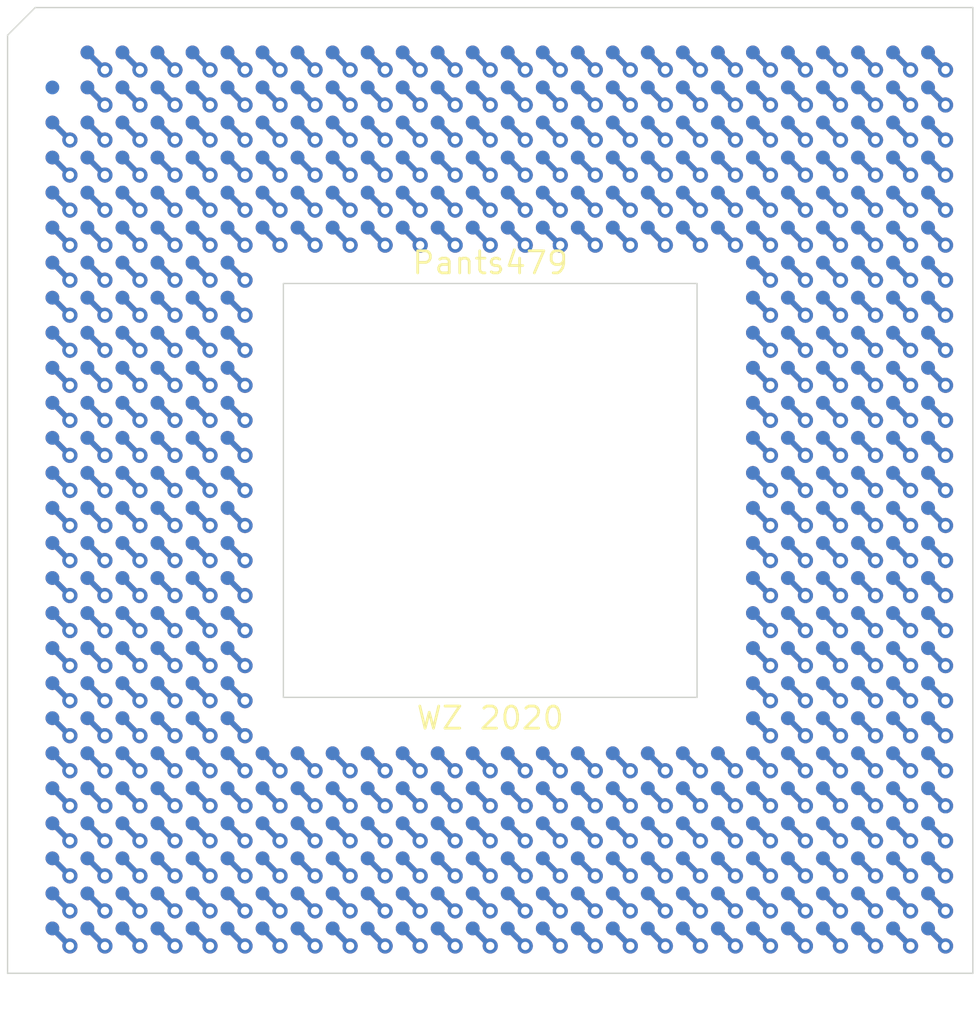
<source format=kicad_pcb>
(kicad_pcb (version 20171130) (host pcbnew "(5.1.5)-3")
  (layers (0 F.Cu signal) (31 B.Cu signal) (34 B.Paste user) (35 F.Paste user) (36 B.SilkS user) (37 F.SilkS user) (38 B.Mask user) (39 F.Mask user) (44 Edge.Cuts user))
  (net 0 "")
  (net 1 "Net-(U1-PadAF26)")
  (net 2 "Net-(U1-PadAE26)")
  (net 3 "Net-(U1-PadAD26)")
  (net 4 "Net-(U1-PadAC26)")
  (net 5 "Net-(U1-PadAB26)")
  (net 6 "Net-(U1-PadAA26)")
  (net 7 "Net-(U1-PadY26)")
  (net 8 "Net-(U1-PadW26)")
  (net 9 "Net-(U1-PadV26)")
  (net 10 "Net-(U1-PadU26)")
  (net 11 "Net-(U1-PadT26)")
  (net 12 "Net-(U1-PadR26)")
  (net 13 "Net-(U1-PadP26)")
  (net 14 "Net-(U1-PadN26)")
  (net 15 "Net-(U1-PadM26)")
  (net 16 "Net-(U1-PadL26)")
  (net 17 "Net-(U1-PadK26)")
  (net 18 "Net-(U1-PadJ26)")
  (net 19 "Net-(U1-PadH26)")
  (net 20 "Net-(U1-PadG26)")
  (net 21 "Net-(U1-PadF26)")
  (net 22 "Net-(U1-PadE26)")
  (net 23 "Net-(U1-PadD26)")
  (net 24 "Net-(U1-PadC26)")
  (net 25 "Net-(U1-PadB26)")
  (net 26 "Net-(U1-PadA26)")
  (net 27 "Net-(U1-PadAF25)")
  (net 28 "Net-(U1-PadAE25)")
  (net 29 "Net-(U1-PadAD25)")
  (net 30 "Net-(U1-PadAC25)")
  (net 31 "Net-(U1-PadAB25)")
  (net 32 "Net-(U1-PadAA25)")
  (net 33 "Net-(U1-PadY25)")
  (net 34 "Net-(U1-PadW25)")
  (net 35 "Net-(U1-PadV25)")
  (net 36 "Net-(U1-PadU25)")
  (net 37 "Net-(U1-PadT25)")
  (net 38 "Net-(U1-PadR25)")
  (net 39 "Net-(U1-PadP25)")
  (net 40 "Net-(U1-PadN25)")
  (net 41 "Net-(U1-PadM25)")
  (net 42 "Net-(U1-PadL25)")
  (net 43 "Net-(U1-PadK25)")
  (net 44 "Net-(U1-PadJ25)")
  (net 45 "Net-(U1-PadH25)")
  (net 46 "Net-(U1-PadG25)")
  (net 47 "Net-(U1-PadF25)")
  (net 48 "Net-(U1-PadE25)")
  (net 49 "Net-(U1-PadD25)")
  (net 50 "Net-(U1-PadC25)")
  (net 51 "Net-(U1-PadB25)")
  (net 52 "Net-(U1-PadA25)")
  (net 53 "Net-(U1-PadAF24)")
  (net 54 "Net-(U1-PadAE24)")
  (net 55 "Net-(U1-PadAD24)")
  (net 56 "Net-(U1-PadAC24)")
  (net 57 "Net-(U1-PadAB24)")
  (net 58 "Net-(U1-PadAA24)")
  (net 59 "Net-(U1-PadY24)")
  (net 60 "Net-(U1-PadW24)")
  (net 61 "Net-(U1-PadV24)")
  (net 62 "Net-(U1-PadU24)")
  (net 63 "Net-(U1-PadT24)")
  (net 64 "Net-(U1-PadR24)")
  (net 65 "Net-(U1-PadP24)")
  (net 66 "Net-(U1-PadN24)")
  (net 67 "Net-(U1-PadM24)")
  (net 68 "Net-(U1-PadL24)")
  (net 69 "Net-(U1-PadK24)")
  (net 70 "Net-(U1-PadJ24)")
  (net 71 "Net-(U1-PadH24)")
  (net 72 "Net-(U1-PadG24)")
  (net 73 "Net-(U1-PadF24)")
  (net 74 "Net-(U1-PadE24)")
  (net 75 "Net-(U1-PadD24)")
  (net 76 "Net-(U1-PadC24)")
  (net 77 "Net-(U1-PadB24)")
  (net 78 "Net-(U1-PadA24)")
  (net 79 "Net-(U1-PadAF23)")
  (net 80 "Net-(U1-PadAE23)")
  (net 81 "Net-(U1-PadAD23)")
  (net 82 "Net-(U1-PadAC23)")
  (net 83 "Net-(U1-PadAB23)")
  (net 84 "Net-(U1-PadAA23)")
  (net 85 "Net-(U1-PadY23)")
  (net 86 "Net-(U1-PadW23)")
  (net 87 "Net-(U1-PadV23)")
  (net 88 "Net-(U1-PadU23)")
  (net 89 "Net-(U1-PadT23)")
  (net 90 "Net-(U1-PadR23)")
  (net 91 "Net-(U1-PadP23)")
  (net 92 "Net-(U1-PadN23)")
  (net 93 "Net-(U1-PadM23)")
  (net 94 "Net-(U1-PadL23)")
  (net 95 "Net-(U1-PadK23)")
  (net 96 "Net-(U1-PadJ23)")
  (net 97 "Net-(U1-PadH23)")
  (net 98 "Net-(U1-PadG23)")
  (net 99 "Net-(U1-PadF23)")
  (net 100 "Net-(U1-PadE23)")
  (net 101 "Net-(U1-PadD23)")
  (net 102 "Net-(U1-PadC23)")
  (net 103 "Net-(U1-PadB23)")
  (net 104 "Net-(U1-PadA23)")
  (net 105 "Net-(U1-PadAF22)")
  (net 106 "Net-(U1-PadAE22)")
  (net 107 "Net-(U1-PadAD22)")
  (net 108 "Net-(U1-PadAC22)")
  (net 109 "Net-(U1-PadAB22)")
  (net 110 "Net-(U1-PadAA22)")
  (net 111 "Net-(U1-PadY22)")
  (net 112 "Net-(U1-PadW22)")
  (net 113 "Net-(U1-PadV22)")
  (net 114 "Net-(U1-PadU22)")
  (net 115 "Net-(U1-PadT22)")
  (net 116 "Net-(U1-PadR22)")
  (net 117 "Net-(U1-PadP22)")
  (net 118 "Net-(U1-PadN22)")
  (net 119 "Net-(U1-PadM22)")
  (net 120 "Net-(U1-PadL22)")
  (net 121 "Net-(U1-PadK22)")
  (net 122 "Net-(U1-PadJ22)")
  (net 123 "Net-(U1-PadH22)")
  (net 124 "Net-(U1-PadG22)")
  (net 125 "Net-(U1-PadF22)")
  (net 126 "Net-(U1-PadE22)")
  (net 127 "Net-(U1-PadD22)")
  (net 128 "Net-(U1-PadC22)")
  (net 129 "Net-(U1-PadB22)")
  (net 130 "Net-(U1-PadA22)")
  (net 131 "Net-(U1-PadAF21)")
  (net 132 "Net-(U1-PadAE21)")
  (net 133 "Net-(U1-PadAD21)")
  (net 134 "Net-(U1-PadAC21)")
  (net 135 "Net-(U1-PadAB21)")
  (net 136 "Net-(U1-PadAA21)")
  (net 137 "Net-(U1-PadY21)")
  (net 138 "Net-(U1-PadW21)")
  (net 139 "Net-(U1-PadV21)")
  (net 140 "Net-(U1-PadU21)")
  (net 141 "Net-(U1-PadT21)")
  (net 142 "Net-(U1-PadR21)")
  (net 143 "Net-(U1-PadP21)")
  (net 144 "Net-(U1-PadN21)")
  (net 145 "Net-(U1-PadM21)")
  (net 146 "Net-(U1-PadL21)")
  (net 147 "Net-(U1-PadK21)")
  (net 148 "Net-(U1-PadJ21)")
  (net 149 "Net-(U1-PadH21)")
  (net 150 "Net-(U1-PadG21)")
  (net 151 "Net-(U1-PadF21)")
  (net 152 "Net-(U1-PadE21)")
  (net 153 "Net-(U1-PadD21)")
  (net 154 "Net-(U1-PadC21)")
  (net 155 "Net-(U1-PadB21)")
  (net 156 "Net-(U1-PadA21)")
  (net 157 "Net-(U1-PadAF20)")
  (net 158 "Net-(U1-PadAE20)")
  (net 159 "Net-(U1-PadAD20)")
  (net 160 "Net-(U1-PadAC20)")
  (net 161 "Net-(U1-PadAB20)")
  (net 162 "Net-(U1-PadAA20)")
  (net 163 "Net-(U1-PadF20)")
  (net 164 "Net-(U1-PadE20)")
  (net 165 "Net-(U1-PadD20)")
  (net 166 "Net-(U1-PadC20)")
  (net 167 "Net-(U1-PadB20)")
  (net 168 "Net-(U1-PadA20)")
  (net 169 "Net-(U1-PadAF19)")
  (net 170 "Net-(U1-PadAE19)")
  (net 171 "Net-(U1-PadAD19)")
  (net 172 "Net-(U1-PadAC19)")
  (net 173 "Net-(U1-PadAB19)")
  (net 174 "Net-(U1-PadAA19)")
  (net 175 "Net-(U1-PadF19)")
  (net 176 "Net-(U1-PadE19)")
  (net 177 "Net-(U1-PadD19)")
  (net 178 "Net-(U1-PadC19)")
  (net 179 "Net-(U1-PadB19)")
  (net 180 "Net-(U1-PadA19)")
  (net 181 "Net-(U1-PadAF18)")
  (net 182 "Net-(U1-PadAE18)")
  (net 183 "Net-(U1-PadAD18)")
  (net 184 "Net-(U1-PadAC18)")
  (net 185 "Net-(U1-PadAB18)")
  (net 186 "Net-(U1-PadAA18)")
  (net 187 "Net-(U1-PadF18)")
  (net 188 "Net-(U1-PadE18)")
  (net 189 "Net-(U1-PadD18)")
  (net 190 "Net-(U1-PadC18)")
  (net 191 "Net-(U1-PadB18)")
  (net 192 "Net-(U1-PadA18)")
  (net 193 "Net-(U1-PadAF17)")
  (net 194 "Net-(U1-PadAE17)")
  (net 195 "Net-(U1-PadAD17)")
  (net 196 "Net-(U1-PadAC17)")
  (net 197 "Net-(U1-PadAB17)")
  (net 198 "Net-(U1-PadAA17)")
  (net 199 "Net-(U1-PadF17)")
  (net 200 "Net-(U1-PadE17)")
  (net 201 "Net-(U1-PadD17)")
  (net 202 "Net-(U1-PadC17)")
  (net 203 "Net-(U1-PadB17)")
  (net 204 "Net-(U1-PadA17)")
  (net 205 "Net-(U1-PadAF16)")
  (net 206 "Net-(U1-PadAE16)")
  (net 207 "Net-(U1-PadAD16)")
  (net 208 "Net-(U1-PadAC16)")
  (net 209 "Net-(U1-PadAB16)")
  (net 210 "Net-(U1-PadAA16)")
  (net 211 "Net-(U1-PadF16)")
  (net 212 "Net-(U1-PadE16)")
  (net 213 "Net-(U1-PadD16)")
  (net 214 "Net-(U1-PadC16)")
  (net 215 "Net-(U1-PadB16)")
  (net 216 "Net-(U1-PadA16)")
  (net 217 "Net-(U1-PadAF15)")
  (net 218 "Net-(U1-PadAE15)")
  (net 219 "Net-(U1-PadAD15)")
  (net 220 "Net-(U1-PadAC15)")
  (net 221 "Net-(U1-PadAB15)")
  (net 222 "Net-(U1-PadAA15)")
  (net 223 "Net-(U1-PadF15)")
  (net 224 "Net-(U1-PadE15)")
  (net 225 "Net-(U1-PadD15)")
  (net 226 "Net-(U1-PadC15)")
  (net 227 "Net-(U1-PadB15)")
  (net 228 "Net-(U1-PadA15)")
  (net 229 "Net-(U1-PadAF14)")
  (net 230 "Net-(U1-PadAE14)")
  (net 231 "Net-(U1-PadAD14)")
  (net 232 "Net-(U1-PadAC14)")
  (net 233 "Net-(U1-PadAB14)")
  (net 234 "Net-(U1-PadAA14)")
  (net 235 "Net-(U1-PadF14)")
  (net 236 "Net-(U1-PadE14)")
  (net 237 "Net-(U1-PadD14)")
  (net 238 "Net-(U1-PadC14)")
  (net 239 "Net-(U1-PadB14)")
  (net 240 "Net-(U1-PadA14)")
  (net 241 "Net-(U1-PadAF13)")
  (net 242 "Net-(U1-PadAE13)")
  (net 243 "Net-(U1-PadAD13)")
  (net 244 "Net-(U1-PadAC13)")
  (net 245 "Net-(U1-PadAB13)")
  (net 246 "Net-(U1-PadAA13)")
  (net 247 "Net-(U1-PadF13)")
  (net 248 "Net-(U1-PadE13)")
  (net 249 "Net-(U1-PadD13)")
  (net 250 "Net-(U1-PadC13)")
  (net 251 "Net-(U1-PadB13)")
  (net 252 "Net-(U1-PadA13)")
  (net 253 "Net-(U1-PadAF12)")
  (net 254 "Net-(U1-PadAE12)")
  (net 255 "Net-(U1-PadAD12)")
  (net 256 "Net-(U1-PadAC12)")
  (net 257 "Net-(U1-PadAB12)")
  (net 258 "Net-(U1-PadAA12)")
  (net 259 "Net-(U1-PadF12)")
  (net 260 "Net-(U1-PadE12)")
  (net 261 "Net-(U1-PadD12)")
  (net 262 "Net-(U1-PadC12)")
  (net 263 "Net-(U1-PadB12)")
  (net 264 "Net-(U1-PadA12)")
  (net 265 "Net-(U1-PadAF11)")
  (net 266 "Net-(U1-PadAE11)")
  (net 267 "Net-(U1-PadAD11)")
  (net 268 "Net-(U1-PadAC11)")
  (net 269 "Net-(U1-PadAB11)")
  (net 270 "Net-(U1-PadAA11)")
  (net 271 "Net-(U1-PadF11)")
  (net 272 "Net-(U1-PadE11)")
  (net 273 "Net-(U1-PadD11)")
  (net 274 "Net-(U1-PadC11)")
  (net 275 "Net-(U1-PadB11)")
  (net 276 "Net-(U1-PadA11)")
  (net 277 "Net-(U1-PadAF10)")
  (net 278 "Net-(U1-PadAE10)")
  (net 279 "Net-(U1-PadAD10)")
  (net 280 "Net-(U1-PadAC10)")
  (net 281 "Net-(U1-PadAB10)")
  (net 282 "Net-(U1-PadAA10)")
  (net 283 "Net-(U1-PadF10)")
  (net 284 "Net-(U1-PadE10)")
  (net 285 "Net-(U1-PadD10)")
  (net 286 "Net-(U1-PadC10)")
  (net 287 "Net-(U1-PadB10)")
  (net 288 "Net-(U1-PadA10)")
  (net 289 "Net-(U1-PadAF9)")
  (net 290 "Net-(U1-PadAE9)")
  (net 291 "Net-(U1-PadAD9)")
  (net 292 "Net-(U1-PadAC9)")
  (net 293 "Net-(U1-PadAB9)")
  (net 294 "Net-(U1-PadAA9)")
  (net 295 "Net-(U1-PadF9)")
  (net 296 "Net-(U1-PadE9)")
  (net 297 "Net-(U1-PadD9)")
  (net 298 "Net-(U1-PadC9)")
  (net 299 "Net-(U1-PadB9)")
  (net 300 "Net-(U1-PadA9)")
  (net 301 "Net-(U1-PadAF8)")
  (net 302 "Net-(U1-PadAE8)")
  (net 303 "Net-(U1-PadAD8)")
  (net 304 "Net-(U1-PadAC8)")
  (net 305 "Net-(U1-PadAB8)")
  (net 306 "Net-(U1-PadAA8)")
  (net 307 "Net-(U1-PadF8)")
  (net 308 "Net-(U1-PadE8)")
  (net 309 "Net-(U1-PadD8)")
  (net 310 "Net-(U1-PadC8)")
  (net 311 "Net-(U1-PadB8)")
  (net 312 "Net-(U1-PadA8)")
  (net 313 "Net-(U1-PadAF7)")
  (net 314 "Net-(U1-PadAE7)")
  (net 315 "Net-(U1-PadAD7)")
  (net 316 "Net-(U1-PadAC7)")
  (net 317 "Net-(U1-PadAB7)")
  (net 318 "Net-(U1-PadAA7)")
  (net 319 "Net-(U1-PadF7)")
  (net 320 "Net-(U1-PadE7)")
  (net 321 "Net-(U1-PadD7)")
  (net 322 "Net-(U1-PadC7)")
  (net 323 "Net-(U1-PadB7)")
  (net 324 "Net-(U1-PadA7)")
  (net 325 "Net-(U1-PadAF6)")
  (net 326 "Net-(U1-PadAE6)")
  (net 327 "Net-(U1-PadAD6)")
  (net 328 "Net-(U1-PadAC6)")
  (net 329 "Net-(U1-PadAB6)")
  (net 330 "Net-(U1-PadAA6)")
  (net 331 "Net-(U1-PadY6)")
  (net 332 "Net-(U1-PadW6)")
  (net 333 "Net-(U1-PadV6)")
  (net 334 "Net-(U1-PadU6)")
  (net 335 "Net-(U1-PadT6)")
  (net 336 "Net-(U1-PadR6)")
  (net 337 "Net-(U1-PadP6)")
  (net 338 "Net-(U1-PadN6)")
  (net 339 "Net-(U1-PadM6)")
  (net 340 "Net-(U1-PadL6)")
  (net 341 "Net-(U1-PadK6)")
  (net 342 "Net-(U1-PadJ6)")
  (net 343 "Net-(U1-PadH6)")
  (net 344 "Net-(U1-PadG6)")
  (net 345 "Net-(U1-PadF6)")
  (net 346 "Net-(U1-PadE6)")
  (net 347 "Net-(U1-PadD6)")
  (net 348 "Net-(U1-PadC6)")
  (net 349 "Net-(U1-PadB6)")
  (net 350 "Net-(U1-PadA6)")
  (net 351 "Net-(U1-PadAF5)")
  (net 352 "Net-(U1-PadAE5)")
  (net 353 "Net-(U1-PadAD5)")
  (net 354 "Net-(U1-PadAC5)")
  (net 355 "Net-(U1-PadAB5)")
  (net 356 "Net-(U1-PadAA5)")
  (net 357 "Net-(U1-PadY5)")
  (net 358 "Net-(U1-PadW5)")
  (net 359 "Net-(U1-PadV5)")
  (net 360 "Net-(U1-PadU5)")
  (net 361 "Net-(U1-PadT5)")
  (net 362 "Net-(U1-PadR5)")
  (net 363 "Net-(U1-PadP5)")
  (net 364 "Net-(U1-PadN5)")
  (net 365 "Net-(U1-PadM5)")
  (net 366 "Net-(U1-PadL5)")
  (net 367 "Net-(U1-PadK5)")
  (net 368 "Net-(U1-PadJ5)")
  (net 369 "Net-(U1-PadH5)")
  (net 370 "Net-(U1-PadG5)")
  (net 371 "Net-(U1-PadF5)")
  (net 372 "Net-(U1-PadE5)")
  (net 373 "Net-(U1-PadD5)")
  (net 374 "Net-(U1-PadC5)")
  (net 375 "Net-(U1-PadB5)")
  (net 376 "Net-(U1-PadA5)")
  (net 377 "Net-(U1-PadAF4)")
  (net 378 "Net-(U1-PadAE4)")
  (net 379 "Net-(U1-PadAD4)")
  (net 380 "Net-(U1-PadAC4)")
  (net 381 "Net-(U1-PadAB4)")
  (net 382 "Net-(U1-PadAA4)")
  (net 383 "Net-(U1-PadY4)")
  (net 384 "Net-(U1-PadW4)")
  (net 385 "Net-(U1-PadV4)")
  (net 386 "Net-(U1-PadU4)")
  (net 387 "Net-(U1-PadT4)")
  (net 388 "Net-(U1-PadR4)")
  (net 389 "Net-(U1-PadP4)")
  (net 390 "Net-(U1-PadN4)")
  (net 391 "Net-(U1-PadM4)")
  (net 392 "Net-(U1-PadL4)")
  (net 393 "Net-(U1-PadK4)")
  (net 394 "Net-(U1-PadJ4)")
  (net 395 "Net-(U1-PadH4)")
  (net 396 "Net-(U1-PadG4)")
  (net 397 "Net-(U1-PadF4)")
  (net 398 "Net-(U1-PadE4)")
  (net 399 "Net-(U1-PadD4)")
  (net 400 "Net-(U1-PadC4)")
  (net 401 "Net-(U1-PadB4)")
  (net 402 "Net-(U1-PadA4)")
  (net 403 "Net-(U1-PadAF3)")
  (net 404 "Net-(U1-PadAE3)")
  (net 405 "Net-(U1-PadAD3)")
  (net 406 "Net-(U1-PadAC3)")
  (net 407 "Net-(U1-PadAB3)")
  (net 408 "Net-(U1-PadAA3)")
  (net 409 "Net-(U1-PadY3)")
  (net 410 "Net-(U1-PadW3)")
  (net 411 "Net-(U1-PadV3)")
  (net 412 "Net-(U1-PadU3)")
  (net 413 "Net-(U1-PadT3)")
  (net 414 "Net-(U1-PadR3)")
  (net 415 "Net-(U1-PadP3)")
  (net 416 "Net-(U1-PadN3)")
  (net 417 "Net-(U1-PadM3)")
  (net 418 "Net-(U1-PadL3)")
  (net 419 "Net-(U1-PadK3)")
  (net 420 "Net-(U1-PadJ3)")
  (net 421 "Net-(U1-PadH3)")
  (net 422 "Net-(U1-PadG3)")
  (net 423 "Net-(U1-PadF3)")
  (net 424 "Net-(U1-PadE3)")
  (net 425 "Net-(U1-PadD3)")
  (net 426 "Net-(U1-PadC3)")
  (net 427 "Net-(U1-PadB3)")
  (net 428 "Net-(U1-PadA3)")
  (net 429 "Net-(U1-PadAF2)")
  (net 430 "Net-(U1-PadAE2)")
  (net 431 "Net-(U1-PadAD2)")
  (net 432 "Net-(U1-PadAC2)")
  (net 433 "Net-(U1-PadAB2)")
  (net 434 "Net-(U1-PadAA2)")
  (net 435 "Net-(U1-PadY2)")
  (net 436 "Net-(U1-PadW2)")
  (net 437 "Net-(U1-PadV2)")
  (net 438 "Net-(U1-PadU2)")
  (net 439 "Net-(U1-PadT2)")
  (net 440 "Net-(U1-PadR2)")
  (net 441 "Net-(U1-PadP2)")
  (net 442 "Net-(U1-PadN2)")
  (net 443 "Net-(U1-PadM2)")
  (net 444 "Net-(U1-PadL2)")
  (net 445 "Net-(U1-PadK2)")
  (net 446 "Net-(U1-PadJ2)")
  (net 447 "Net-(U1-PadH2)")
  (net 448 "Net-(U1-PadG2)")
  (net 449 "Net-(U1-PadF2)")
  (net 450 "Net-(U1-PadE2)")
  (net 451 "Net-(U1-PadD2)")
  (net 452 "Net-(U1-PadC2)")
  (net 453 "Net-(U1-PadB2)")
  (net 454 "Net-(U1-PadA2)")
  (net 455 "Net-(U1-PadAF1)")
  (net 456 "Net-(U1-PadAE1)")
  (net 457 "Net-(U1-PadAD1)")
  (net 458 "Net-(U1-PadAC1)")
  (net 459 "Net-(U1-PadAB1)")
  (net 460 "Net-(U1-PadAA1)")
  (net 461 "Net-(U1-PadY1)")
  (net 462 "Net-(U1-PadW1)")
  (net 463 "Net-(U1-PadV1)")
  (net 464 "Net-(U1-PadU1)")
  (net 465 "Net-(U1-PadT1)")
  (net 466 "Net-(U1-PadR1)")
  (net 467 "Net-(U1-PadP1)")
  (net 468 "Net-(U1-PadN1)")
  (net 469 "Net-(U1-PadM1)")
  (net 470 "Net-(U1-PadL1)")
  (net 471 "Net-(U1-PadK1)")
  (net 472 "Net-(U1-PadJ1)")
  (net 473 "Net-(U1-PadH1)")
  (net 474 "Net-(U1-PadG1)")
  (net 475 "Net-(U1-PadF1)")
  (net 476 "Net-(U1-PadE1)")
  (net 477 "Net-(U1-PadD1)")
  (net 478 "Net-(U1-PadC1)")
  (module Footprints:BGA-479_26x26_35.0x35.0mm (layer B.Cu) (at 100 100 180)
    (fp_text reference U1 hide)
    (fp_text value FCBGA479)
    (pad AF26 smd circle (at -15.875 -15.875 180) (size 0.5 0.5) (layers B.Cu B.Paste B.Mask) (net 1 "Net-(U1-PadAF26)"))
    (pad AE26 smd circle (at -15.875 -14.605 180) (size 0.5 0.5) (layers B.Cu B.Paste B.Mask) (net 2 "Net-(U1-PadAE26)"))
    (pad AD26 smd circle (at -15.875 -13.335 180) (size 0.5 0.5) (layers B.Cu B.Paste B.Mask) (net 3 "Net-(U1-PadAD26)"))
    (pad AC26 smd circle (at -15.875 -12.065 180) (size 0.5 0.5) (layers B.Cu B.Paste B.Mask) (net 4 "Net-(U1-PadAC26)"))
    (pad AB26 smd circle (at -15.875 -10.795 180) (size 0.5 0.5) (layers B.Cu B.Paste B.Mask) (net 5 "Net-(U1-PadAB26)"))
    (pad AA26 smd circle (at -15.875 -9.525 180) (size 0.5 0.5) (layers B.Cu B.Paste B.Mask) (net 6 "Net-(U1-PadAA26)"))
    (pad Y26 smd circle (at -15.875 -8.255 180) (size 0.5 0.5) (layers B.Cu B.Paste B.Mask) (net 7 "Net-(U1-PadY26)"))
    (pad W26 smd circle (at -15.875 -6.985 180) (size 0.5 0.5) (layers B.Cu B.Paste B.Mask) (net 8 "Net-(U1-PadW26)"))
    (pad V26 smd circle (at -15.875 -5.715 180) (size 0.5 0.5) (layers B.Cu B.Paste B.Mask) (net 9 "Net-(U1-PadV26)"))
    (pad U26 smd circle (at -15.875 -4.445 180) (size 0.5 0.5) (layers B.Cu B.Paste B.Mask) (net 10 "Net-(U1-PadU26)"))
    (pad T26 smd circle (at -15.875 -3.175 180) (size 0.5 0.5) (layers B.Cu B.Paste B.Mask) (net 11 "Net-(U1-PadT26)"))
    (pad R26 smd circle (at -15.875 -1.905 180) (size 0.5 0.5) (layers B.Cu B.Paste B.Mask) (net 12 "Net-(U1-PadR26)"))
    (pad P26 smd circle (at -15.875 -0.635 180) (size 0.5 0.5) (layers B.Cu B.Paste B.Mask) (net 13 "Net-(U1-PadP26)"))
    (pad N26 smd circle (at -15.875 0.635 180) (size 0.5 0.5) (layers B.Cu B.Paste B.Mask) (net 14 "Net-(U1-PadN26)"))
    (pad M26 smd circle (at -15.875 1.905 180) (size 0.5 0.5) (layers B.Cu B.Paste B.Mask) (net 15 "Net-(U1-PadM26)"))
    (pad L26 smd circle (at -15.875 3.175 180) (size 0.5 0.5) (layers B.Cu B.Paste B.Mask) (net 16 "Net-(U1-PadL26)"))
    (pad K26 smd circle (at -15.875 4.445 180) (size 0.5 0.5) (layers B.Cu B.Paste B.Mask) (net 17 "Net-(U1-PadK26)"))
    (pad J26 smd circle (at -15.875 5.715 180) (size 0.5 0.5) (layers B.Cu B.Paste B.Mask) (net 18 "Net-(U1-PadJ26)"))
    (pad H26 smd circle (at -15.875 6.985 180) (size 0.5 0.5) (layers B.Cu B.Paste B.Mask) (net 19 "Net-(U1-PadH26)"))
    (pad G26 smd circle (at -15.875 8.255 180) (size 0.5 0.5) (layers B.Cu B.Paste B.Mask) (net 20 "Net-(U1-PadG26)"))
    (pad F26 smd circle (at -15.875 9.525 180) (size 0.5 0.5) (layers B.Cu B.Paste B.Mask) (net 21 "Net-(U1-PadF26)"))
    (pad E26 smd circle (at -15.875 10.795 180) (size 0.5 0.5) (layers B.Cu B.Paste B.Mask) (net 22 "Net-(U1-PadE26)"))
    (pad D26 smd circle (at -15.875 12.065 180) (size 0.5 0.5) (layers B.Cu B.Paste B.Mask) (net 23 "Net-(U1-PadD26)"))
    (pad C26 smd circle (at -15.875 13.335 180) (size 0.5 0.5) (layers B.Cu B.Paste B.Mask) (net 24 "Net-(U1-PadC26)"))
    (pad B26 smd circle (at -15.875 14.605 180) (size 0.5 0.5) (layers B.Cu B.Paste B.Mask) (net 25 "Net-(U1-PadB26)"))
    (pad A26 smd circle (at -15.875 15.875 180) (size 0.5 0.5) (layers B.Cu B.Paste B.Mask) (net 26 "Net-(U1-PadA26)"))
    (pad AF25 smd circle (at -14.605 -15.875 180) (size 0.5 0.5) (layers B.Cu B.Paste B.Mask) (net 27 "Net-(U1-PadAF25)"))
    (pad AE25 smd circle (at -14.605 -14.605 180) (size 0.5 0.5) (layers B.Cu B.Paste B.Mask) (net 28 "Net-(U1-PadAE25)"))
    (pad AD25 smd circle (at -14.605 -13.335 180) (size 0.5 0.5) (layers B.Cu B.Paste B.Mask) (net 29 "Net-(U1-PadAD25)"))
    (pad AC25 smd circle (at -14.605 -12.065 180) (size 0.5 0.5) (layers B.Cu B.Paste B.Mask) (net 30 "Net-(U1-PadAC25)"))
    (pad AB25 smd circle (at -14.605 -10.795 180) (size 0.5 0.5) (layers B.Cu B.Paste B.Mask) (net 31 "Net-(U1-PadAB25)"))
    (pad AA25 smd circle (at -14.605 -9.525 180) (size 0.5 0.5) (layers B.Cu B.Paste B.Mask) (net 32 "Net-(U1-PadAA25)"))
    (pad Y25 smd circle (at -14.605 -8.255 180) (size 0.5 0.5) (layers B.Cu B.Paste B.Mask) (net 33 "Net-(U1-PadY25)"))
    (pad W25 smd circle (at -14.605 -6.985 180) (size 0.5 0.5) (layers B.Cu B.Paste B.Mask) (net 34 "Net-(U1-PadW25)"))
    (pad V25 smd circle (at -14.605 -5.715 180) (size 0.5 0.5) (layers B.Cu B.Paste B.Mask) (net 35 "Net-(U1-PadV25)"))
    (pad U25 smd circle (at -14.605 -4.445 180) (size 0.5 0.5) (layers B.Cu B.Paste B.Mask) (net 36 "Net-(U1-PadU25)"))
    (pad T25 smd circle (at -14.605 -3.175 180) (size 0.5 0.5) (layers B.Cu B.Paste B.Mask) (net 37 "Net-(U1-PadT25)"))
    (pad R25 smd circle (at -14.605 -1.905 180) (size 0.5 0.5) (layers B.Cu B.Paste B.Mask) (net 38 "Net-(U1-PadR25)"))
    (pad P25 smd circle (at -14.605 -0.635 180) (size 0.5 0.5) (layers B.Cu B.Paste B.Mask) (net 39 "Net-(U1-PadP25)"))
    (pad N25 smd circle (at -14.605 0.635 180) (size 0.5 0.5) (layers B.Cu B.Paste B.Mask) (net 40 "Net-(U1-PadN25)"))
    (pad M25 smd circle (at -14.605 1.905 180) (size 0.5 0.5) (layers B.Cu B.Paste B.Mask) (net 41 "Net-(U1-PadM25)"))
    (pad L25 smd circle (at -14.605 3.175 180) (size 0.5 0.5) (layers B.Cu B.Paste B.Mask) (net 42 "Net-(U1-PadL25)"))
    (pad K25 smd circle (at -14.605 4.445 180) (size 0.5 0.5) (layers B.Cu B.Paste B.Mask) (net 43 "Net-(U1-PadK25)"))
    (pad J25 smd circle (at -14.605 5.715 180) (size 0.5 0.5) (layers B.Cu B.Paste B.Mask) (net 44 "Net-(U1-PadJ25)"))
    (pad H25 smd circle (at -14.605 6.985 180) (size 0.5 0.5) (layers B.Cu B.Paste B.Mask) (net 45 "Net-(U1-PadH25)"))
    (pad G25 smd circle (at -14.605 8.255 180) (size 0.5 0.5) (layers B.Cu B.Paste B.Mask) (net 46 "Net-(U1-PadG25)"))
    (pad F25 smd circle (at -14.605 9.525 180) (size 0.5 0.5) (layers B.Cu B.Paste B.Mask) (net 47 "Net-(U1-PadF25)"))
    (pad E25 smd circle (at -14.605 10.795 180) (size 0.5 0.5) (layers B.Cu B.Paste B.Mask) (net 48 "Net-(U1-PadE25)"))
    (pad D25 smd circle (at -14.605 12.065 180) (size 0.5 0.5) (layers B.Cu B.Paste B.Mask) (net 49 "Net-(U1-PadD25)"))
    (pad C25 smd circle (at -14.605 13.335 180) (size 0.5 0.5) (layers B.Cu B.Paste B.Mask) (net 50 "Net-(U1-PadC25)"))
    (pad B25 smd circle (at -14.605 14.605 180) (size 0.5 0.5) (layers B.Cu B.Paste B.Mask) (net 51 "Net-(U1-PadB25)"))
    (pad A25 smd circle (at -14.605 15.875 180) (size 0.5 0.5) (layers B.Cu B.Paste B.Mask) (net 52 "Net-(U1-PadA25)"))
    (pad AF24 smd circle (at -13.335 -15.875 180) (size 0.5 0.5) (layers B.Cu B.Paste B.Mask) (net 53 "Net-(U1-PadAF24)"))
    (pad AE24 smd circle (at -13.335 -14.605 180) (size 0.5 0.5) (layers B.Cu B.Paste B.Mask) (net 54 "Net-(U1-PadAE24)"))
    (pad AD24 smd circle (at -13.335 -13.335 180) (size 0.5 0.5) (layers B.Cu B.Paste B.Mask) (net 55 "Net-(U1-PadAD24)"))
    (pad AC24 smd circle (at -13.335 -12.065 180) (size 0.5 0.5) (layers B.Cu B.Paste B.Mask) (net 56 "Net-(U1-PadAC24)"))
    (pad AB24 smd circle (at -13.335 -10.795 180) (size 0.5 0.5) (layers B.Cu B.Paste B.Mask) (net 57 "Net-(U1-PadAB24)"))
    (pad AA24 smd circle (at -13.335 -9.525 180) (size 0.5 0.5) (layers B.Cu B.Paste B.Mask) (net 58 "Net-(U1-PadAA24)"))
    (pad Y24 smd circle (at -13.335 -8.255 180) (size 0.5 0.5) (layers B.Cu B.Paste B.Mask) (net 59 "Net-(U1-PadY24)"))
    (pad W24 smd circle (at -13.335 -6.985 180) (size 0.5 0.5) (layers B.Cu B.Paste B.Mask) (net 60 "Net-(U1-PadW24)"))
    (pad V24 smd circle (at -13.335 -5.715 180) (size 0.5 0.5) (layers B.Cu B.Paste B.Mask) (net 61 "Net-(U1-PadV24)"))
    (pad U24 smd circle (at -13.335 -4.445 180) (size 0.5 0.5) (layers B.Cu B.Paste B.Mask) (net 62 "Net-(U1-PadU24)"))
    (pad T24 smd circle (at -13.335 -3.175 180) (size 0.5 0.5) (layers B.Cu B.Paste B.Mask) (net 63 "Net-(U1-PadT24)"))
    (pad R24 smd circle (at -13.335 -1.905 180) (size 0.5 0.5) (layers B.Cu B.Paste B.Mask) (net 64 "Net-(U1-PadR24)"))
    (pad P24 smd circle (at -13.335 -0.635 180) (size 0.5 0.5) (layers B.Cu B.Paste B.Mask) (net 65 "Net-(U1-PadP24)"))
    (pad N24 smd circle (at -13.335 0.635 180) (size 0.5 0.5) (layers B.Cu B.Paste B.Mask) (net 66 "Net-(U1-PadN24)"))
    (pad M24 smd circle (at -13.335 1.905 180) (size 0.5 0.5) (layers B.Cu B.Paste B.Mask) (net 67 "Net-(U1-PadM24)"))
    (pad L24 smd circle (at -13.335 3.175 180) (size 0.5 0.5) (layers B.Cu B.Paste B.Mask) (net 68 "Net-(U1-PadL24)"))
    (pad K24 smd circle (at -13.335 4.445 180) (size 0.5 0.5) (layers B.Cu B.Paste B.Mask) (net 69 "Net-(U1-PadK24)"))
    (pad J24 smd circle (at -13.335 5.715 180) (size 0.5 0.5) (layers B.Cu B.Paste B.Mask) (net 70 "Net-(U1-PadJ24)"))
    (pad H24 smd circle (at -13.335 6.985 180) (size 0.5 0.5) (layers B.Cu B.Paste B.Mask) (net 71 "Net-(U1-PadH24)"))
    (pad G24 smd circle (at -13.335 8.255 180) (size 0.5 0.5) (layers B.Cu B.Paste B.Mask) (net 72 "Net-(U1-PadG24)"))
    (pad F24 smd circle (at -13.335 9.525 180) (size 0.5 0.5) (layers B.Cu B.Paste B.Mask) (net 73 "Net-(U1-PadF24)"))
    (pad E24 smd circle (at -13.335 10.795 180) (size 0.5 0.5) (layers B.Cu B.Paste B.Mask) (net 74 "Net-(U1-PadE24)"))
    (pad D24 smd circle (at -13.335 12.065 180) (size 0.5 0.5) (layers B.Cu B.Paste B.Mask) (net 75 "Net-(U1-PadD24)"))
    (pad C24 smd circle (at -13.335 13.335 180) (size 0.5 0.5) (layers B.Cu B.Paste B.Mask) (net 76 "Net-(U1-PadC24)"))
    (pad B24 smd circle (at -13.335 14.605 180) (size 0.5 0.5) (layers B.Cu B.Paste B.Mask) (net 77 "Net-(U1-PadB24)"))
    (pad A24 smd circle (at -13.335 15.875 180) (size 0.5 0.5) (layers B.Cu B.Paste B.Mask) (net 78 "Net-(U1-PadA24)"))
    (pad AF23 smd circle (at -12.065 -15.875 180) (size 0.5 0.5) (layers B.Cu B.Paste B.Mask) (net 79 "Net-(U1-PadAF23)"))
    (pad AE23 smd circle (at -12.065 -14.605 180) (size 0.5 0.5) (layers B.Cu B.Paste B.Mask) (net 80 "Net-(U1-PadAE23)"))
    (pad AD23 smd circle (at -12.065 -13.335 180) (size 0.5 0.5) (layers B.Cu B.Paste B.Mask) (net 81 "Net-(U1-PadAD23)"))
    (pad AC23 smd circle (at -12.065 -12.065 180) (size 0.5 0.5) (layers B.Cu B.Paste B.Mask) (net 82 "Net-(U1-PadAC23)"))
    (pad AB23 smd circle (at -12.065 -10.795 180) (size 0.5 0.5) (layers B.Cu B.Paste B.Mask) (net 83 "Net-(U1-PadAB23)"))
    (pad AA23 smd circle (at -12.065 -9.525 180) (size 0.5 0.5) (layers B.Cu B.Paste B.Mask) (net 84 "Net-(U1-PadAA23)"))
    (pad Y23 smd circle (at -12.065 -8.255 180) (size 0.5 0.5) (layers B.Cu B.Paste B.Mask) (net 85 "Net-(U1-PadY23)"))
    (pad W23 smd circle (at -12.065 -6.985 180) (size 0.5 0.5) (layers B.Cu B.Paste B.Mask) (net 86 "Net-(U1-PadW23)"))
    (pad V23 smd circle (at -12.065 -5.715 180) (size 0.5 0.5) (layers B.Cu B.Paste B.Mask) (net 87 "Net-(U1-PadV23)"))
    (pad U23 smd circle (at -12.065 -4.445 180) (size 0.5 0.5) (layers B.Cu B.Paste B.Mask) (net 88 "Net-(U1-PadU23)"))
    (pad T23 smd circle (at -12.065 -3.175 180) (size 0.5 0.5) (layers B.Cu B.Paste B.Mask) (net 89 "Net-(U1-PadT23)"))
    (pad R23 smd circle (at -12.065 -1.905 180) (size 0.5 0.5) (layers B.Cu B.Paste B.Mask) (net 90 "Net-(U1-PadR23)"))
    (pad P23 smd circle (at -12.065 -0.635 180) (size 0.5 0.5) (layers B.Cu B.Paste B.Mask) (net 91 "Net-(U1-PadP23)"))
    (pad N23 smd circle (at -12.065 0.635 180) (size 0.5 0.5) (layers B.Cu B.Paste B.Mask) (net 92 "Net-(U1-PadN23)"))
    (pad M23 smd circle (at -12.065 1.905 180) (size 0.5 0.5) (layers B.Cu B.Paste B.Mask) (net 93 "Net-(U1-PadM23)"))
    (pad L23 smd circle (at -12.065 3.175 180) (size 0.5 0.5) (layers B.Cu B.Paste B.Mask) (net 94 "Net-(U1-PadL23)"))
    (pad K23 smd circle (at -12.065 4.445 180) (size 0.5 0.5) (layers B.Cu B.Paste B.Mask) (net 95 "Net-(U1-PadK23)"))
    (pad J23 smd circle (at -12.065 5.715 180) (size 0.5 0.5) (layers B.Cu B.Paste B.Mask) (net 96 "Net-(U1-PadJ23)"))
    (pad H23 smd circle (at -12.065 6.985 180) (size 0.5 0.5) (layers B.Cu B.Paste B.Mask) (net 97 "Net-(U1-PadH23)"))
    (pad G23 smd circle (at -12.065 8.255 180) (size 0.5 0.5) (layers B.Cu B.Paste B.Mask) (net 98 "Net-(U1-PadG23)"))
    (pad F23 smd circle (at -12.065 9.525 180) (size 0.5 0.5) (layers B.Cu B.Paste B.Mask) (net 99 "Net-(U1-PadF23)"))
    (pad E23 smd circle (at -12.065 10.795 180) (size 0.5 0.5) (layers B.Cu B.Paste B.Mask) (net 100 "Net-(U1-PadE23)"))
    (pad D23 smd circle (at -12.065 12.065 180) (size 0.5 0.5) (layers B.Cu B.Paste B.Mask) (net 101 "Net-(U1-PadD23)"))
    (pad C23 smd circle (at -12.065 13.335 180) (size 0.5 0.5) (layers B.Cu B.Paste B.Mask) (net 102 "Net-(U1-PadC23)"))
    (pad B23 smd circle (at -12.065 14.605 180) (size 0.5 0.5) (layers B.Cu B.Paste B.Mask) (net 103 "Net-(U1-PadB23)"))
    (pad A23 smd circle (at -12.065 15.875 180) (size 0.5 0.5) (layers B.Cu B.Paste B.Mask) (net 104 "Net-(U1-PadA23)"))
    (pad AF22 smd circle (at -10.795 -15.875 180) (size 0.5 0.5) (layers B.Cu B.Paste B.Mask) (net 105 "Net-(U1-PadAF22)"))
    (pad AE22 smd circle (at -10.795 -14.605 180) (size 0.5 0.5) (layers B.Cu B.Paste B.Mask) (net 106 "Net-(U1-PadAE22)"))
    (pad AD22 smd circle (at -10.795 -13.335 180) (size 0.5 0.5) (layers B.Cu B.Paste B.Mask) (net 107 "Net-(U1-PadAD22)"))
    (pad AC22 smd circle (at -10.795 -12.065 180) (size 0.5 0.5) (layers B.Cu B.Paste B.Mask) (net 108 "Net-(U1-PadAC22)"))
    (pad AB22 smd circle (at -10.795 -10.795 180) (size 0.5 0.5) (layers B.Cu B.Paste B.Mask) (net 109 "Net-(U1-PadAB22)"))
    (pad AA22 smd circle (at -10.795 -9.525 180) (size 0.5 0.5) (layers B.Cu B.Paste B.Mask) (net 110 "Net-(U1-PadAA22)"))
    (pad Y22 smd circle (at -10.795 -8.255 180) (size 0.5 0.5) (layers B.Cu B.Paste B.Mask) (net 111 "Net-(U1-PadY22)"))
    (pad W22 smd circle (at -10.795 -6.985 180) (size 0.5 0.5) (layers B.Cu B.Paste B.Mask) (net 112 "Net-(U1-PadW22)"))
    (pad V22 smd circle (at -10.795 -5.715 180) (size 0.5 0.5) (layers B.Cu B.Paste B.Mask) (net 113 "Net-(U1-PadV22)"))
    (pad U22 smd circle (at -10.795 -4.445 180) (size 0.5 0.5) (layers B.Cu B.Paste B.Mask) (net 114 "Net-(U1-PadU22)"))
    (pad T22 smd circle (at -10.795 -3.175 180) (size 0.5 0.5) (layers B.Cu B.Paste B.Mask) (net 115 "Net-(U1-PadT22)"))
    (pad R22 smd circle (at -10.795 -1.905 180) (size 0.5 0.5) (layers B.Cu B.Paste B.Mask) (net 116 "Net-(U1-PadR22)"))
    (pad P22 smd circle (at -10.795 -0.635 180) (size 0.5 0.5) (layers B.Cu B.Paste B.Mask) (net 117 "Net-(U1-PadP22)"))
    (pad N22 smd circle (at -10.795 0.635 180) (size 0.5 0.5) (layers B.Cu B.Paste B.Mask) (net 118 "Net-(U1-PadN22)"))
    (pad M22 smd circle (at -10.795 1.905 180) (size 0.5 0.5) (layers B.Cu B.Paste B.Mask) (net 119 "Net-(U1-PadM22)"))
    (pad L22 smd circle (at -10.795 3.175 180) (size 0.5 0.5) (layers B.Cu B.Paste B.Mask) (net 120 "Net-(U1-PadL22)"))
    (pad K22 smd circle (at -10.795 4.445 180) (size 0.5 0.5) (layers B.Cu B.Paste B.Mask) (net 121 "Net-(U1-PadK22)"))
    (pad J22 smd circle (at -10.795 5.715 180) (size 0.5 0.5) (layers B.Cu B.Paste B.Mask) (net 122 "Net-(U1-PadJ22)"))
    (pad H22 smd circle (at -10.795 6.985 180) (size 0.5 0.5) (layers B.Cu B.Paste B.Mask) (net 123 "Net-(U1-PadH22)"))
    (pad G22 smd circle (at -10.795 8.255 180) (size 0.5 0.5) (layers B.Cu B.Paste B.Mask) (net 124 "Net-(U1-PadG22)"))
    (pad F22 smd circle (at -10.795 9.525 180) (size 0.5 0.5) (layers B.Cu B.Paste B.Mask) (net 125 "Net-(U1-PadF22)"))
    (pad E22 smd circle (at -10.795 10.795 180) (size 0.5 0.5) (layers B.Cu B.Paste B.Mask) (net 126 "Net-(U1-PadE22)"))
    (pad D22 smd circle (at -10.795 12.065 180) (size 0.5 0.5) (layers B.Cu B.Paste B.Mask) (net 127 "Net-(U1-PadD22)"))
    (pad C22 smd circle (at -10.795 13.335 180) (size 0.5 0.5) (layers B.Cu B.Paste B.Mask) (net 128 "Net-(U1-PadC22)"))
    (pad B22 smd circle (at -10.795 14.605 180) (size 0.5 0.5) (layers B.Cu B.Paste B.Mask) (net 129 "Net-(U1-PadB22)"))
    (pad A22 smd circle (at -10.795 15.875 180) (size 0.5 0.5) (layers B.Cu B.Paste B.Mask) (net 130 "Net-(U1-PadA22)"))
    (pad AF21 smd circle (at -9.525 -15.875 180) (size 0.5 0.5) (layers B.Cu B.Paste B.Mask) (net 131 "Net-(U1-PadAF21)"))
    (pad AE21 smd circle (at -9.525 -14.605 180) (size 0.5 0.5) (layers B.Cu B.Paste B.Mask) (net 132 "Net-(U1-PadAE21)"))
    (pad AD21 smd circle (at -9.525 -13.335 180) (size 0.5 0.5) (layers B.Cu B.Paste B.Mask) (net 133 "Net-(U1-PadAD21)"))
    (pad AC21 smd circle (at -9.525 -12.065 180) (size 0.5 0.5) (layers B.Cu B.Paste B.Mask) (net 134 "Net-(U1-PadAC21)"))
    (pad AB21 smd circle (at -9.525 -10.795 180) (size 0.5 0.5) (layers B.Cu B.Paste B.Mask) (net 135 "Net-(U1-PadAB21)"))
    (pad AA21 smd circle (at -9.525 -9.525 180) (size 0.5 0.5) (layers B.Cu B.Paste B.Mask) (net 136 "Net-(U1-PadAA21)"))
    (pad Y21 smd circle (at -9.525 -8.255 180) (size 0.5 0.5) (layers B.Cu B.Paste B.Mask) (net 137 "Net-(U1-PadY21)"))
    (pad W21 smd circle (at -9.525 -6.985 180) (size 0.5 0.5) (layers B.Cu B.Paste B.Mask) (net 138 "Net-(U1-PadW21)"))
    (pad V21 smd circle (at -9.525 -5.715 180) (size 0.5 0.5) (layers B.Cu B.Paste B.Mask) (net 139 "Net-(U1-PadV21)"))
    (pad U21 smd circle (at -9.525 -4.445 180) (size 0.5 0.5) (layers B.Cu B.Paste B.Mask) (net 140 "Net-(U1-PadU21)"))
    (pad T21 smd circle (at -9.525 -3.175 180) (size 0.5 0.5) (layers B.Cu B.Paste B.Mask) (net 141 "Net-(U1-PadT21)"))
    (pad R21 smd circle (at -9.525 -1.905 180) (size 0.5 0.5) (layers B.Cu B.Paste B.Mask) (net 142 "Net-(U1-PadR21)"))
    (pad P21 smd circle (at -9.525 -0.635 180) (size 0.5 0.5) (layers B.Cu B.Paste B.Mask) (net 143 "Net-(U1-PadP21)"))
    (pad N21 smd circle (at -9.525 0.635 180) (size 0.5 0.5) (layers B.Cu B.Paste B.Mask) (net 144 "Net-(U1-PadN21)"))
    (pad M21 smd circle (at -9.525 1.905 180) (size 0.5 0.5) (layers B.Cu B.Paste B.Mask) (net 145 "Net-(U1-PadM21)"))
    (pad L21 smd circle (at -9.525 3.175 180) (size 0.5 0.5) (layers B.Cu B.Paste B.Mask) (net 146 "Net-(U1-PadL21)"))
    (pad K21 smd circle (at -9.525 4.445 180) (size 0.5 0.5) (layers B.Cu B.Paste B.Mask) (net 147 "Net-(U1-PadK21)"))
    (pad J21 smd circle (at -9.525 5.715 180) (size 0.5 0.5) (layers B.Cu B.Paste B.Mask) (net 148 "Net-(U1-PadJ21)"))
    (pad H21 smd circle (at -9.525 6.985 180) (size 0.5 0.5) (layers B.Cu B.Paste B.Mask) (net 149 "Net-(U1-PadH21)"))
    (pad G21 smd circle (at -9.525 8.255 180) (size 0.5 0.5) (layers B.Cu B.Paste B.Mask) (net 150 "Net-(U1-PadG21)"))
    (pad F21 smd circle (at -9.525 9.525 180) (size 0.5 0.5) (layers B.Cu B.Paste B.Mask) (net 151 "Net-(U1-PadF21)"))
    (pad E21 smd circle (at -9.525 10.795 180) (size 0.5 0.5) (layers B.Cu B.Paste B.Mask) (net 152 "Net-(U1-PadE21)"))
    (pad D21 smd circle (at -9.525 12.065 180) (size 0.5 0.5) (layers B.Cu B.Paste B.Mask) (net 153 "Net-(U1-PadD21)"))
    (pad C21 smd circle (at -9.525 13.335 180) (size 0.5 0.5) (layers B.Cu B.Paste B.Mask) (net 154 "Net-(U1-PadC21)"))
    (pad B21 smd circle (at -9.525 14.605 180) (size 0.5 0.5) (layers B.Cu B.Paste B.Mask) (net 155 "Net-(U1-PadB21)"))
    (pad A21 smd circle (at -9.525 15.875 180) (size 0.5 0.5) (layers B.Cu B.Paste B.Mask) (net 156 "Net-(U1-PadA21)"))
    (pad AF20 smd circle (at -8.255 -15.875 180) (size 0.5 0.5) (layers B.Cu B.Paste B.Mask) (net 157 "Net-(U1-PadAF20)"))
    (pad AE20 smd circle (at -8.255 -14.605 180) (size 0.5 0.5) (layers B.Cu B.Paste B.Mask) (net 158 "Net-(U1-PadAE20)"))
    (pad AD20 smd circle (at -8.255 -13.335 180) (size 0.5 0.5) (layers B.Cu B.Paste B.Mask) (net 159 "Net-(U1-PadAD20)"))
    (pad AC20 smd circle (at -8.255 -12.065 180) (size 0.5 0.5) (layers B.Cu B.Paste B.Mask) (net 160 "Net-(U1-PadAC20)"))
    (pad AB20 smd circle (at -8.255 -10.795 180) (size 0.5 0.5) (layers B.Cu B.Paste B.Mask) (net 161 "Net-(U1-PadAB20)"))
    (pad AA20 smd circle (at -8.255 -9.525 180) (size 0.5 0.5) (layers B.Cu B.Paste B.Mask) (net 162 "Net-(U1-PadAA20)"))
    (pad F20 smd circle (at -8.255 9.525 180) (size 0.5 0.5) (layers B.Cu B.Paste B.Mask) (net 163 "Net-(U1-PadF20)"))
    (pad E20 smd circle (at -8.255 10.795 180) (size 0.5 0.5) (layers B.Cu B.Paste B.Mask) (net 164 "Net-(U1-PadE20)"))
    (pad D20 smd circle (at -8.255 12.065 180) (size 0.5 0.5) (layers B.Cu B.Paste B.Mask) (net 165 "Net-(U1-PadD20)"))
    (pad C20 smd circle (at -8.255 13.335 180) (size 0.5 0.5) (layers B.Cu B.Paste B.Mask) (net 166 "Net-(U1-PadC20)"))
    (pad B20 smd circle (at -8.255 14.605 180) (size 0.5 0.5) (layers B.Cu B.Paste B.Mask) (net 167 "Net-(U1-PadB20)"))
    (pad A20 smd circle (at -8.255 15.875 180) (size 0.5 0.5) (layers B.Cu B.Paste B.Mask) (net 168 "Net-(U1-PadA20)"))
    (pad AF19 smd circle (at -6.985 -15.875 180) (size 0.5 0.5) (layers B.Cu B.Paste B.Mask) (net 169 "Net-(U1-PadAF19)"))
    (pad AE19 smd circle (at -6.985 -14.605 180) (size 0.5 0.5) (layers B.Cu B.Paste B.Mask) (net 170 "Net-(U1-PadAE19)"))
    (pad AD19 smd circle (at -6.985 -13.335 180) (size 0.5 0.5) (layers B.Cu B.Paste B.Mask) (net 171 "Net-(U1-PadAD19)"))
    (pad AC19 smd circle (at -6.985 -12.065 180) (size 0.5 0.5) (layers B.Cu B.Paste B.Mask) (net 172 "Net-(U1-PadAC19)"))
    (pad AB19 smd circle (at -6.985 -10.795 180) (size 0.5 0.5) (layers B.Cu B.Paste B.Mask) (net 173 "Net-(U1-PadAB19)"))
    (pad AA19 smd circle (at -6.985 -9.525 180) (size 0.5 0.5) (layers B.Cu B.Paste B.Mask) (net 174 "Net-(U1-PadAA19)"))
    (pad F19 smd circle (at -6.985 9.525 180) (size 0.5 0.5) (layers B.Cu B.Paste B.Mask) (net 175 "Net-(U1-PadF19)"))
    (pad E19 smd circle (at -6.985 10.795 180) (size 0.5 0.5) (layers B.Cu B.Paste B.Mask) (net 176 "Net-(U1-PadE19)"))
    (pad D19 smd circle (at -6.985 12.065 180) (size 0.5 0.5) (layers B.Cu B.Paste B.Mask) (net 177 "Net-(U1-PadD19)"))
    (pad C19 smd circle (at -6.985 13.335 180) (size 0.5 0.5) (layers B.Cu B.Paste B.Mask) (net 178 "Net-(U1-PadC19)"))
    (pad B19 smd circle (at -6.985 14.605 180) (size 0.5 0.5) (layers B.Cu B.Paste B.Mask) (net 179 "Net-(U1-PadB19)"))
    (pad A19 smd circle (at -6.985 15.875 180) (size 0.5 0.5) (layers B.Cu B.Paste B.Mask) (net 180 "Net-(U1-PadA19)"))
    (pad AF18 smd circle (at -5.715 -15.875 180) (size 0.5 0.5) (layers B.Cu B.Paste B.Mask) (net 181 "Net-(U1-PadAF18)"))
    (pad AE18 smd circle (at -5.715 -14.605 180) (size 0.5 0.5) (layers B.Cu B.Paste B.Mask) (net 182 "Net-(U1-PadAE18)"))
    (pad AD18 smd circle (at -5.715 -13.335 180) (size 0.5 0.5) (layers B.Cu B.Paste B.Mask) (net 183 "Net-(U1-PadAD18)"))
    (pad AC18 smd circle (at -5.715 -12.065 180) (size 0.5 0.5) (layers B.Cu B.Paste B.Mask) (net 184 "Net-(U1-PadAC18)"))
    (pad AB18 smd circle (at -5.715 -10.795 180) (size 0.5 0.5) (layers B.Cu B.Paste B.Mask) (net 185 "Net-(U1-PadAB18)"))
    (pad AA18 smd circle (at -5.715 -9.525 180) (size 0.5 0.5) (layers B.Cu B.Paste B.Mask) (net 186 "Net-(U1-PadAA18)"))
    (pad F18 smd circle (at -5.715 9.525 180) (size 0.5 0.5) (layers B.Cu B.Paste B.Mask) (net 187 "Net-(U1-PadF18)"))
    (pad E18 smd circle (at -5.715 10.795 180) (size 0.5 0.5) (layers B.Cu B.Paste B.Mask) (net 188 "Net-(U1-PadE18)"))
    (pad D18 smd circle (at -5.715 12.065 180) (size 0.5 0.5) (layers B.Cu B.Paste B.Mask) (net 189 "Net-(U1-PadD18)"))
    (pad C18 smd circle (at -5.715 13.335 180) (size 0.5 0.5) (layers B.Cu B.Paste B.Mask) (net 190 "Net-(U1-PadC18)"))
    (pad B18 smd circle (at -5.715 14.605 180) (size 0.5 0.5) (layers B.Cu B.Paste B.Mask) (net 191 "Net-(U1-PadB18)"))
    (pad A18 smd circle (at -5.715 15.875 180) (size 0.5 0.5) (layers B.Cu B.Paste B.Mask) (net 192 "Net-(U1-PadA18)"))
    (pad AF17 smd circle (at -4.445 -15.875 180) (size 0.5 0.5) (layers B.Cu B.Paste B.Mask) (net 193 "Net-(U1-PadAF17)"))
    (pad AE17 smd circle (at -4.445 -14.605 180) (size 0.5 0.5) (layers B.Cu B.Paste B.Mask) (net 194 "Net-(U1-PadAE17)"))
    (pad AD17 smd circle (at -4.445 -13.335 180) (size 0.5 0.5) (layers B.Cu B.Paste B.Mask) (net 195 "Net-(U1-PadAD17)"))
    (pad AC17 smd circle (at -4.445 -12.065 180) (size 0.5 0.5) (layers B.Cu B.Paste B.Mask) (net 196 "Net-(U1-PadAC17)"))
    (pad AB17 smd circle (at -4.445 -10.795 180) (size 0.5 0.5) (layers B.Cu B.Paste B.Mask) (net 197 "Net-(U1-PadAB17)"))
    (pad AA17 smd circle (at -4.445 -9.525 180) (size 0.5 0.5) (layers B.Cu B.Paste B.Mask) (net 198 "Net-(U1-PadAA17)"))
    (pad F17 smd circle (at -4.445 9.525 180) (size 0.5 0.5) (layers B.Cu B.Paste B.Mask) (net 199 "Net-(U1-PadF17)"))
    (pad E17 smd circle (at -4.445 10.795 180) (size 0.5 0.5) (layers B.Cu B.Paste B.Mask) (net 200 "Net-(U1-PadE17)"))
    (pad D17 smd circle (at -4.445 12.065 180) (size 0.5 0.5) (layers B.Cu B.Paste B.Mask) (net 201 "Net-(U1-PadD17)"))
    (pad C17 smd circle (at -4.445 13.335 180) (size 0.5 0.5) (layers B.Cu B.Paste B.Mask) (net 202 "Net-(U1-PadC17)"))
    (pad B17 smd circle (at -4.445 14.605 180) (size 0.5 0.5) (layers B.Cu B.Paste B.Mask) (net 203 "Net-(U1-PadB17)"))
    (pad A17 smd circle (at -4.445 15.875 180) (size 0.5 0.5) (layers B.Cu B.Paste B.Mask) (net 204 "Net-(U1-PadA17)"))
    (pad AF16 smd circle (at -3.175 -15.875 180) (size 0.5 0.5) (layers B.Cu B.Paste B.Mask) (net 205 "Net-(U1-PadAF16)"))
    (pad AE16 smd circle (at -3.175 -14.605 180) (size 0.5 0.5) (layers B.Cu B.Paste B.Mask) (net 206 "Net-(U1-PadAE16)"))
    (pad AD16 smd circle (at -3.175 -13.335 180) (size 0.5 0.5) (layers B.Cu B.Paste B.Mask) (net 207 "Net-(U1-PadAD16)"))
    (pad AC16 smd circle (at -3.175 -12.065 180) (size 0.5 0.5) (layers B.Cu B.Paste B.Mask) (net 208 "Net-(U1-PadAC16)"))
    (pad AB16 smd circle (at -3.175 -10.795 180) (size 0.5 0.5) (layers B.Cu B.Paste B.Mask) (net 209 "Net-(U1-PadAB16)"))
    (pad AA16 smd circle (at -3.175 -9.525 180) (size 0.5 0.5) (layers B.Cu B.Paste B.Mask) (net 210 "Net-(U1-PadAA16)"))
    (pad F16 smd circle (at -3.175 9.525 180) (size 0.5 0.5) (layers B.Cu B.Paste B.Mask) (net 211 "Net-(U1-PadF16)"))
    (pad E16 smd circle (at -3.175 10.795 180) (size 0.5 0.5) (layers B.Cu B.Paste B.Mask) (net 212 "Net-(U1-PadE16)"))
    (pad D16 smd circle (at -3.175 12.065 180) (size 0.5 0.5) (layers B.Cu B.Paste B.Mask) (net 213 "Net-(U1-PadD16)"))
    (pad C16 smd circle (at -3.175 13.335 180) (size 0.5 0.5) (layers B.Cu B.Paste B.Mask) (net 214 "Net-(U1-PadC16)"))
    (pad B16 smd circle (at -3.175 14.605 180) (size 0.5 0.5) (layers B.Cu B.Paste B.Mask) (net 215 "Net-(U1-PadB16)"))
    (pad A16 smd circle (at -3.175 15.875 180) (size 0.5 0.5) (layers B.Cu B.Paste B.Mask) (net 216 "Net-(U1-PadA16)"))
    (pad AF15 smd circle (at -1.905 -15.875 180) (size 0.5 0.5) (layers B.Cu B.Paste B.Mask) (net 217 "Net-(U1-PadAF15)"))
    (pad AE15 smd circle (at -1.905 -14.605 180) (size 0.5 0.5) (layers B.Cu B.Paste B.Mask) (net 218 "Net-(U1-PadAE15)"))
    (pad AD15 smd circle (at -1.905 -13.335 180) (size 0.5 0.5) (layers B.Cu B.Paste B.Mask) (net 219 "Net-(U1-PadAD15)"))
    (pad AC15 smd circle (at -1.905 -12.065 180) (size 0.5 0.5) (layers B.Cu B.Paste B.Mask) (net 220 "Net-(U1-PadAC15)"))
    (pad AB15 smd circle (at -1.905 -10.795 180) (size 0.5 0.5) (layers B.Cu B.Paste B.Mask) (net 221 "Net-(U1-PadAB15)"))
    (pad AA15 smd circle (at -1.905 -9.525 180) (size 0.5 0.5) (layers B.Cu B.Paste B.Mask) (net 222 "Net-(U1-PadAA15)"))
    (pad F15 smd circle (at -1.905 9.525 180) (size 0.5 0.5) (layers B.Cu B.Paste B.Mask) (net 223 "Net-(U1-PadF15)"))
    (pad E15 smd circle (at -1.905 10.795 180) (size 0.5 0.5) (layers B.Cu B.Paste B.Mask) (net 224 "Net-(U1-PadE15)"))
    (pad D15 smd circle (at -1.905 12.065 180) (size 0.5 0.5) (layers B.Cu B.Paste B.Mask) (net 225 "Net-(U1-PadD15)"))
    (pad C15 smd circle (at -1.905 13.335 180) (size 0.5 0.5) (layers B.Cu B.Paste B.Mask) (net 226 "Net-(U1-PadC15)"))
    (pad B15 smd circle (at -1.905 14.605 180) (size 0.5 0.5) (layers B.Cu B.Paste B.Mask) (net 227 "Net-(U1-PadB15)"))
    (pad A15 smd circle (at -1.905 15.875 180) (size 0.5 0.5) (layers B.Cu B.Paste B.Mask) (net 228 "Net-(U1-PadA15)"))
    (pad AF14 smd circle (at -0.635 -15.875 180) (size 0.5 0.5) (layers B.Cu B.Paste B.Mask) (net 229 "Net-(U1-PadAF14)"))
    (pad AE14 smd circle (at -0.635 -14.605 180) (size 0.5 0.5) (layers B.Cu B.Paste B.Mask) (net 230 "Net-(U1-PadAE14)"))
    (pad AD14 smd circle (at -0.635 -13.335 180) (size 0.5 0.5) (layers B.Cu B.Paste B.Mask) (net 231 "Net-(U1-PadAD14)"))
    (pad AC14 smd circle (at -0.635 -12.065 180) (size 0.5 0.5) (layers B.Cu B.Paste B.Mask) (net 232 "Net-(U1-PadAC14)"))
    (pad AB14 smd circle (at -0.635 -10.795 180) (size 0.5 0.5) (layers B.Cu B.Paste B.Mask) (net 233 "Net-(U1-PadAB14)"))
    (pad AA14 smd circle (at -0.635 -9.525 180) (size 0.5 0.5) (layers B.Cu B.Paste B.Mask) (net 234 "Net-(U1-PadAA14)"))
    (pad F14 smd circle (at -0.635 9.525 180) (size 0.5 0.5) (layers B.Cu B.Paste B.Mask) (net 235 "Net-(U1-PadF14)"))
    (pad E14 smd circle (at -0.635 10.795 180) (size 0.5 0.5) (layers B.Cu B.Paste B.Mask) (net 236 "Net-(U1-PadE14)"))
    (pad D14 smd circle (at -0.635 12.065 180) (size 0.5 0.5) (layers B.Cu B.Paste B.Mask) (net 237 "Net-(U1-PadD14)"))
    (pad C14 smd circle (at -0.635 13.335 180) (size 0.5 0.5) (layers B.Cu B.Paste B.Mask) (net 238 "Net-(U1-PadC14)"))
    (pad B14 smd circle (at -0.635 14.605 180) (size 0.5 0.5) (layers B.Cu B.Paste B.Mask) (net 239 "Net-(U1-PadB14)"))
    (pad A14 smd circle (at -0.635 15.875 180) (size 0.5 0.5) (layers B.Cu B.Paste B.Mask) (net 240 "Net-(U1-PadA14)"))
    (pad AF13 smd circle (at 0.635 -15.875 180) (size 0.5 0.5) (layers B.Cu B.Paste B.Mask) (net 241 "Net-(U1-PadAF13)"))
    (pad AE13 smd circle (at 0.635 -14.605 180) (size 0.5 0.5) (layers B.Cu B.Paste B.Mask) (net 242 "Net-(U1-PadAE13)"))
    (pad AD13 smd circle (at 0.635 -13.335 180) (size 0.5 0.5) (layers B.Cu B.Paste B.Mask) (net 243 "Net-(U1-PadAD13)"))
    (pad AC13 smd circle (at 0.635 -12.065 180) (size 0.5 0.5) (layers B.Cu B.Paste B.Mask) (net 244 "Net-(U1-PadAC13)"))
    (pad AB13 smd circle (at 0.635 -10.795 180) (size 0.5 0.5) (layers B.Cu B.Paste B.Mask) (net 245 "Net-(U1-PadAB13)"))
    (pad AA13 smd circle (at 0.635 -9.525 180) (size 0.5 0.5) (layers B.Cu B.Paste B.Mask) (net 246 "Net-(U1-PadAA13)"))
    (pad F13 smd circle (at 0.635 9.525 180) (size 0.5 0.5) (layers B.Cu B.Paste B.Mask) (net 247 "Net-(U1-PadF13)"))
    (pad E13 smd circle (at 0.635 10.795 180) (size 0.5 0.5) (layers B.Cu B.Paste B.Mask) (net 248 "Net-(U1-PadE13)"))
    (pad D13 smd circle (at 0.635 12.065 180) (size 0.5 0.5) (layers B.Cu B.Paste B.Mask) (net 249 "Net-(U1-PadD13)"))
    (pad C13 smd circle (at 0.635 13.335 180) (size 0.5 0.5) (layers B.Cu B.Paste B.Mask) (net 250 "Net-(U1-PadC13)"))
    (pad B13 smd circle (at 0.635 14.605 180) (size 0.5 0.5) (layers B.Cu B.Paste B.Mask) (net 251 "Net-(U1-PadB13)"))
    (pad A13 smd circle (at 0.635 15.875 180) (size 0.5 0.5) (layers B.Cu B.Paste B.Mask) (net 252 "Net-(U1-PadA13)"))
    (pad AF12 smd circle (at 1.905 -15.875 180) (size 0.5 0.5) (layers B.Cu B.Paste B.Mask) (net 253 "Net-(U1-PadAF12)"))
    (pad AE12 smd circle (at 1.905 -14.605 180) (size 0.5 0.5) (layers B.Cu B.Paste B.Mask) (net 254 "Net-(U1-PadAE12)"))
    (pad AD12 smd circle (at 1.905 -13.335 180) (size 0.5 0.5) (layers B.Cu B.Paste B.Mask) (net 255 "Net-(U1-PadAD12)"))
    (pad AC12 smd circle (at 1.905 -12.065 180) (size 0.5 0.5) (layers B.Cu B.Paste B.Mask) (net 256 "Net-(U1-PadAC12)"))
    (pad AB12 smd circle (at 1.905 -10.795 180) (size 0.5 0.5) (layers B.Cu B.Paste B.Mask) (net 257 "Net-(U1-PadAB12)"))
    (pad AA12 smd circle (at 1.905 -9.525 180) (size 0.5 0.5) (layers B.Cu B.Paste B.Mask) (net 258 "Net-(U1-PadAA12)"))
    (pad F12 smd circle (at 1.905 9.525 180) (size 0.5 0.5) (layers B.Cu B.Paste B.Mask) (net 259 "Net-(U1-PadF12)"))
    (pad E12 smd circle (at 1.905 10.795 180) (size 0.5 0.5) (layers B.Cu B.Paste B.Mask) (net 260 "Net-(U1-PadE12)"))
    (pad D12 smd circle (at 1.905 12.065 180) (size 0.5 0.5) (layers B.Cu B.Paste B.Mask) (net 261 "Net-(U1-PadD12)"))
    (pad C12 smd circle (at 1.905 13.335 180) (size 0.5 0.5) (layers B.Cu B.Paste B.Mask) (net 262 "Net-(U1-PadC12)"))
    (pad B12 smd circle (at 1.905 14.605 180) (size 0.5 0.5) (layers B.Cu B.Paste B.Mask) (net 263 "Net-(U1-PadB12)"))
    (pad A12 smd circle (at 1.905 15.875 180) (size 0.5 0.5) (layers B.Cu B.Paste B.Mask) (net 264 "Net-(U1-PadA12)"))
    (pad AF11 smd circle (at 3.175 -15.875 180) (size 0.5 0.5) (layers B.Cu B.Paste B.Mask) (net 265 "Net-(U1-PadAF11)"))
    (pad AE11 smd circle (at 3.175 -14.605 180) (size 0.5 0.5) (layers B.Cu B.Paste B.Mask) (net 266 "Net-(U1-PadAE11)"))
    (pad AD11 smd circle (at 3.175 -13.335 180) (size 0.5 0.5) (layers B.Cu B.Paste B.Mask) (net 267 "Net-(U1-PadAD11)"))
    (pad AC11 smd circle (at 3.175 -12.065 180) (size 0.5 0.5) (layers B.Cu B.Paste B.Mask) (net 268 "Net-(U1-PadAC11)"))
    (pad AB11 smd circle (at 3.175 -10.795 180) (size 0.5 0.5) (layers B.Cu B.Paste B.Mask) (net 269 "Net-(U1-PadAB11)"))
    (pad AA11 smd circle (at 3.175 -9.525 180) (size 0.5 0.5) (layers B.Cu B.Paste B.Mask) (net 270 "Net-(U1-PadAA11)"))
    (pad F11 smd circle (at 3.175 9.525 180) (size 0.5 0.5) (layers B.Cu B.Paste B.Mask) (net 271 "Net-(U1-PadF11)"))
    (pad E11 smd circle (at 3.175 10.795 180) (size 0.5 0.5) (layers B.Cu B.Paste B.Mask) (net 272 "Net-(U1-PadE11)"))
    (pad D11 smd circle (at 3.175 12.065 180) (size 0.5 0.5) (layers B.Cu B.Paste B.Mask) (net 273 "Net-(U1-PadD11)"))
    (pad C11 smd circle (at 3.175 13.335 180) (size 0.5 0.5) (layers B.Cu B.Paste B.Mask) (net 274 "Net-(U1-PadC11)"))
    (pad B11 smd circle (at 3.175 14.605 180) (size 0.5 0.5) (layers B.Cu B.Paste B.Mask) (net 275 "Net-(U1-PadB11)"))
    (pad A11 smd circle (at 3.175 15.875 180) (size 0.5 0.5) (layers B.Cu B.Paste B.Mask) (net 276 "Net-(U1-PadA11)"))
    (pad AF10 smd circle (at 4.445 -15.875 180) (size 0.5 0.5) (layers B.Cu B.Paste B.Mask) (net 277 "Net-(U1-PadAF10)"))
    (pad AE10 smd circle (at 4.445 -14.605 180) (size 0.5 0.5) (layers B.Cu B.Paste B.Mask) (net 278 "Net-(U1-PadAE10)"))
    (pad AD10 smd circle (at 4.445 -13.335 180) (size 0.5 0.5) (layers B.Cu B.Paste B.Mask) (net 279 "Net-(U1-PadAD10)"))
    (pad AC10 smd circle (at 4.445 -12.065 180) (size 0.5 0.5) (layers B.Cu B.Paste B.Mask) (net 280 "Net-(U1-PadAC10)"))
    (pad AB10 smd circle (at 4.445 -10.795 180) (size 0.5 0.5) (layers B.Cu B.Paste B.Mask) (net 281 "Net-(U1-PadAB10)"))
    (pad AA10 smd circle (at 4.445 -9.525 180) (size 0.5 0.5) (layers B.Cu B.Paste B.Mask) (net 282 "Net-(U1-PadAA10)"))
    (pad F10 smd circle (at 4.445 9.525 180) (size 0.5 0.5) (layers B.Cu B.Paste B.Mask) (net 283 "Net-(U1-PadF10)"))
    (pad E10 smd circle (at 4.445 10.795 180) (size 0.5 0.5) (layers B.Cu B.Paste B.Mask) (net 284 "Net-(U1-PadE10)"))
    (pad D10 smd circle (at 4.445 12.065 180) (size 0.5 0.5) (layers B.Cu B.Paste B.Mask) (net 285 "Net-(U1-PadD10)"))
    (pad C10 smd circle (at 4.445 13.335 180) (size 0.5 0.5) (layers B.Cu B.Paste B.Mask) (net 286 "Net-(U1-PadC10)"))
    (pad B10 smd circle (at 4.445 14.605 180) (size 0.5 0.5) (layers B.Cu B.Paste B.Mask) (net 287 "Net-(U1-PadB10)"))
    (pad A10 smd circle (at 4.445 15.875 180) (size 0.5 0.5) (layers B.Cu B.Paste B.Mask) (net 288 "Net-(U1-PadA10)"))
    (pad AF9 smd circle (at 5.715 -15.875 180) (size 0.5 0.5) (layers B.Cu B.Paste B.Mask) (net 289 "Net-(U1-PadAF9)"))
    (pad AE9 smd circle (at 5.715 -14.605 180) (size 0.5 0.5) (layers B.Cu B.Paste B.Mask) (net 290 "Net-(U1-PadAE9)"))
    (pad AD9 smd circle (at 5.715 -13.335 180) (size 0.5 0.5) (layers B.Cu B.Paste B.Mask) (net 291 "Net-(U1-PadAD9)"))
    (pad AC9 smd circle (at 5.715 -12.065 180) (size 0.5 0.5) (layers B.Cu B.Paste B.Mask) (net 292 "Net-(U1-PadAC9)"))
    (pad AB9 smd circle (at 5.715 -10.795 180) (size 0.5 0.5) (layers B.Cu B.Paste B.Mask) (net 293 "Net-(U1-PadAB9)"))
    (pad AA9 smd circle (at 5.715 -9.525 180) (size 0.5 0.5) (layers B.Cu B.Paste B.Mask) (net 294 "Net-(U1-PadAA9)"))
    (pad F9 smd circle (at 5.715 9.525 180) (size 0.5 0.5) (layers B.Cu B.Paste B.Mask) (net 295 "Net-(U1-PadF9)"))
    (pad E9 smd circle (at 5.715 10.795 180) (size 0.5 0.5) (layers B.Cu B.Paste B.Mask) (net 296 "Net-(U1-PadE9)"))
    (pad D9 smd circle (at 5.715 12.065 180) (size 0.5 0.5) (layers B.Cu B.Paste B.Mask) (net 297 "Net-(U1-PadD9)"))
    (pad C9 smd circle (at 5.715 13.335 180) (size 0.5 0.5) (layers B.Cu B.Paste B.Mask) (net 298 "Net-(U1-PadC9)"))
    (pad B9 smd circle (at 5.715 14.605 180) (size 0.5 0.5) (layers B.Cu B.Paste B.Mask) (net 299 "Net-(U1-PadB9)"))
    (pad A9 smd circle (at 5.715 15.875 180) (size 0.5 0.5) (layers B.Cu B.Paste B.Mask) (net 300 "Net-(U1-PadA9)"))
    (pad AF8 smd circle (at 6.985 -15.875 180) (size 0.5 0.5) (layers B.Cu B.Paste B.Mask) (net 301 "Net-(U1-PadAF8)"))
    (pad AE8 smd circle (at 6.985 -14.605 180) (size 0.5 0.5) (layers B.Cu B.Paste B.Mask) (net 302 "Net-(U1-PadAE8)"))
    (pad AD8 smd circle (at 6.985 -13.335 180) (size 0.5 0.5) (layers B.Cu B.Paste B.Mask) (net 303 "Net-(U1-PadAD8)"))
    (pad AC8 smd circle (at 6.985 -12.065 180) (size 0.5 0.5) (layers B.Cu B.Paste B.Mask) (net 304 "Net-(U1-PadAC8)"))
    (pad AB8 smd circle (at 6.985 -10.795 180) (size 0.5 0.5) (layers B.Cu B.Paste B.Mask) (net 305 "Net-(U1-PadAB8)"))
    (pad AA8 smd circle (at 6.985 -9.525 180) (size 0.5 0.5) (layers B.Cu B.Paste B.Mask) (net 306 "Net-(U1-PadAA8)"))
    (pad F8 smd circle (at 6.985 9.525 180) (size 0.5 0.5) (layers B.Cu B.Paste B.Mask) (net 307 "Net-(U1-PadF8)"))
    (pad E8 smd circle (at 6.985 10.795 180) (size 0.5 0.5) (layers B.Cu B.Paste B.Mask) (net 308 "Net-(U1-PadE8)"))
    (pad D8 smd circle (at 6.985 12.065 180) (size 0.5 0.5) (layers B.Cu B.Paste B.Mask) (net 309 "Net-(U1-PadD8)"))
    (pad C8 smd circle (at 6.985 13.335 180) (size 0.5 0.5) (layers B.Cu B.Paste B.Mask) (net 310 "Net-(U1-PadC8)"))
    (pad B8 smd circle (at 6.985 14.605 180) (size 0.5 0.5) (layers B.Cu B.Paste B.Mask) (net 311 "Net-(U1-PadB8)"))
    (pad A8 smd circle (at 6.985 15.875 180) (size 0.5 0.5) (layers B.Cu B.Paste B.Mask) (net 312 "Net-(U1-PadA8)"))
    (pad AF7 smd circle (at 8.255 -15.875 180) (size 0.5 0.5) (layers B.Cu B.Paste B.Mask) (net 313 "Net-(U1-PadAF7)"))
    (pad AE7 smd circle (at 8.255 -14.605 180) (size 0.5 0.5) (layers B.Cu B.Paste B.Mask) (net 314 "Net-(U1-PadAE7)"))
    (pad AD7 smd circle (at 8.255 -13.335 180) (size 0.5 0.5) (layers B.Cu B.Paste B.Mask) (net 315 "Net-(U1-PadAD7)"))
    (pad AC7 smd circle (at 8.255 -12.065 180) (size 0.5 0.5) (layers B.Cu B.Paste B.Mask) (net 316 "Net-(U1-PadAC7)"))
    (pad AB7 smd circle (at 8.255 -10.795 180) (size 0.5 0.5) (layers B.Cu B.Paste B.Mask) (net 317 "Net-(U1-PadAB7)"))
    (pad AA7 smd circle (at 8.255 -9.525 180) (size 0.5 0.5) (layers B.Cu B.Paste B.Mask) (net 318 "Net-(U1-PadAA7)"))
    (pad F7 smd circle (at 8.255 9.525 180) (size 0.5 0.5) (layers B.Cu B.Paste B.Mask) (net 319 "Net-(U1-PadF7)"))
    (pad E7 smd circle (at 8.255 10.795 180) (size 0.5 0.5) (layers B.Cu B.Paste B.Mask) (net 320 "Net-(U1-PadE7)"))
    (pad D7 smd circle (at 8.255 12.065 180) (size 0.5 0.5) (layers B.Cu B.Paste B.Mask) (net 321 "Net-(U1-PadD7)"))
    (pad C7 smd circle (at 8.255 13.335 180) (size 0.5 0.5) (layers B.Cu B.Paste B.Mask) (net 322 "Net-(U1-PadC7)"))
    (pad B7 smd circle (at 8.255 14.605 180) (size 0.5 0.5) (layers B.Cu B.Paste B.Mask) (net 323 "Net-(U1-PadB7)"))
    (pad A7 smd circle (at 8.255 15.875 180) (size 0.5 0.5) (layers B.Cu B.Paste B.Mask) (net 324 "Net-(U1-PadA7)"))
    (pad AF6 smd circle (at 9.525 -15.875 180) (size 0.5 0.5) (layers B.Cu B.Paste B.Mask) (net 325 "Net-(U1-PadAF6)"))
    (pad AE6 smd circle (at 9.525 -14.605 180) (size 0.5 0.5) (layers B.Cu B.Paste B.Mask) (net 326 "Net-(U1-PadAE6)"))
    (pad AD6 smd circle (at 9.525 -13.335 180) (size 0.5 0.5) (layers B.Cu B.Paste B.Mask) (net 327 "Net-(U1-PadAD6)"))
    (pad AC6 smd circle (at 9.525 -12.065 180) (size 0.5 0.5) (layers B.Cu B.Paste B.Mask) (net 328 "Net-(U1-PadAC6)"))
    (pad AB6 smd circle (at 9.525 -10.795 180) (size 0.5 0.5) (layers B.Cu B.Paste B.Mask) (net 329 "Net-(U1-PadAB6)"))
    (pad AA6 smd circle (at 9.525 -9.525 180) (size 0.5 0.5) (layers B.Cu B.Paste B.Mask) (net 330 "Net-(U1-PadAA6)"))
    (pad Y6 smd circle (at 9.525 -8.255 180) (size 0.5 0.5) (layers B.Cu B.Paste B.Mask) (net 331 "Net-(U1-PadY6)"))
    (pad W6 smd circle (at 9.525 -6.985 180) (size 0.5 0.5) (layers B.Cu B.Paste B.Mask) (net 332 "Net-(U1-PadW6)"))
    (pad V6 smd circle (at 9.525 -5.715 180) (size 0.5 0.5) (layers B.Cu B.Paste B.Mask) (net 333 "Net-(U1-PadV6)"))
    (pad U6 smd circle (at 9.525 -4.445 180) (size 0.5 0.5) (layers B.Cu B.Paste B.Mask) (net 334 "Net-(U1-PadU6)"))
    (pad T6 smd circle (at 9.525 -3.175 180) (size 0.5 0.5) (layers B.Cu B.Paste B.Mask) (net 335 "Net-(U1-PadT6)"))
    (pad R6 smd circle (at 9.525 -1.905 180) (size 0.5 0.5) (layers B.Cu B.Paste B.Mask) (net 336 "Net-(U1-PadR6)"))
    (pad P6 smd circle (at 9.525 -0.635 180) (size 0.5 0.5) (layers B.Cu B.Paste B.Mask) (net 337 "Net-(U1-PadP6)"))
    (pad N6 smd circle (at 9.525 0.635 180) (size 0.5 0.5) (layers B.Cu B.Paste B.Mask) (net 338 "Net-(U1-PadN6)"))
    (pad M6 smd circle (at 9.525 1.905 180) (size 0.5 0.5) (layers B.Cu B.Paste B.Mask) (net 339 "Net-(U1-PadM6)"))
    (pad L6 smd circle (at 9.525 3.175 180) (size 0.5 0.5) (layers B.Cu B.Paste B.Mask) (net 340 "Net-(U1-PadL6)"))
    (pad K6 smd circle (at 9.525 4.445 180) (size 0.5 0.5) (layers B.Cu B.Paste B.Mask) (net 341 "Net-(U1-PadK6)"))
    (pad J6 smd circle (at 9.525 5.715 180) (size 0.5 0.5) (layers B.Cu B.Paste B.Mask) (net 342 "Net-(U1-PadJ6)"))
    (pad H6 smd circle (at 9.525 6.985 180) (size 0.5 0.5) (layers B.Cu B.Paste B.Mask) (net 343 "Net-(U1-PadH6)"))
    (pad G6 smd circle (at 9.525 8.255 180) (size 0.5 0.5) (layers B.Cu B.Paste B.Mask) (net 344 "Net-(U1-PadG6)"))
    (pad F6 smd circle (at 9.525 9.525 180) (size 0.5 0.5) (layers B.Cu B.Paste B.Mask) (net 345 "Net-(U1-PadF6)"))
    (pad E6 smd circle (at 9.525 10.795 180) (size 0.5 0.5) (layers B.Cu B.Paste B.Mask) (net 346 "Net-(U1-PadE6)"))
    (pad D6 smd circle (at 9.525 12.065 180) (size 0.5 0.5) (layers B.Cu B.Paste B.Mask) (net 347 "Net-(U1-PadD6)"))
    (pad C6 smd circle (at 9.525 13.335 180) (size 0.5 0.5) (layers B.Cu B.Paste B.Mask) (net 348 "Net-(U1-PadC6)"))
    (pad B6 smd circle (at 9.525 14.605 180) (size 0.5 0.5) (layers B.Cu B.Paste B.Mask) (net 349 "Net-(U1-PadB6)"))
    (pad A6 smd circle (at 9.525 15.875 180) (size 0.5 0.5) (layers B.Cu B.Paste B.Mask) (net 350 "Net-(U1-PadA6)"))
    (pad AF5 smd circle (at 10.795 -15.875 180) (size 0.5 0.5) (layers B.Cu B.Paste B.Mask) (net 351 "Net-(U1-PadAF5)"))
    (pad AE5 smd circle (at 10.795 -14.605 180) (size 0.5 0.5) (layers B.Cu B.Paste B.Mask) (net 352 "Net-(U1-PadAE5)"))
    (pad AD5 smd circle (at 10.795 -13.335 180) (size 0.5 0.5) (layers B.Cu B.Paste B.Mask) (net 353 "Net-(U1-PadAD5)"))
    (pad AC5 smd circle (at 10.795 -12.065 180) (size 0.5 0.5) (layers B.Cu B.Paste B.Mask) (net 354 "Net-(U1-PadAC5)"))
    (pad AB5 smd circle (at 10.795 -10.795 180) (size 0.5 0.5) (layers B.Cu B.Paste B.Mask) (net 355 "Net-(U1-PadAB5)"))
    (pad AA5 smd circle (at 10.795 -9.525 180) (size 0.5 0.5) (layers B.Cu B.Paste B.Mask) (net 356 "Net-(U1-PadAA5)"))
    (pad Y5 smd circle (at 10.795 -8.255 180) (size 0.5 0.5) (layers B.Cu B.Paste B.Mask) (net 357 "Net-(U1-PadY5)"))
    (pad W5 smd circle (at 10.795 -6.985 180) (size 0.5 0.5) (layers B.Cu B.Paste B.Mask) (net 358 "Net-(U1-PadW5)"))
    (pad V5 smd circle (at 10.795 -5.715 180) (size 0.5 0.5) (layers B.Cu B.Paste B.Mask) (net 359 "Net-(U1-PadV5)"))
    (pad U5 smd circle (at 10.795 -4.445 180) (size 0.5 0.5) (layers B.Cu B.Paste B.Mask) (net 360 "Net-(U1-PadU5)"))
    (pad T5 smd circle (at 10.795 -3.175 180) (size 0.5 0.5) (layers B.Cu B.Paste B.Mask) (net 361 "Net-(U1-PadT5)"))
    (pad R5 smd circle (at 10.795 -1.905 180) (size 0.5 0.5) (layers B.Cu B.Paste B.Mask) (net 362 "Net-(U1-PadR5)"))
    (pad P5 smd circle (at 10.795 -0.635 180) (size 0.5 0.5) (layers B.Cu B.Paste B.Mask) (net 363 "Net-(U1-PadP5)"))
    (pad N5 smd circle (at 10.795 0.635 180) (size 0.5 0.5) (layers B.Cu B.Paste B.Mask) (net 364 "Net-(U1-PadN5)"))
    (pad M5 smd circle (at 10.795 1.905 180) (size 0.5 0.5) (layers B.Cu B.Paste B.Mask) (net 365 "Net-(U1-PadM5)"))
    (pad L5 smd circle (at 10.795 3.175 180) (size 0.5 0.5) (layers B.Cu B.Paste B.Mask) (net 366 "Net-(U1-PadL5)"))
    (pad K5 smd circle (at 10.795 4.445 180) (size 0.5 0.5) (layers B.Cu B.Paste B.Mask) (net 367 "Net-(U1-PadK5)"))
    (pad J5 smd circle (at 10.795 5.715 180) (size 0.5 0.5) (layers B.Cu B.Paste B.Mask) (net 368 "Net-(U1-PadJ5)"))
    (pad H5 smd circle (at 10.795 6.985 180) (size 0.5 0.5) (layers B.Cu B.Paste B.Mask) (net 369 "Net-(U1-PadH5)"))
    (pad G5 smd circle (at 10.795 8.255 180) (size 0.5 0.5) (layers B.Cu B.Paste B.Mask) (net 370 "Net-(U1-PadG5)"))
    (pad F5 smd circle (at 10.795 9.525 180) (size 0.5 0.5) (layers B.Cu B.Paste B.Mask) (net 371 "Net-(U1-PadF5)"))
    (pad E5 smd circle (at 10.795 10.795 180) (size 0.5 0.5) (layers B.Cu B.Paste B.Mask) (net 372 "Net-(U1-PadE5)"))
    (pad D5 smd circle (at 10.795 12.065 180) (size 0.5 0.5) (layers B.Cu B.Paste B.Mask) (net 373 "Net-(U1-PadD5)"))
    (pad C5 smd circle (at 10.795 13.335 180) (size 0.5 0.5) (layers B.Cu B.Paste B.Mask) (net 374 "Net-(U1-PadC5)"))
    (pad B5 smd circle (at 10.795 14.605 180) (size 0.5 0.5) (layers B.Cu B.Paste B.Mask) (net 375 "Net-(U1-PadB5)"))
    (pad A5 smd circle (at 10.795 15.875 180) (size 0.5 0.5) (layers B.Cu B.Paste B.Mask) (net 376 "Net-(U1-PadA5)"))
    (pad AF4 smd circle (at 12.065 -15.875 180) (size 0.5 0.5) (layers B.Cu B.Paste B.Mask) (net 377 "Net-(U1-PadAF4)"))
    (pad AE4 smd circle (at 12.065 -14.605 180) (size 0.5 0.5) (layers B.Cu B.Paste B.Mask) (net 378 "Net-(U1-PadAE4)"))
    (pad AD4 smd circle (at 12.065 -13.335 180) (size 0.5 0.5) (layers B.Cu B.Paste B.Mask) (net 379 "Net-(U1-PadAD4)"))
    (pad AC4 smd circle (at 12.065 -12.065 180) (size 0.5 0.5) (layers B.Cu B.Paste B.Mask) (net 380 "Net-(U1-PadAC4)"))
    (pad AB4 smd circle (at 12.065 -10.795 180) (size 0.5 0.5) (layers B.Cu B.Paste B.Mask) (net 381 "Net-(U1-PadAB4)"))
    (pad AA4 smd circle (at 12.065 -9.525 180) (size 0.5 0.5) (layers B.Cu B.Paste B.Mask) (net 382 "Net-(U1-PadAA4)"))
    (pad Y4 smd circle (at 12.065 -8.255 180) (size 0.5 0.5) (layers B.Cu B.Paste B.Mask) (net 383 "Net-(U1-PadY4)"))
    (pad W4 smd circle (at 12.065 -6.985 180) (size 0.5 0.5) (layers B.Cu B.Paste B.Mask) (net 384 "Net-(U1-PadW4)"))
    (pad V4 smd circle (at 12.065 -5.715 180) (size 0.5 0.5) (layers B.Cu B.Paste B.Mask) (net 385 "Net-(U1-PadV4)"))
    (pad U4 smd circle (at 12.065 -4.445 180) (size 0.5 0.5) (layers B.Cu B.Paste B.Mask) (net 386 "Net-(U1-PadU4)"))
    (pad T4 smd circle (at 12.065 -3.175 180) (size 0.5 0.5) (layers B.Cu B.Paste B.Mask) (net 387 "Net-(U1-PadT4)"))
    (pad R4 smd circle (at 12.065 -1.905 180) (size 0.5 0.5) (layers B.Cu B.Paste B.Mask) (net 388 "Net-(U1-PadR4)"))
    (pad P4 smd circle (at 12.065 -0.635 180) (size 0.5 0.5) (layers B.Cu B.Paste B.Mask) (net 389 "Net-(U1-PadP4)"))
    (pad N4 smd circle (at 12.065 0.635 180) (size 0.5 0.5) (layers B.Cu B.Paste B.Mask) (net 390 "Net-(U1-PadN4)"))
    (pad M4 smd circle (at 12.065 1.905 180) (size 0.5 0.5) (layers B.Cu B.Paste B.Mask) (net 391 "Net-(U1-PadM4)"))
    (pad L4 smd circle (at 12.065 3.175 180) (size 0.5 0.5) (layers B.Cu B.Paste B.Mask) (net 392 "Net-(U1-PadL4)"))
    (pad K4 smd circle (at 12.065 4.445 180) (size 0.5 0.5) (layers B.Cu B.Paste B.Mask) (net 393 "Net-(U1-PadK4)"))
    (pad J4 smd circle (at 12.065 5.715 180) (size 0.5 0.5) (layers B.Cu B.Paste B.Mask) (net 394 "Net-(U1-PadJ4)"))
    (pad H4 smd circle (at 12.065 6.985 180) (size 0.5 0.5) (layers B.Cu B.Paste B.Mask) (net 395 "Net-(U1-PadH4)"))
    (pad G4 smd circle (at 12.065 8.255 180) (size 0.5 0.5) (layers B.Cu B.Paste B.Mask) (net 396 "Net-(U1-PadG4)"))
    (pad F4 smd circle (at 12.065 9.525 180) (size 0.5 0.5) (layers B.Cu B.Paste B.Mask) (net 397 "Net-(U1-PadF4)"))
    (pad E4 smd circle (at 12.065 10.795 180) (size 0.5 0.5) (layers B.Cu B.Paste B.Mask) (net 398 "Net-(U1-PadE4)"))
    (pad D4 smd circle (at 12.065 12.065 180) (size 0.5 0.5) (layers B.Cu B.Paste B.Mask) (net 399 "Net-(U1-PadD4)"))
    (pad C4 smd circle (at 12.065 13.335 180) (size 0.5 0.5) (layers B.Cu B.Paste B.Mask) (net 400 "Net-(U1-PadC4)"))
    (pad B4 smd circle (at 12.065 14.605 180) (size 0.5 0.5) (layers B.Cu B.Paste B.Mask) (net 401 "Net-(U1-PadB4)"))
    (pad A4 smd circle (at 12.065 15.875 180) (size 0.5 0.5) (layers B.Cu B.Paste B.Mask) (net 402 "Net-(U1-PadA4)"))
    (pad AF3 smd circle (at 13.335 -15.875 180) (size 0.5 0.5) (layers B.Cu B.Paste B.Mask) (net 403 "Net-(U1-PadAF3)"))
    (pad AE3 smd circle (at 13.335 -14.605 180) (size 0.5 0.5) (layers B.Cu B.Paste B.Mask) (net 404 "Net-(U1-PadAE3)"))
    (pad AD3 smd circle (at 13.335 -13.335 180) (size 0.5 0.5) (layers B.Cu B.Paste B.Mask) (net 405 "Net-(U1-PadAD3)"))
    (pad AC3 smd circle (at 13.335 -12.065 180) (size 0.5 0.5) (layers B.Cu B.Paste B.Mask) (net 406 "Net-(U1-PadAC3)"))
    (pad AB3 smd circle (at 13.335 -10.795 180) (size 0.5 0.5) (layers B.Cu B.Paste B.Mask) (net 407 "Net-(U1-PadAB3)"))
    (pad AA3 smd circle (at 13.335 -9.525 180) (size 0.5 0.5) (layers B.Cu B.Paste B.Mask) (net 408 "Net-(U1-PadAA3)"))
    (pad Y3 smd circle (at 13.335 -8.255 180) (size 0.5 0.5) (layers B.Cu B.Paste B.Mask) (net 409 "Net-(U1-PadY3)"))
    (pad W3 smd circle (at 13.335 -6.985 180) (size 0.5 0.5) (layers B.Cu B.Paste B.Mask) (net 410 "Net-(U1-PadW3)"))
    (pad V3 smd circle (at 13.335 -5.715 180) (size 0.5 0.5) (layers B.Cu B.Paste B.Mask) (net 411 "Net-(U1-PadV3)"))
    (pad U3 smd circle (at 13.335 -4.445 180) (size 0.5 0.5) (layers B.Cu B.Paste B.Mask) (net 412 "Net-(U1-PadU3)"))
    (pad T3 smd circle (at 13.335 -3.175 180) (size 0.5 0.5) (layers B.Cu B.Paste B.Mask) (net 413 "Net-(U1-PadT3)"))
    (pad R3 smd circle (at 13.335 -1.905 180) (size 0.5 0.5) (layers B.Cu B.Paste B.Mask) (net 414 "Net-(U1-PadR3)"))
    (pad P3 smd circle (at 13.335 -0.635 180) (size 0.5 0.5) (layers B.Cu B.Paste B.Mask) (net 415 "Net-(U1-PadP3)"))
    (pad N3 smd circle (at 13.335 0.635 180) (size 0.5 0.5) (layers B.Cu B.Paste B.Mask) (net 416 "Net-(U1-PadN3)"))
    (pad M3 smd circle (at 13.335 1.905 180) (size 0.5 0.5) (layers B.Cu B.Paste B.Mask) (net 417 "Net-(U1-PadM3)"))
    (pad L3 smd circle (at 13.335 3.175 180) (size 0.5 0.5) (layers B.Cu B.Paste B.Mask) (net 418 "Net-(U1-PadL3)"))
    (pad K3 smd circle (at 13.335 4.445 180) (size 0.5 0.5) (layers B.Cu B.Paste B.Mask) (net 419 "Net-(U1-PadK3)"))
    (pad J3 smd circle (at 13.335 5.715 180) (size 0.5 0.5) (layers B.Cu B.Paste B.Mask) (net 420 "Net-(U1-PadJ3)"))
    (pad H3 smd circle (at 13.335 6.985 180) (size 0.5 0.5) (layers B.Cu B.Paste B.Mask) (net 421 "Net-(U1-PadH3)"))
    (pad G3 smd circle (at 13.335 8.255 180) (size 0.5 0.5) (layers B.Cu B.Paste B.Mask) (net 422 "Net-(U1-PadG3)"))
    (pad F3 smd circle (at 13.335 9.525 180) (size 0.5 0.5) (layers B.Cu B.Paste B.Mask) (net 423 "Net-(U1-PadF3)"))
    (pad E3 smd circle (at 13.335 10.795 180) (size 0.5 0.5) (layers B.Cu B.Paste B.Mask) (net 424 "Net-(U1-PadE3)"))
    (pad D3 smd circle (at 13.335 12.065 180) (size 0.5 0.5) (layers B.Cu B.Paste B.Mask) (net 425 "Net-(U1-PadD3)"))
    (pad C3 smd circle (at 13.335 13.335 180) (size 0.5 0.5) (layers B.Cu B.Paste B.Mask) (net 426 "Net-(U1-PadC3)"))
    (pad B3 smd circle (at 13.335 14.605 180) (size 0.5 0.5) (layers B.Cu B.Paste B.Mask) (net 427 "Net-(U1-PadB3)"))
    (pad A3 smd circle (at 13.335 15.875 180) (size 0.5 0.5) (layers B.Cu B.Paste B.Mask) (net 428 "Net-(U1-PadA3)"))
    (pad AF2 smd circle (at 14.605 -15.875 180) (size 0.5 0.5) (layers B.Cu B.Paste B.Mask) (net 429 "Net-(U1-PadAF2)"))
    (pad AE2 smd circle (at 14.605 -14.605 180) (size 0.5 0.5) (layers B.Cu B.Paste B.Mask) (net 430 "Net-(U1-PadAE2)"))
    (pad AD2 smd circle (at 14.605 -13.335 180) (size 0.5 0.5) (layers B.Cu B.Paste B.Mask) (net 431 "Net-(U1-PadAD2)"))
    (pad AC2 smd circle (at 14.605 -12.065 180) (size 0.5 0.5) (layers B.Cu B.Paste B.Mask) (net 432 "Net-(U1-PadAC2)"))
    (pad AB2 smd circle (at 14.605 -10.795 180) (size 0.5 0.5) (layers B.Cu B.Paste B.Mask) (net 433 "Net-(U1-PadAB2)"))
    (pad AA2 smd circle (at 14.605 -9.525 180) (size 0.5 0.5) (layers B.Cu B.Paste B.Mask) (net 434 "Net-(U1-PadAA2)"))
    (pad Y2 smd circle (at 14.605 -8.255 180) (size 0.5 0.5) (layers B.Cu B.Paste B.Mask) (net 435 "Net-(U1-PadY2)"))
    (pad W2 smd circle (at 14.605 -6.985 180) (size 0.5 0.5) (layers B.Cu B.Paste B.Mask) (net 436 "Net-(U1-PadW2)"))
    (pad V2 smd circle (at 14.605 -5.715 180) (size 0.5 0.5) (layers B.Cu B.Paste B.Mask) (net 437 "Net-(U1-PadV2)"))
    (pad U2 smd circle (at 14.605 -4.445 180) (size 0.5 0.5) (layers B.Cu B.Paste B.Mask) (net 438 "Net-(U1-PadU2)"))
    (pad T2 smd circle (at 14.605 -3.175 180) (size 0.5 0.5) (layers B.Cu B.Paste B.Mask) (net 439 "Net-(U1-PadT2)"))
    (pad R2 smd circle (at 14.605 -1.905 180) (size 0.5 0.5) (layers B.Cu B.Paste B.Mask) (net 440 "Net-(U1-PadR2)"))
    (pad P2 smd circle (at 14.605 -0.635 180) (size 0.5 0.5) (layers B.Cu B.Paste B.Mask) (net 441 "Net-(U1-PadP2)"))
    (pad N2 smd circle (at 14.605 0.635 180) (size 0.5 0.5) (layers B.Cu B.Paste B.Mask) (net 442 "Net-(U1-PadN2)"))
    (pad M2 smd circle (at 14.605 1.905 180) (size 0.5 0.5) (layers B.Cu B.Paste B.Mask) (net 443 "Net-(U1-PadM2)"))
    (pad L2 smd circle (at 14.605 3.175 180) (size 0.5 0.5) (layers B.Cu B.Paste B.Mask) (net 444 "Net-(U1-PadL2)"))
    (pad K2 smd circle (at 14.605 4.445 180) (size 0.5 0.5) (layers B.Cu B.Paste B.Mask) (net 445 "Net-(U1-PadK2)"))
    (pad J2 smd circle (at 14.605 5.715 180) (size 0.5 0.5) (layers B.Cu B.Paste B.Mask) (net 446 "Net-(U1-PadJ2)"))
    (pad H2 smd circle (at 14.605 6.985 180) (size 0.5 0.5) (layers B.Cu B.Paste B.Mask) (net 447 "Net-(U1-PadH2)"))
    (pad G2 smd circle (at 14.605 8.255 180) (size 0.5 0.5) (layers B.Cu B.Paste B.Mask) (net 448 "Net-(U1-PadG2)"))
    (pad F2 smd circle (at 14.605 9.525 180) (size 0.5 0.5) (layers B.Cu B.Paste B.Mask) (net 449 "Net-(U1-PadF2)"))
    (pad E2 smd circle (at 14.605 10.795 180) (size 0.5 0.5) (layers B.Cu B.Paste B.Mask) (net 450 "Net-(U1-PadE2)"))
    (pad D2 smd circle (at 14.605 12.065 180) (size 0.5 0.5) (layers B.Cu B.Paste B.Mask) (net 451 "Net-(U1-PadD2)"))
    (pad C2 smd circle (at 14.605 13.335 180) (size 0.5 0.5) (layers B.Cu B.Paste B.Mask) (net 452 "Net-(U1-PadC2)"))
    (pad B2 smd circle (at 14.605 14.605 180) (size 0.5 0.5) (layers B.Cu B.Paste B.Mask) (net 453 "Net-(U1-PadB2)"))
    (pad A2 smd circle (at 14.605 15.875 180) (size 0.5 0.5) (layers B.Cu B.Paste B.Mask) (net 454 "Net-(U1-PadA2)"))
    (pad AF1 smd circle (at 15.875 -15.875 180) (size 0.5 0.5) (layers B.Cu B.Paste B.Mask) (net 455 "Net-(U1-PadAF1)"))
    (pad AE1 smd circle (at 15.875 -14.605 180) (size 0.5 0.5) (layers B.Cu B.Paste B.Mask) (net 456 "Net-(U1-PadAE1)"))
    (pad AD1 smd circle (at 15.875 -13.335 180) (size 0.5 0.5) (layers B.Cu B.Paste B.Mask) (net 457 "Net-(U1-PadAD1)"))
    (pad AC1 smd circle (at 15.875 -12.065 180) (size 0.5 0.5) (layers B.Cu B.Paste B.Mask) (net 458 "Net-(U1-PadAC1)"))
    (pad AB1 smd circle (at 15.875 -10.795 180) (size 0.5 0.5) (layers B.Cu B.Paste B.Mask) (net 459 "Net-(U1-PadAB1)"))
    (pad AA1 smd circle (at 15.875 -9.525 180) (size 0.5 0.5) (layers B.Cu B.Paste B.Mask) (net 460 "Net-(U1-PadAA1)"))
    (pad Y1 smd circle (at 15.875 -8.255 180) (size 0.5 0.5) (layers B.Cu B.Paste B.Mask) (net 461 "Net-(U1-PadY1)"))
    (pad W1 smd circle (at 15.875 -6.985 180) (size 0.5 0.5) (layers B.Cu B.Paste B.Mask) (net 462 "Net-(U1-PadW1)"))
    (pad V1 smd circle (at 15.875 -5.715 180) (size 0.5 0.5) (layers B.Cu B.Paste B.Mask) (net 463 "Net-(U1-PadV1)"))
    (pad U1 smd circle (at 15.875 -4.445 180) (size 0.5 0.5) (layers B.Cu B.Paste B.Mask) (net 464 "Net-(U1-PadU1)"))
    (pad T1 smd circle (at 15.875 -3.175 180) (size 0.5 0.5) (layers B.Cu B.Paste B.Mask) (net 465 "Net-(U1-PadT1)"))
    (pad R1 smd circle (at 15.875 -1.905 180) (size 0.5 0.5) (layers B.Cu B.Paste B.Mask) (net 466 "Net-(U1-PadR1)"))
    (pad P1 smd circle (at 15.875 -0.635 180) (size 0.5 0.5) (layers B.Cu B.Paste B.Mask) (net 467 "Net-(U1-PadP1)"))
    (pad N1 smd circle (at 15.875 0.635 180) (size 0.5 0.5) (layers B.Cu B.Paste B.Mask) (net 468 "Net-(U1-PadN1)"))
    (pad M1 smd circle (at 15.875 1.905 180) (size 0.5 0.5) (layers B.Cu B.Paste B.Mask) (net 469 "Net-(U1-PadM1)"))
    (pad L1 smd circle (at 15.875 3.175 180) (size 0.5 0.5) (layers B.Cu B.Paste B.Mask) (net 470 "Net-(U1-PadL1)"))
    (pad K1 smd circle (at 15.875 4.445 180) (size 0.5 0.5) (layers B.Cu B.Paste B.Mask) (net 471 "Net-(U1-PadK1)"))
    (pad J1 smd circle (at 15.875 5.715 180) (size 0.5 0.5) (layers B.Cu B.Paste B.Mask) (net 472 "Net-(U1-PadJ1)"))
    (pad H1 smd circle (at 15.875 6.985 180) (size 0.5 0.5) (layers B.Cu B.Paste B.Mask) (net 473 "Net-(U1-PadH1)"))
    (pad G1 smd circle (at 15.875 8.255 180) (size 0.5 0.5) (layers B.Cu B.Paste B.Mask) (net 474 "Net-(U1-PadG1)"))
    (pad F1 smd circle (at 15.875 9.525 180) (size 0.5 0.5) (layers B.Cu B.Paste B.Mask) (net 475 "Net-(U1-PadF1)"))
    (pad E1 smd circle (at 15.875 10.795 180) (size 0.5 0.5) (layers B.Cu B.Paste B.Mask) (net 476 "Net-(U1-PadE1)"))
    (pad D1 smd circle (at 15.875 12.065 180) (size 0.5 0.5) (layers B.Cu B.Paste B.Mask) (net 477 "Net-(U1-PadD1)"))
    (pad C1 smd circle (at 15.875 13.335 180) (size 0.5 0.5) (layers B.Cu B.Paste B.Mask) (net 478 "Net-(U1-PadC1)"))
    (pad B1 smd circle (at 15.875 14.605 180) (size 0.5 0.5) (layers B.Cu B.Paste B.Mask))
  )
  (module Footprints:BGA-478_26x26_35.0x35.0mm (layer F.Cu) (at 100 100)
    (fp_text reference U2 hide)
    (fp_text value FCPGA478)
    (pad AF26 smd circle (at 15.875 15.875) (size 0.5 0.5) (layers F.Cu F.Paste F.Mask) (net 1 "Net-(U1-PadAF26)"))
    (pad AE26 smd circle (at 15.875 14.605) (size 0.5 0.5) (layers F.Cu F.Paste F.Mask) (net 2 "Net-(U1-PadAE26)"))
    (pad AD26 smd circle (at 15.875 13.335) (size 0.5 0.5) (layers F.Cu F.Paste F.Mask) (net 3 "Net-(U1-PadAD26)"))
    (pad AC26 smd circle (at 15.875 12.065) (size 0.5 0.5) (layers F.Cu F.Paste F.Mask) (net 4 "Net-(U1-PadAC26)"))
    (pad AB26 smd circle (at 15.875 10.795) (size 0.5 0.5) (layers F.Cu F.Paste F.Mask) (net 5 "Net-(U1-PadAB26)"))
    (pad AA26 smd circle (at 15.875 9.525) (size 0.5 0.5) (layers F.Cu F.Paste F.Mask) (net 6 "Net-(U1-PadAA26)"))
    (pad Y26 smd circle (at 15.875 8.255) (size 0.5 0.5) (layers F.Cu F.Paste F.Mask) (net 7 "Net-(U1-PadY26)"))
    (pad W26 smd circle (at 15.875 6.985) (size 0.5 0.5) (layers F.Cu F.Paste F.Mask) (net 8 "Net-(U1-PadW26)"))
    (pad V26 smd circle (at 15.875 5.715) (size 0.5 0.5) (layers F.Cu F.Paste F.Mask) (net 9 "Net-(U1-PadV26)"))
    (pad U26 smd circle (at 15.875 4.445) (size 0.5 0.5) (layers F.Cu F.Paste F.Mask) (net 10 "Net-(U1-PadU26)"))
    (pad T26 smd circle (at 15.875 3.175) (size 0.5 0.5) (layers F.Cu F.Paste F.Mask) (net 11 "Net-(U1-PadT26)"))
    (pad R26 smd circle (at 15.875 1.905) (size 0.5 0.5) (layers F.Cu F.Paste F.Mask) (net 12 "Net-(U1-PadR26)"))
    (pad P26 smd circle (at 15.875 0.635) (size 0.5 0.5) (layers F.Cu F.Paste F.Mask) (net 13 "Net-(U1-PadP26)"))
    (pad N26 smd circle (at 15.875 -0.635) (size 0.5 0.5) (layers F.Cu F.Paste F.Mask) (net 14 "Net-(U1-PadN26)"))
    (pad M26 smd circle (at 15.875 -1.905) (size 0.5 0.5) (layers F.Cu F.Paste F.Mask) (net 15 "Net-(U1-PadM26)"))
    (pad L26 smd circle (at 15.875 -3.175) (size 0.5 0.5) (layers F.Cu F.Paste F.Mask) (net 16 "Net-(U1-PadL26)"))
    (pad K26 smd circle (at 15.875 -4.445) (size 0.5 0.5) (layers F.Cu F.Paste F.Mask) (net 17 "Net-(U1-PadK26)"))
    (pad J26 smd circle (at 15.875 -5.715) (size 0.5 0.5) (layers F.Cu F.Paste F.Mask) (net 18 "Net-(U1-PadJ26)"))
    (pad H26 smd circle (at 15.875 -6.985) (size 0.5 0.5) (layers F.Cu F.Paste F.Mask) (net 19 "Net-(U1-PadH26)"))
    (pad G26 smd circle (at 15.875 -8.255) (size 0.5 0.5) (layers F.Cu F.Paste F.Mask) (net 20 "Net-(U1-PadG26)"))
    (pad F26 smd circle (at 15.875 -9.525) (size 0.5 0.5) (layers F.Cu F.Paste F.Mask) (net 21 "Net-(U1-PadF26)"))
    (pad E26 smd circle (at 15.875 -10.795) (size 0.5 0.5) (layers F.Cu F.Paste F.Mask) (net 22 "Net-(U1-PadE26)"))
    (pad D26 smd circle (at 15.875 -12.065) (size 0.5 0.5) (layers F.Cu F.Paste F.Mask) (net 23 "Net-(U1-PadD26)"))
    (pad C26 smd circle (at 15.875 -13.335) (size 0.5 0.5) (layers F.Cu F.Paste F.Mask) (net 24 "Net-(U1-PadC26)"))
    (pad B26 smd circle (at 15.875 -14.605) (size 0.5 0.5) (layers F.Cu F.Paste F.Mask) (net 25 "Net-(U1-PadB26)"))
    (pad A26 smd circle (at 15.875 -15.875) (size 0.5 0.5) (layers F.Cu F.Paste F.Mask) (net 26 "Net-(U1-PadA26)"))
    (pad AF25 smd circle (at 14.605 15.875) (size 0.5 0.5) (layers F.Cu F.Paste F.Mask) (net 27 "Net-(U1-PadAF25)"))
    (pad AE25 smd circle (at 14.605 14.605) (size 0.5 0.5) (layers F.Cu F.Paste F.Mask) (net 28 "Net-(U1-PadAE25)"))
    (pad AD25 smd circle (at 14.605 13.335) (size 0.5 0.5) (layers F.Cu F.Paste F.Mask) (net 29 "Net-(U1-PadAD25)"))
    (pad AC25 smd circle (at 14.605 12.065) (size 0.5 0.5) (layers F.Cu F.Paste F.Mask) (net 30 "Net-(U1-PadAC25)"))
    (pad AB25 smd circle (at 14.605 10.795) (size 0.5 0.5) (layers F.Cu F.Paste F.Mask) (net 31 "Net-(U1-PadAB25)"))
    (pad AA25 smd circle (at 14.605 9.525) (size 0.5 0.5) (layers F.Cu F.Paste F.Mask) (net 32 "Net-(U1-PadAA25)"))
    (pad Y25 smd circle (at 14.605 8.255) (size 0.5 0.5) (layers F.Cu F.Paste F.Mask) (net 33 "Net-(U1-PadY25)"))
    (pad W25 smd circle (at 14.605 6.985) (size 0.5 0.5) (layers F.Cu F.Paste F.Mask) (net 34 "Net-(U1-PadW25)"))
    (pad V25 smd circle (at 14.605 5.715) (size 0.5 0.5) (layers F.Cu F.Paste F.Mask) (net 35 "Net-(U1-PadV25)"))
    (pad U25 smd circle (at 14.605 4.445) (size 0.5 0.5) (layers F.Cu F.Paste F.Mask) (net 36 "Net-(U1-PadU25)"))
    (pad T25 smd circle (at 14.605 3.175) (size 0.5 0.5) (layers F.Cu F.Paste F.Mask) (net 37 "Net-(U1-PadT25)"))
    (pad R25 smd circle (at 14.605 1.905) (size 0.5 0.5) (layers F.Cu F.Paste F.Mask) (net 38 "Net-(U1-PadR25)"))
    (pad P25 smd circle (at 14.605 0.635) (size 0.5 0.5) (layers F.Cu F.Paste F.Mask) (net 39 "Net-(U1-PadP25)"))
    (pad N25 smd circle (at 14.605 -0.635) (size 0.5 0.5) (layers F.Cu F.Paste F.Mask) (net 40 "Net-(U1-PadN25)"))
    (pad M25 smd circle (at 14.605 -1.905) (size 0.5 0.5) (layers F.Cu F.Paste F.Mask) (net 41 "Net-(U1-PadM25)"))
    (pad L25 smd circle (at 14.605 -3.175) (size 0.5 0.5) (layers F.Cu F.Paste F.Mask) (net 42 "Net-(U1-PadL25)"))
    (pad K25 smd circle (at 14.605 -4.445) (size 0.5 0.5) (layers F.Cu F.Paste F.Mask) (net 43 "Net-(U1-PadK25)"))
    (pad J25 smd circle (at 14.605 -5.715) (size 0.5 0.5) (layers F.Cu F.Paste F.Mask) (net 44 "Net-(U1-PadJ25)"))
    (pad H25 smd circle (at 14.605 -6.985) (size 0.5 0.5) (layers F.Cu F.Paste F.Mask) (net 45 "Net-(U1-PadH25)"))
    (pad G25 smd circle (at 14.605 -8.255) (size 0.5 0.5) (layers F.Cu F.Paste F.Mask) (net 46 "Net-(U1-PadG25)"))
    (pad F25 smd circle (at 14.605 -9.525) (size 0.5 0.5) (layers F.Cu F.Paste F.Mask) (net 47 "Net-(U1-PadF25)"))
    (pad E25 smd circle (at 14.605 -10.795) (size 0.5 0.5) (layers F.Cu F.Paste F.Mask) (net 48 "Net-(U1-PadE25)"))
    (pad D25 smd circle (at 14.605 -12.065) (size 0.5 0.5) (layers F.Cu F.Paste F.Mask) (net 49 "Net-(U1-PadD25)"))
    (pad C25 smd circle (at 14.605 -13.335) (size 0.5 0.5) (layers F.Cu F.Paste F.Mask) (net 50 "Net-(U1-PadC25)"))
    (pad B25 smd circle (at 14.605 -14.605) (size 0.5 0.5) (layers F.Cu F.Paste F.Mask) (net 51 "Net-(U1-PadB25)"))
    (pad A25 smd circle (at 14.605 -15.875) (size 0.5 0.5) (layers F.Cu F.Paste F.Mask) (net 52 "Net-(U1-PadA25)"))
    (pad AF24 smd circle (at 13.335 15.875) (size 0.5 0.5) (layers F.Cu F.Paste F.Mask) (net 53 "Net-(U1-PadAF24)"))
    (pad AE24 smd circle (at 13.335 14.605) (size 0.5 0.5) (layers F.Cu F.Paste F.Mask) (net 54 "Net-(U1-PadAE24)"))
    (pad AD24 smd circle (at 13.335 13.335) (size 0.5 0.5) (layers F.Cu F.Paste F.Mask) (net 55 "Net-(U1-PadAD24)"))
    (pad AC24 smd circle (at 13.335 12.065) (size 0.5 0.5) (layers F.Cu F.Paste F.Mask) (net 56 "Net-(U1-PadAC24)"))
    (pad AB24 smd circle (at 13.335 10.795) (size 0.5 0.5) (layers F.Cu F.Paste F.Mask) (net 57 "Net-(U1-PadAB24)"))
    (pad AA24 smd circle (at 13.335 9.525) (size 0.5 0.5) (layers F.Cu F.Paste F.Mask) (net 58 "Net-(U1-PadAA24)"))
    (pad Y24 smd circle (at 13.335 8.255) (size 0.5 0.5) (layers F.Cu F.Paste F.Mask) (net 59 "Net-(U1-PadY24)"))
    (pad W24 smd circle (at 13.335 6.985) (size 0.5 0.5) (layers F.Cu F.Paste F.Mask) (net 60 "Net-(U1-PadW24)"))
    (pad V24 smd circle (at 13.335 5.715) (size 0.5 0.5) (layers F.Cu F.Paste F.Mask) (net 61 "Net-(U1-PadV24)"))
    (pad U24 smd circle (at 13.335 4.445) (size 0.5 0.5) (layers F.Cu F.Paste F.Mask) (net 62 "Net-(U1-PadU24)"))
    (pad T24 smd circle (at 13.335 3.175) (size 0.5 0.5) (layers F.Cu F.Paste F.Mask) (net 63 "Net-(U1-PadT24)"))
    (pad R24 smd circle (at 13.335 1.905) (size 0.5 0.5) (layers F.Cu F.Paste F.Mask) (net 64 "Net-(U1-PadR24)"))
    (pad P24 smd circle (at 13.335 0.635) (size 0.5 0.5) (layers F.Cu F.Paste F.Mask) (net 65 "Net-(U1-PadP24)"))
    (pad N24 smd circle (at 13.335 -0.635) (size 0.5 0.5) (layers F.Cu F.Paste F.Mask) (net 66 "Net-(U1-PadN24)"))
    (pad M24 smd circle (at 13.335 -1.905) (size 0.5 0.5) (layers F.Cu F.Paste F.Mask) (net 67 "Net-(U1-PadM24)"))
    (pad L24 smd circle (at 13.335 -3.175) (size 0.5 0.5) (layers F.Cu F.Paste F.Mask) (net 68 "Net-(U1-PadL24)"))
    (pad K24 smd circle (at 13.335 -4.445) (size 0.5 0.5) (layers F.Cu F.Paste F.Mask) (net 69 "Net-(U1-PadK24)"))
    (pad J24 smd circle (at 13.335 -5.715) (size 0.5 0.5) (layers F.Cu F.Paste F.Mask) (net 70 "Net-(U1-PadJ24)"))
    (pad H24 smd circle (at 13.335 -6.985) (size 0.5 0.5) (layers F.Cu F.Paste F.Mask) (net 71 "Net-(U1-PadH24)"))
    (pad G24 smd circle (at 13.335 -8.255) (size 0.5 0.5) (layers F.Cu F.Paste F.Mask) (net 72 "Net-(U1-PadG24)"))
    (pad F24 smd circle (at 13.335 -9.525) (size 0.5 0.5) (layers F.Cu F.Paste F.Mask) (net 73 "Net-(U1-PadF24)"))
    (pad E24 smd circle (at 13.335 -10.795) (size 0.5 0.5) (layers F.Cu F.Paste F.Mask) (net 74 "Net-(U1-PadE24)"))
    (pad D24 smd circle (at 13.335 -12.065) (size 0.5 0.5) (layers F.Cu F.Paste F.Mask) (net 75 "Net-(U1-PadD24)"))
    (pad C24 smd circle (at 13.335 -13.335) (size 0.5 0.5) (layers F.Cu F.Paste F.Mask) (net 76 "Net-(U1-PadC24)"))
    (pad B24 smd circle (at 13.335 -14.605) (size 0.5 0.5) (layers F.Cu F.Paste F.Mask) (net 77 "Net-(U1-PadB24)"))
    (pad A24 smd circle (at 13.335 -15.875) (size 0.5 0.5) (layers F.Cu F.Paste F.Mask) (net 78 "Net-(U1-PadA24)"))
    (pad AF23 smd circle (at 12.065 15.875) (size 0.5 0.5) (layers F.Cu F.Paste F.Mask) (net 79 "Net-(U1-PadAF23)"))
    (pad AE23 smd circle (at 12.065 14.605) (size 0.5 0.5) (layers F.Cu F.Paste F.Mask) (net 80 "Net-(U1-PadAE23)"))
    (pad AD23 smd circle (at 12.065 13.335) (size 0.5 0.5) (layers F.Cu F.Paste F.Mask) (net 81 "Net-(U1-PadAD23)"))
    (pad AC23 smd circle (at 12.065 12.065) (size 0.5 0.5) (layers F.Cu F.Paste F.Mask) (net 82 "Net-(U1-PadAC23)"))
    (pad AB23 smd circle (at 12.065 10.795) (size 0.5 0.5) (layers F.Cu F.Paste F.Mask) (net 83 "Net-(U1-PadAB23)"))
    (pad AA23 smd circle (at 12.065 9.525) (size 0.5 0.5) (layers F.Cu F.Paste F.Mask) (net 84 "Net-(U1-PadAA23)"))
    (pad Y23 smd circle (at 12.065 8.255) (size 0.5 0.5) (layers F.Cu F.Paste F.Mask) (net 85 "Net-(U1-PadY23)"))
    (pad W23 smd circle (at 12.065 6.985) (size 0.5 0.5) (layers F.Cu F.Paste F.Mask) (net 86 "Net-(U1-PadW23)"))
    (pad V23 smd circle (at 12.065 5.715) (size 0.5 0.5) (layers F.Cu F.Paste F.Mask) (net 87 "Net-(U1-PadV23)"))
    (pad U23 smd circle (at 12.065 4.445) (size 0.5 0.5) (layers F.Cu F.Paste F.Mask) (net 88 "Net-(U1-PadU23)"))
    (pad T23 smd circle (at 12.065 3.175) (size 0.5 0.5) (layers F.Cu F.Paste F.Mask) (net 89 "Net-(U1-PadT23)"))
    (pad R23 smd circle (at 12.065 1.905) (size 0.5 0.5) (layers F.Cu F.Paste F.Mask) (net 90 "Net-(U1-PadR23)"))
    (pad P23 smd circle (at 12.065 0.635) (size 0.5 0.5) (layers F.Cu F.Paste F.Mask) (net 91 "Net-(U1-PadP23)"))
    (pad N23 smd circle (at 12.065 -0.635) (size 0.5 0.5) (layers F.Cu F.Paste F.Mask) (net 92 "Net-(U1-PadN23)"))
    (pad M23 smd circle (at 12.065 -1.905) (size 0.5 0.5) (layers F.Cu F.Paste F.Mask) (net 93 "Net-(U1-PadM23)"))
    (pad L23 smd circle (at 12.065 -3.175) (size 0.5 0.5) (layers F.Cu F.Paste F.Mask) (net 94 "Net-(U1-PadL23)"))
    (pad K23 smd circle (at 12.065 -4.445) (size 0.5 0.5) (layers F.Cu F.Paste F.Mask) (net 95 "Net-(U1-PadK23)"))
    (pad J23 smd circle (at 12.065 -5.715) (size 0.5 0.5) (layers F.Cu F.Paste F.Mask) (net 96 "Net-(U1-PadJ23)"))
    (pad H23 smd circle (at 12.065 -6.985) (size 0.5 0.5) (layers F.Cu F.Paste F.Mask) (net 97 "Net-(U1-PadH23)"))
    (pad G23 smd circle (at 12.065 -8.255) (size 0.5 0.5) (layers F.Cu F.Paste F.Mask) (net 98 "Net-(U1-PadG23)"))
    (pad F23 smd circle (at 12.065 -9.525) (size 0.5 0.5) (layers F.Cu F.Paste F.Mask) (net 99 "Net-(U1-PadF23)"))
    (pad E23 smd circle (at 12.065 -10.795) (size 0.5 0.5) (layers F.Cu F.Paste F.Mask) (net 100 "Net-(U1-PadE23)"))
    (pad D23 smd circle (at 12.065 -12.065) (size 0.5 0.5) (layers F.Cu F.Paste F.Mask) (net 101 "Net-(U1-PadD23)"))
    (pad C23 smd circle (at 12.065 -13.335) (size 0.5 0.5) (layers F.Cu F.Paste F.Mask) (net 102 "Net-(U1-PadC23)"))
    (pad B23 smd circle (at 12.065 -14.605) (size 0.5 0.5) (layers F.Cu F.Paste F.Mask) (net 103 "Net-(U1-PadB23)"))
    (pad A23 smd circle (at 12.065 -15.875) (size 0.5 0.5) (layers F.Cu F.Paste F.Mask) (net 104 "Net-(U1-PadA23)"))
    (pad AF22 smd circle (at 10.795 15.875) (size 0.5 0.5) (layers F.Cu F.Paste F.Mask) (net 105 "Net-(U1-PadAF22)"))
    (pad AE22 smd circle (at 10.795 14.605) (size 0.5 0.5) (layers F.Cu F.Paste F.Mask) (net 106 "Net-(U1-PadAE22)"))
    (pad AD22 smd circle (at 10.795 13.335) (size 0.5 0.5) (layers F.Cu F.Paste F.Mask) (net 107 "Net-(U1-PadAD22)"))
    (pad AC22 smd circle (at 10.795 12.065) (size 0.5 0.5) (layers F.Cu F.Paste F.Mask) (net 108 "Net-(U1-PadAC22)"))
    (pad AB22 smd circle (at 10.795 10.795) (size 0.5 0.5) (layers F.Cu F.Paste F.Mask) (net 109 "Net-(U1-PadAB22)"))
    (pad AA22 smd circle (at 10.795 9.525) (size 0.5 0.5) (layers F.Cu F.Paste F.Mask) (net 110 "Net-(U1-PadAA22)"))
    (pad Y22 smd circle (at 10.795 8.255) (size 0.5 0.5) (layers F.Cu F.Paste F.Mask) (net 111 "Net-(U1-PadY22)"))
    (pad W22 smd circle (at 10.795 6.985) (size 0.5 0.5) (layers F.Cu F.Paste F.Mask) (net 112 "Net-(U1-PadW22)"))
    (pad V22 smd circle (at 10.795 5.715) (size 0.5 0.5) (layers F.Cu F.Paste F.Mask) (net 113 "Net-(U1-PadV22)"))
    (pad U22 smd circle (at 10.795 4.445) (size 0.5 0.5) (layers F.Cu F.Paste F.Mask) (net 114 "Net-(U1-PadU22)"))
    (pad T22 smd circle (at 10.795 3.175) (size 0.5 0.5) (layers F.Cu F.Paste F.Mask) (net 115 "Net-(U1-PadT22)"))
    (pad R22 smd circle (at 10.795 1.905) (size 0.5 0.5) (layers F.Cu F.Paste F.Mask) (net 116 "Net-(U1-PadR22)"))
    (pad P22 smd circle (at 10.795 0.635) (size 0.5 0.5) (layers F.Cu F.Paste F.Mask) (net 117 "Net-(U1-PadP22)"))
    (pad N22 smd circle (at 10.795 -0.635) (size 0.5 0.5) (layers F.Cu F.Paste F.Mask) (net 118 "Net-(U1-PadN22)"))
    (pad M22 smd circle (at 10.795 -1.905) (size 0.5 0.5) (layers F.Cu F.Paste F.Mask) (net 119 "Net-(U1-PadM22)"))
    (pad L22 smd circle (at 10.795 -3.175) (size 0.5 0.5) (layers F.Cu F.Paste F.Mask) (net 120 "Net-(U1-PadL22)"))
    (pad K22 smd circle (at 10.795 -4.445) (size 0.5 0.5) (layers F.Cu F.Paste F.Mask) (net 121 "Net-(U1-PadK22)"))
    (pad J22 smd circle (at 10.795 -5.715) (size 0.5 0.5) (layers F.Cu F.Paste F.Mask) (net 122 "Net-(U1-PadJ22)"))
    (pad H22 smd circle (at 10.795 -6.985) (size 0.5 0.5) (layers F.Cu F.Paste F.Mask) (net 123 "Net-(U1-PadH22)"))
    (pad G22 smd circle (at 10.795 -8.255) (size 0.5 0.5) (layers F.Cu F.Paste F.Mask) (net 124 "Net-(U1-PadG22)"))
    (pad F22 smd circle (at 10.795 -9.525) (size 0.5 0.5) (layers F.Cu F.Paste F.Mask) (net 125 "Net-(U1-PadF22)"))
    (pad E22 smd circle (at 10.795 -10.795) (size 0.5 0.5) (layers F.Cu F.Paste F.Mask) (net 126 "Net-(U1-PadE22)"))
    (pad D22 smd circle (at 10.795 -12.065) (size 0.5 0.5) (layers F.Cu F.Paste F.Mask) (net 127 "Net-(U1-PadD22)"))
    (pad C22 smd circle (at 10.795 -13.335) (size 0.5 0.5) (layers F.Cu F.Paste F.Mask) (net 128 "Net-(U1-PadC22)"))
    (pad B22 smd circle (at 10.795 -14.605) (size 0.5 0.5) (layers F.Cu F.Paste F.Mask) (net 129 "Net-(U1-PadB22)"))
    (pad A22 smd circle (at 10.795 -15.875) (size 0.5 0.5) (layers F.Cu F.Paste F.Mask) (net 130 "Net-(U1-PadA22)"))
    (pad AF21 smd circle (at 9.525 15.875) (size 0.5 0.5) (layers F.Cu F.Paste F.Mask) (net 131 "Net-(U1-PadAF21)"))
    (pad AE21 smd circle (at 9.525 14.605) (size 0.5 0.5) (layers F.Cu F.Paste F.Mask) (net 132 "Net-(U1-PadAE21)"))
    (pad AD21 smd circle (at 9.525 13.335) (size 0.5 0.5) (layers F.Cu F.Paste F.Mask) (net 133 "Net-(U1-PadAD21)"))
    (pad AC21 smd circle (at 9.525 12.065) (size 0.5 0.5) (layers F.Cu F.Paste F.Mask) (net 134 "Net-(U1-PadAC21)"))
    (pad AB21 smd circle (at 9.525 10.795) (size 0.5 0.5) (layers F.Cu F.Paste F.Mask) (net 135 "Net-(U1-PadAB21)"))
    (pad AA21 smd circle (at 9.525 9.525) (size 0.5 0.5) (layers F.Cu F.Paste F.Mask) (net 136 "Net-(U1-PadAA21)"))
    (pad Y21 smd circle (at 9.525 8.255) (size 0.5 0.5) (layers F.Cu F.Paste F.Mask) (net 137 "Net-(U1-PadY21)"))
    (pad W21 smd circle (at 9.525 6.985) (size 0.5 0.5) (layers F.Cu F.Paste F.Mask) (net 138 "Net-(U1-PadW21)"))
    (pad V21 smd circle (at 9.525 5.715) (size 0.5 0.5) (layers F.Cu F.Paste F.Mask) (net 139 "Net-(U1-PadV21)"))
    (pad U21 smd circle (at 9.525 4.445) (size 0.5 0.5) (layers F.Cu F.Paste F.Mask) (net 140 "Net-(U1-PadU21)"))
    (pad T21 smd circle (at 9.525 3.175) (size 0.5 0.5) (layers F.Cu F.Paste F.Mask) (net 141 "Net-(U1-PadT21)"))
    (pad R21 smd circle (at 9.525 1.905) (size 0.5 0.5) (layers F.Cu F.Paste F.Mask) (net 142 "Net-(U1-PadR21)"))
    (pad P21 smd circle (at 9.525 0.635) (size 0.5 0.5) (layers F.Cu F.Paste F.Mask) (net 143 "Net-(U1-PadP21)"))
    (pad N21 smd circle (at 9.525 -0.635) (size 0.5 0.5) (layers F.Cu F.Paste F.Mask) (net 144 "Net-(U1-PadN21)"))
    (pad M21 smd circle (at 9.525 -1.905) (size 0.5 0.5) (layers F.Cu F.Paste F.Mask) (net 145 "Net-(U1-PadM21)"))
    (pad L21 smd circle (at 9.525 -3.175) (size 0.5 0.5) (layers F.Cu F.Paste F.Mask) (net 146 "Net-(U1-PadL21)"))
    (pad K21 smd circle (at 9.525 -4.445) (size 0.5 0.5) (layers F.Cu F.Paste F.Mask) (net 147 "Net-(U1-PadK21)"))
    (pad J21 smd circle (at 9.525 -5.715) (size 0.5 0.5) (layers F.Cu F.Paste F.Mask) (net 148 "Net-(U1-PadJ21)"))
    (pad H21 smd circle (at 9.525 -6.985) (size 0.5 0.5) (layers F.Cu F.Paste F.Mask) (net 149 "Net-(U1-PadH21)"))
    (pad G21 smd circle (at 9.525 -8.255) (size 0.5 0.5) (layers F.Cu F.Paste F.Mask) (net 150 "Net-(U1-PadG21)"))
    (pad F21 smd circle (at 9.525 -9.525) (size 0.5 0.5) (layers F.Cu F.Paste F.Mask) (net 151 "Net-(U1-PadF21)"))
    (pad E21 smd circle (at 9.525 -10.795) (size 0.5 0.5) (layers F.Cu F.Paste F.Mask) (net 152 "Net-(U1-PadE21)"))
    (pad D21 smd circle (at 9.525 -12.065) (size 0.5 0.5) (layers F.Cu F.Paste F.Mask) (net 153 "Net-(U1-PadD21)"))
    (pad C21 smd circle (at 9.525 -13.335) (size 0.5 0.5) (layers F.Cu F.Paste F.Mask) (net 154 "Net-(U1-PadC21)"))
    (pad B21 smd circle (at 9.525 -14.605) (size 0.5 0.5) (layers F.Cu F.Paste F.Mask) (net 155 "Net-(U1-PadB21)"))
    (pad A21 smd circle (at 9.525 -15.875) (size 0.5 0.5) (layers F.Cu F.Paste F.Mask) (net 156 "Net-(U1-PadA21)"))
    (pad AF20 smd circle (at 8.255 15.875) (size 0.5 0.5) (layers F.Cu F.Paste F.Mask) (net 157 "Net-(U1-PadAF20)"))
    (pad AE20 smd circle (at 8.255 14.605) (size 0.5 0.5) (layers F.Cu F.Paste F.Mask) (net 158 "Net-(U1-PadAE20)"))
    (pad AD20 smd circle (at 8.255 13.335) (size 0.5 0.5) (layers F.Cu F.Paste F.Mask) (net 159 "Net-(U1-PadAD20)"))
    (pad AC20 smd circle (at 8.255 12.065) (size 0.5 0.5) (layers F.Cu F.Paste F.Mask) (net 160 "Net-(U1-PadAC20)"))
    (pad AB20 smd circle (at 8.255 10.795) (size 0.5 0.5) (layers F.Cu F.Paste F.Mask) (net 161 "Net-(U1-PadAB20)"))
    (pad AA20 smd circle (at 8.255 9.525) (size 0.5 0.5) (layers F.Cu F.Paste F.Mask) (net 162 "Net-(U1-PadAA20)"))
    (pad F20 smd circle (at 8.255 -9.525) (size 0.5 0.5) (layers F.Cu F.Paste F.Mask) (net 163 "Net-(U1-PadF20)"))
    (pad E20 smd circle (at 8.255 -10.795) (size 0.5 0.5) (layers F.Cu F.Paste F.Mask) (net 164 "Net-(U1-PadE20)"))
    (pad D20 smd circle (at 8.255 -12.065) (size 0.5 0.5) (layers F.Cu F.Paste F.Mask) (net 165 "Net-(U1-PadD20)"))
    (pad C20 smd circle (at 8.255 -13.335) (size 0.5 0.5) (layers F.Cu F.Paste F.Mask) (net 166 "Net-(U1-PadC20)"))
    (pad B20 smd circle (at 8.255 -14.605) (size 0.5 0.5) (layers F.Cu F.Paste F.Mask) (net 167 "Net-(U1-PadB20)"))
    (pad A20 smd circle (at 8.255 -15.875) (size 0.5 0.5) (layers F.Cu F.Paste F.Mask) (net 168 "Net-(U1-PadA20)"))
    (pad AF19 smd circle (at 6.985 15.875) (size 0.5 0.5) (layers F.Cu F.Paste F.Mask) (net 169 "Net-(U1-PadAF19)"))
    (pad AE19 smd circle (at 6.985 14.605) (size 0.5 0.5) (layers F.Cu F.Paste F.Mask) (net 170 "Net-(U1-PadAE19)"))
    (pad AD19 smd circle (at 6.985 13.335) (size 0.5 0.5) (layers F.Cu F.Paste F.Mask) (net 171 "Net-(U1-PadAD19)"))
    (pad AC19 smd circle (at 6.985 12.065) (size 0.5 0.5) (layers F.Cu F.Paste F.Mask) (net 172 "Net-(U1-PadAC19)"))
    (pad AB19 smd circle (at 6.985 10.795) (size 0.5 0.5) (layers F.Cu F.Paste F.Mask) (net 173 "Net-(U1-PadAB19)"))
    (pad AA19 smd circle (at 6.985 9.525) (size 0.5 0.5) (layers F.Cu F.Paste F.Mask) (net 174 "Net-(U1-PadAA19)"))
    (pad F19 smd circle (at 6.985 -9.525) (size 0.5 0.5) (layers F.Cu F.Paste F.Mask) (net 175 "Net-(U1-PadF19)"))
    (pad E19 smd circle (at 6.985 -10.795) (size 0.5 0.5) (layers F.Cu F.Paste F.Mask) (net 176 "Net-(U1-PadE19)"))
    (pad D19 smd circle (at 6.985 -12.065) (size 0.5 0.5) (layers F.Cu F.Paste F.Mask) (net 177 "Net-(U1-PadD19)"))
    (pad C19 smd circle (at 6.985 -13.335) (size 0.5 0.5) (layers F.Cu F.Paste F.Mask) (net 178 "Net-(U1-PadC19)"))
    (pad B19 smd circle (at 6.985 -14.605) (size 0.5 0.5) (layers F.Cu F.Paste F.Mask) (net 179 "Net-(U1-PadB19)"))
    (pad A19 smd circle (at 6.985 -15.875) (size 0.5 0.5) (layers F.Cu F.Paste F.Mask) (net 180 "Net-(U1-PadA19)"))
    (pad AF18 smd circle (at 5.715 15.875) (size 0.5 0.5) (layers F.Cu F.Paste F.Mask) (net 181 "Net-(U1-PadAF18)"))
    (pad AE18 smd circle (at 5.715 14.605) (size 0.5 0.5) (layers F.Cu F.Paste F.Mask) (net 182 "Net-(U1-PadAE18)"))
    (pad AD18 smd circle (at 5.715 13.335) (size 0.5 0.5) (layers F.Cu F.Paste F.Mask) (net 183 "Net-(U1-PadAD18)"))
    (pad AC18 smd circle (at 5.715 12.065) (size 0.5 0.5) (layers F.Cu F.Paste F.Mask) (net 184 "Net-(U1-PadAC18)"))
    (pad AB18 smd circle (at 5.715 10.795) (size 0.5 0.5) (layers F.Cu F.Paste F.Mask) (net 185 "Net-(U1-PadAB18)"))
    (pad AA18 smd circle (at 5.715 9.525) (size 0.5 0.5) (layers F.Cu F.Paste F.Mask) (net 186 "Net-(U1-PadAA18)"))
    (pad F18 smd circle (at 5.715 -9.525) (size 0.5 0.5) (layers F.Cu F.Paste F.Mask) (net 187 "Net-(U1-PadF18)"))
    (pad E18 smd circle (at 5.715 -10.795) (size 0.5 0.5) (layers F.Cu F.Paste F.Mask) (net 188 "Net-(U1-PadE18)"))
    (pad D18 smd circle (at 5.715 -12.065) (size 0.5 0.5) (layers F.Cu F.Paste F.Mask) (net 189 "Net-(U1-PadD18)"))
    (pad C18 smd circle (at 5.715 -13.335) (size 0.5 0.5) (layers F.Cu F.Paste F.Mask) (net 190 "Net-(U1-PadC18)"))
    (pad B18 smd circle (at 5.715 -14.605) (size 0.5 0.5) (layers F.Cu F.Paste F.Mask) (net 191 "Net-(U1-PadB18)"))
    (pad A18 smd circle (at 5.715 -15.875) (size 0.5 0.5) (layers F.Cu F.Paste F.Mask) (net 192 "Net-(U1-PadA18)"))
    (pad AF17 smd circle (at 4.445 15.875) (size 0.5 0.5) (layers F.Cu F.Paste F.Mask) (net 193 "Net-(U1-PadAF17)"))
    (pad AE17 smd circle (at 4.445 14.605) (size 0.5 0.5) (layers F.Cu F.Paste F.Mask) (net 194 "Net-(U1-PadAE17)"))
    (pad AD17 smd circle (at 4.445 13.335) (size 0.5 0.5) (layers F.Cu F.Paste F.Mask) (net 195 "Net-(U1-PadAD17)"))
    (pad AC17 smd circle (at 4.445 12.065) (size 0.5 0.5) (layers F.Cu F.Paste F.Mask) (net 196 "Net-(U1-PadAC17)"))
    (pad AB17 smd circle (at 4.445 10.795) (size 0.5 0.5) (layers F.Cu F.Paste F.Mask) (net 197 "Net-(U1-PadAB17)"))
    (pad AA17 smd circle (at 4.445 9.525) (size 0.5 0.5) (layers F.Cu F.Paste F.Mask) (net 198 "Net-(U1-PadAA17)"))
    (pad F17 smd circle (at 4.445 -9.525) (size 0.5 0.5) (layers F.Cu F.Paste F.Mask) (net 199 "Net-(U1-PadF17)"))
    (pad E17 smd circle (at 4.445 -10.795) (size 0.5 0.5) (layers F.Cu F.Paste F.Mask) (net 200 "Net-(U1-PadE17)"))
    (pad D17 smd circle (at 4.445 -12.065) (size 0.5 0.5) (layers F.Cu F.Paste F.Mask) (net 201 "Net-(U1-PadD17)"))
    (pad C17 smd circle (at 4.445 -13.335) (size 0.5 0.5) (layers F.Cu F.Paste F.Mask) (net 202 "Net-(U1-PadC17)"))
    (pad B17 smd circle (at 4.445 -14.605) (size 0.5 0.5) (layers F.Cu F.Paste F.Mask) (net 203 "Net-(U1-PadB17)"))
    (pad A17 smd circle (at 4.445 -15.875) (size 0.5 0.5) (layers F.Cu F.Paste F.Mask) (net 204 "Net-(U1-PadA17)"))
    (pad AF16 smd circle (at 3.175 15.875) (size 0.5 0.5) (layers F.Cu F.Paste F.Mask) (net 205 "Net-(U1-PadAF16)"))
    (pad AE16 smd circle (at 3.175 14.605) (size 0.5 0.5) (layers F.Cu F.Paste F.Mask) (net 206 "Net-(U1-PadAE16)"))
    (pad AD16 smd circle (at 3.175 13.335) (size 0.5 0.5) (layers F.Cu F.Paste F.Mask) (net 207 "Net-(U1-PadAD16)"))
    (pad AC16 smd circle (at 3.175 12.065) (size 0.5 0.5) (layers F.Cu F.Paste F.Mask) (net 208 "Net-(U1-PadAC16)"))
    (pad AB16 smd circle (at 3.175 10.795) (size 0.5 0.5) (layers F.Cu F.Paste F.Mask) (net 209 "Net-(U1-PadAB16)"))
    (pad AA16 smd circle (at 3.175 9.525) (size 0.5 0.5) (layers F.Cu F.Paste F.Mask) (net 210 "Net-(U1-PadAA16)"))
    (pad F16 smd circle (at 3.175 -9.525) (size 0.5 0.5) (layers F.Cu F.Paste F.Mask) (net 211 "Net-(U1-PadF16)"))
    (pad E16 smd circle (at 3.175 -10.795) (size 0.5 0.5) (layers F.Cu F.Paste F.Mask) (net 212 "Net-(U1-PadE16)"))
    (pad D16 smd circle (at 3.175 -12.065) (size 0.5 0.5) (layers F.Cu F.Paste F.Mask) (net 213 "Net-(U1-PadD16)"))
    (pad C16 smd circle (at 3.175 -13.335) (size 0.5 0.5) (layers F.Cu F.Paste F.Mask) (net 214 "Net-(U1-PadC16)"))
    (pad B16 smd circle (at 3.175 -14.605) (size 0.5 0.5) (layers F.Cu F.Paste F.Mask) (net 215 "Net-(U1-PadB16)"))
    (pad A16 smd circle (at 3.175 -15.875) (size 0.5 0.5) (layers F.Cu F.Paste F.Mask) (net 216 "Net-(U1-PadA16)"))
    (pad AF15 smd circle (at 1.905 15.875) (size 0.5 0.5) (layers F.Cu F.Paste F.Mask) (net 217 "Net-(U1-PadAF15)"))
    (pad AE15 smd circle (at 1.905 14.605) (size 0.5 0.5) (layers F.Cu F.Paste F.Mask) (net 218 "Net-(U1-PadAE15)"))
    (pad AD15 smd circle (at 1.905 13.335) (size 0.5 0.5) (layers F.Cu F.Paste F.Mask) (net 219 "Net-(U1-PadAD15)"))
    (pad AC15 smd circle (at 1.905 12.065) (size 0.5 0.5) (layers F.Cu F.Paste F.Mask) (net 220 "Net-(U1-PadAC15)"))
    (pad AB15 smd circle (at 1.905 10.795) (size 0.5 0.5) (layers F.Cu F.Paste F.Mask) (net 221 "Net-(U1-PadAB15)"))
    (pad AA15 smd circle (at 1.905 9.525) (size 0.5 0.5) (layers F.Cu F.Paste F.Mask) (net 222 "Net-(U1-PadAA15)"))
    (pad F15 smd circle (at 1.905 -9.525) (size 0.5 0.5) (layers F.Cu F.Paste F.Mask) (net 223 "Net-(U1-PadF15)"))
    (pad E15 smd circle (at 1.905 -10.795) (size 0.5 0.5) (layers F.Cu F.Paste F.Mask) (net 224 "Net-(U1-PadE15)"))
    (pad D15 smd circle (at 1.905 -12.065) (size 0.5 0.5) (layers F.Cu F.Paste F.Mask) (net 225 "Net-(U1-PadD15)"))
    (pad C15 smd circle (at 1.905 -13.335) (size 0.5 0.5) (layers F.Cu F.Paste F.Mask) (net 226 "Net-(U1-PadC15)"))
    (pad B15 smd circle (at 1.905 -14.605) (size 0.5 0.5) (layers F.Cu F.Paste F.Mask) (net 227 "Net-(U1-PadB15)"))
    (pad A15 smd circle (at 1.905 -15.875) (size 0.5 0.5) (layers F.Cu F.Paste F.Mask) (net 228 "Net-(U1-PadA15)"))
    (pad AF14 smd circle (at 0.635 15.875) (size 0.5 0.5) (layers F.Cu F.Paste F.Mask) (net 229 "Net-(U1-PadAF14)"))
    (pad AE14 smd circle (at 0.635 14.605) (size 0.5 0.5) (layers F.Cu F.Paste F.Mask) (net 230 "Net-(U1-PadAE14)"))
    (pad AD14 smd circle (at 0.635 13.335) (size 0.5 0.5) (layers F.Cu F.Paste F.Mask) (net 231 "Net-(U1-PadAD14)"))
    (pad AC14 smd circle (at 0.635 12.065) (size 0.5 0.5) (layers F.Cu F.Paste F.Mask) (net 232 "Net-(U1-PadAC14)"))
    (pad AB14 smd circle (at 0.635 10.795) (size 0.5 0.5) (layers F.Cu F.Paste F.Mask) (net 233 "Net-(U1-PadAB14)"))
    (pad AA14 smd circle (at 0.635 9.525) (size 0.5 0.5) (layers F.Cu F.Paste F.Mask) (net 234 "Net-(U1-PadAA14)"))
    (pad F14 smd circle (at 0.635 -9.525) (size 0.5 0.5) (layers F.Cu F.Paste F.Mask) (net 235 "Net-(U1-PadF14)"))
    (pad E14 smd circle (at 0.635 -10.795) (size 0.5 0.5) (layers F.Cu F.Paste F.Mask) (net 236 "Net-(U1-PadE14)"))
    (pad D14 smd circle (at 0.635 -12.065) (size 0.5 0.5) (layers F.Cu F.Paste F.Mask) (net 237 "Net-(U1-PadD14)"))
    (pad C14 smd circle (at 0.635 -13.335) (size 0.5 0.5) (layers F.Cu F.Paste F.Mask) (net 238 "Net-(U1-PadC14)"))
    (pad B14 smd circle (at 0.635 -14.605) (size 0.5 0.5) (layers F.Cu F.Paste F.Mask) (net 239 "Net-(U1-PadB14)"))
    (pad A14 smd circle (at 0.635 -15.875) (size 0.5 0.5) (layers F.Cu F.Paste F.Mask) (net 240 "Net-(U1-PadA14)"))
    (pad AF13 smd circle (at -0.635 15.875) (size 0.5 0.5) (layers F.Cu F.Paste F.Mask) (net 241 "Net-(U1-PadAF13)"))
    (pad AE13 smd circle (at -0.635 14.605) (size 0.5 0.5) (layers F.Cu F.Paste F.Mask) (net 242 "Net-(U1-PadAE13)"))
    (pad AD13 smd circle (at -0.635 13.335) (size 0.5 0.5) (layers F.Cu F.Paste F.Mask) (net 243 "Net-(U1-PadAD13)"))
    (pad AC13 smd circle (at -0.635 12.065) (size 0.5 0.5) (layers F.Cu F.Paste F.Mask) (net 244 "Net-(U1-PadAC13)"))
    (pad AB13 smd circle (at -0.635 10.795) (size 0.5 0.5) (layers F.Cu F.Paste F.Mask) (net 245 "Net-(U1-PadAB13)"))
    (pad AA13 smd circle (at -0.635 9.525) (size 0.5 0.5) (layers F.Cu F.Paste F.Mask) (net 246 "Net-(U1-PadAA13)"))
    (pad F13 smd circle (at -0.635 -9.525) (size 0.5 0.5) (layers F.Cu F.Paste F.Mask) (net 247 "Net-(U1-PadF13)"))
    (pad E13 smd circle (at -0.635 -10.795) (size 0.5 0.5) (layers F.Cu F.Paste F.Mask) (net 248 "Net-(U1-PadE13)"))
    (pad D13 smd circle (at -0.635 -12.065) (size 0.5 0.5) (layers F.Cu F.Paste F.Mask) (net 249 "Net-(U1-PadD13)"))
    (pad C13 smd circle (at -0.635 -13.335) (size 0.5 0.5) (layers F.Cu F.Paste F.Mask) (net 250 "Net-(U1-PadC13)"))
    (pad B13 smd circle (at -0.635 -14.605) (size 0.5 0.5) (layers F.Cu F.Paste F.Mask) (net 251 "Net-(U1-PadB13)"))
    (pad A13 smd circle (at -0.635 -15.875) (size 0.5 0.5) (layers F.Cu F.Paste F.Mask) (net 252 "Net-(U1-PadA13)"))
    (pad AF12 smd circle (at -1.905 15.875) (size 0.5 0.5) (layers F.Cu F.Paste F.Mask) (net 253 "Net-(U1-PadAF12)"))
    (pad AE12 smd circle (at -1.905 14.605) (size 0.5 0.5) (layers F.Cu F.Paste F.Mask) (net 254 "Net-(U1-PadAE12)"))
    (pad AD12 smd circle (at -1.905 13.335) (size 0.5 0.5) (layers F.Cu F.Paste F.Mask) (net 255 "Net-(U1-PadAD12)"))
    (pad AC12 smd circle (at -1.905 12.065) (size 0.5 0.5) (layers F.Cu F.Paste F.Mask) (net 256 "Net-(U1-PadAC12)"))
    (pad AB12 smd circle (at -1.905 10.795) (size 0.5 0.5) (layers F.Cu F.Paste F.Mask) (net 257 "Net-(U1-PadAB12)"))
    (pad AA12 smd circle (at -1.905 9.525) (size 0.5 0.5) (layers F.Cu F.Paste F.Mask) (net 258 "Net-(U1-PadAA12)"))
    (pad F12 smd circle (at -1.905 -9.525) (size 0.5 0.5) (layers F.Cu F.Paste F.Mask) (net 259 "Net-(U1-PadF12)"))
    (pad E12 smd circle (at -1.905 -10.795) (size 0.5 0.5) (layers F.Cu F.Paste F.Mask) (net 260 "Net-(U1-PadE12)"))
    (pad D12 smd circle (at -1.905 -12.065) (size 0.5 0.5) (layers F.Cu F.Paste F.Mask) (net 261 "Net-(U1-PadD12)"))
    (pad C12 smd circle (at -1.905 -13.335) (size 0.5 0.5) (layers F.Cu F.Paste F.Mask) (net 262 "Net-(U1-PadC12)"))
    (pad B12 smd circle (at -1.905 -14.605) (size 0.5 0.5) (layers F.Cu F.Paste F.Mask) (net 263 "Net-(U1-PadB12)"))
    (pad A12 smd circle (at -1.905 -15.875) (size 0.5 0.5) (layers F.Cu F.Paste F.Mask) (net 264 "Net-(U1-PadA12)"))
    (pad AF11 smd circle (at -3.175 15.875) (size 0.5 0.5) (layers F.Cu F.Paste F.Mask) (net 265 "Net-(U1-PadAF11)"))
    (pad AE11 smd circle (at -3.175 14.605) (size 0.5 0.5) (layers F.Cu F.Paste F.Mask) (net 266 "Net-(U1-PadAE11)"))
    (pad AD11 smd circle (at -3.175 13.335) (size 0.5 0.5) (layers F.Cu F.Paste F.Mask) (net 267 "Net-(U1-PadAD11)"))
    (pad AC11 smd circle (at -3.175 12.065) (size 0.5 0.5) (layers F.Cu F.Paste F.Mask) (net 268 "Net-(U1-PadAC11)"))
    (pad AB11 smd circle (at -3.175 10.795) (size 0.5 0.5) (layers F.Cu F.Paste F.Mask) (net 269 "Net-(U1-PadAB11)"))
    (pad AA11 smd circle (at -3.175 9.525) (size 0.5 0.5) (layers F.Cu F.Paste F.Mask) (net 270 "Net-(U1-PadAA11)"))
    (pad F11 smd circle (at -3.175 -9.525) (size 0.5 0.5) (layers F.Cu F.Paste F.Mask) (net 271 "Net-(U1-PadF11)"))
    (pad E11 smd circle (at -3.175 -10.795) (size 0.5 0.5) (layers F.Cu F.Paste F.Mask) (net 272 "Net-(U1-PadE11)"))
    (pad D11 smd circle (at -3.175 -12.065) (size 0.5 0.5) (layers F.Cu F.Paste F.Mask) (net 273 "Net-(U1-PadD11)"))
    (pad C11 smd circle (at -3.175 -13.335) (size 0.5 0.5) (layers F.Cu F.Paste F.Mask) (net 274 "Net-(U1-PadC11)"))
    (pad B11 smd circle (at -3.175 -14.605) (size 0.5 0.5) (layers F.Cu F.Paste F.Mask) (net 275 "Net-(U1-PadB11)"))
    (pad A11 smd circle (at -3.175 -15.875) (size 0.5 0.5) (layers F.Cu F.Paste F.Mask) (net 276 "Net-(U1-PadA11)"))
    (pad AF10 smd circle (at -4.445 15.875) (size 0.5 0.5) (layers F.Cu F.Paste F.Mask) (net 277 "Net-(U1-PadAF10)"))
    (pad AE10 smd circle (at -4.445 14.605) (size 0.5 0.5) (layers F.Cu F.Paste F.Mask) (net 278 "Net-(U1-PadAE10)"))
    (pad AD10 smd circle (at -4.445 13.335) (size 0.5 0.5) (layers F.Cu F.Paste F.Mask) (net 279 "Net-(U1-PadAD10)"))
    (pad AC10 smd circle (at -4.445 12.065) (size 0.5 0.5) (layers F.Cu F.Paste F.Mask) (net 280 "Net-(U1-PadAC10)"))
    (pad AB10 smd circle (at -4.445 10.795) (size 0.5 0.5) (layers F.Cu F.Paste F.Mask) (net 281 "Net-(U1-PadAB10)"))
    (pad AA10 smd circle (at -4.445 9.525) (size 0.5 0.5) (layers F.Cu F.Paste F.Mask) (net 282 "Net-(U1-PadAA10)"))
    (pad F10 smd circle (at -4.445 -9.525) (size 0.5 0.5) (layers F.Cu F.Paste F.Mask) (net 283 "Net-(U1-PadF10)"))
    (pad E10 smd circle (at -4.445 -10.795) (size 0.5 0.5) (layers F.Cu F.Paste F.Mask) (net 284 "Net-(U1-PadE10)"))
    (pad D10 smd circle (at -4.445 -12.065) (size 0.5 0.5) (layers F.Cu F.Paste F.Mask) (net 285 "Net-(U1-PadD10)"))
    (pad C10 smd circle (at -4.445 -13.335) (size 0.5 0.5) (layers F.Cu F.Paste F.Mask) (net 286 "Net-(U1-PadC10)"))
    (pad B10 smd circle (at -4.445 -14.605) (size 0.5 0.5) (layers F.Cu F.Paste F.Mask) (net 287 "Net-(U1-PadB10)"))
    (pad A10 smd circle (at -4.445 -15.875) (size 0.5 0.5) (layers F.Cu F.Paste F.Mask) (net 288 "Net-(U1-PadA10)"))
    (pad AF9 smd circle (at -5.715 15.875) (size 0.5 0.5) (layers F.Cu F.Paste F.Mask) (net 289 "Net-(U1-PadAF9)"))
    (pad AE9 smd circle (at -5.715 14.605) (size 0.5 0.5) (layers F.Cu F.Paste F.Mask) (net 290 "Net-(U1-PadAE9)"))
    (pad AD9 smd circle (at -5.715 13.335) (size 0.5 0.5) (layers F.Cu F.Paste F.Mask) (net 291 "Net-(U1-PadAD9)"))
    (pad AC9 smd circle (at -5.715 12.065) (size 0.5 0.5) (layers F.Cu F.Paste F.Mask) (net 292 "Net-(U1-PadAC9)"))
    (pad AB9 smd circle (at -5.715 10.795) (size 0.5 0.5) (layers F.Cu F.Paste F.Mask) (net 293 "Net-(U1-PadAB9)"))
    (pad AA9 smd circle (at -5.715 9.525) (size 0.5 0.5) (layers F.Cu F.Paste F.Mask) (net 294 "Net-(U1-PadAA9)"))
    (pad F9 smd circle (at -5.715 -9.525) (size 0.5 0.5) (layers F.Cu F.Paste F.Mask) (net 295 "Net-(U1-PadF9)"))
    (pad E9 smd circle (at -5.715 -10.795) (size 0.5 0.5) (layers F.Cu F.Paste F.Mask) (net 296 "Net-(U1-PadE9)"))
    (pad D9 smd circle (at -5.715 -12.065) (size 0.5 0.5) (layers F.Cu F.Paste F.Mask) (net 297 "Net-(U1-PadD9)"))
    (pad C9 smd circle (at -5.715 -13.335) (size 0.5 0.5) (layers F.Cu F.Paste F.Mask) (net 298 "Net-(U1-PadC9)"))
    (pad B9 smd circle (at -5.715 -14.605) (size 0.5 0.5) (layers F.Cu F.Paste F.Mask) (net 299 "Net-(U1-PadB9)"))
    (pad A9 smd circle (at -5.715 -15.875) (size 0.5 0.5) (layers F.Cu F.Paste F.Mask) (net 300 "Net-(U1-PadA9)"))
    (pad AF8 smd circle (at -6.985 15.875) (size 0.5 0.5) (layers F.Cu F.Paste F.Mask) (net 301 "Net-(U1-PadAF8)"))
    (pad AE8 smd circle (at -6.985 14.605) (size 0.5 0.5) (layers F.Cu F.Paste F.Mask) (net 302 "Net-(U1-PadAE8)"))
    (pad AD8 smd circle (at -6.985 13.335) (size 0.5 0.5) (layers F.Cu F.Paste F.Mask) (net 303 "Net-(U1-PadAD8)"))
    (pad AC8 smd circle (at -6.985 12.065) (size 0.5 0.5) (layers F.Cu F.Paste F.Mask) (net 304 "Net-(U1-PadAC8)"))
    (pad AB8 smd circle (at -6.985 10.795) (size 0.5 0.5) (layers F.Cu F.Paste F.Mask) (net 305 "Net-(U1-PadAB8)"))
    (pad AA8 smd circle (at -6.985 9.525) (size 0.5 0.5) (layers F.Cu F.Paste F.Mask) (net 306 "Net-(U1-PadAA8)"))
    (pad F8 smd circle (at -6.985 -9.525) (size 0.5 0.5) (layers F.Cu F.Paste F.Mask) (net 307 "Net-(U1-PadF8)"))
    (pad E8 smd circle (at -6.985 -10.795) (size 0.5 0.5) (layers F.Cu F.Paste F.Mask) (net 308 "Net-(U1-PadE8)"))
    (pad D8 smd circle (at -6.985 -12.065) (size 0.5 0.5) (layers F.Cu F.Paste F.Mask) (net 309 "Net-(U1-PadD8)"))
    (pad C8 smd circle (at -6.985 -13.335) (size 0.5 0.5) (layers F.Cu F.Paste F.Mask) (net 310 "Net-(U1-PadC8)"))
    (pad B8 smd circle (at -6.985 -14.605) (size 0.5 0.5) (layers F.Cu F.Paste F.Mask) (net 311 "Net-(U1-PadB8)"))
    (pad A8 smd circle (at -6.985 -15.875) (size 0.5 0.5) (layers F.Cu F.Paste F.Mask) (net 312 "Net-(U1-PadA8)"))
    (pad AF7 smd circle (at -8.255 15.875) (size 0.5 0.5) (layers F.Cu F.Paste F.Mask) (net 313 "Net-(U1-PadAF7)"))
    (pad AE7 smd circle (at -8.255 14.605) (size 0.5 0.5) (layers F.Cu F.Paste F.Mask) (net 314 "Net-(U1-PadAE7)"))
    (pad AD7 smd circle (at -8.255 13.335) (size 0.5 0.5) (layers F.Cu F.Paste F.Mask) (net 315 "Net-(U1-PadAD7)"))
    (pad AC7 smd circle (at -8.255 12.065) (size 0.5 0.5) (layers F.Cu F.Paste F.Mask) (net 316 "Net-(U1-PadAC7)"))
    (pad AB7 smd circle (at -8.255 10.795) (size 0.5 0.5) (layers F.Cu F.Paste F.Mask) (net 317 "Net-(U1-PadAB7)"))
    (pad AA7 smd circle (at -8.255 9.525) (size 0.5 0.5) (layers F.Cu F.Paste F.Mask) (net 318 "Net-(U1-PadAA7)"))
    (pad F7 smd circle (at -8.255 -9.525) (size 0.5 0.5) (layers F.Cu F.Paste F.Mask) (net 319 "Net-(U1-PadF7)"))
    (pad E7 smd circle (at -8.255 -10.795) (size 0.5 0.5) (layers F.Cu F.Paste F.Mask) (net 320 "Net-(U1-PadE7)"))
    (pad D7 smd circle (at -8.255 -12.065) (size 0.5 0.5) (layers F.Cu F.Paste F.Mask) (net 321 "Net-(U1-PadD7)"))
    (pad C7 smd circle (at -8.255 -13.335) (size 0.5 0.5) (layers F.Cu F.Paste F.Mask) (net 322 "Net-(U1-PadC7)"))
    (pad B7 smd circle (at -8.255 -14.605) (size 0.5 0.5) (layers F.Cu F.Paste F.Mask) (net 323 "Net-(U1-PadB7)"))
    (pad A7 smd circle (at -8.255 -15.875) (size 0.5 0.5) (layers F.Cu F.Paste F.Mask) (net 324 "Net-(U1-PadA7)"))
    (pad AF6 smd circle (at -9.525 15.875) (size 0.5 0.5) (layers F.Cu F.Paste F.Mask) (net 325 "Net-(U1-PadAF6)"))
    (pad AE6 smd circle (at -9.525 14.605) (size 0.5 0.5) (layers F.Cu F.Paste F.Mask) (net 326 "Net-(U1-PadAE6)"))
    (pad AD6 smd circle (at -9.525 13.335) (size 0.5 0.5) (layers F.Cu F.Paste F.Mask) (net 327 "Net-(U1-PadAD6)"))
    (pad AC6 smd circle (at -9.525 12.065) (size 0.5 0.5) (layers F.Cu F.Paste F.Mask) (net 328 "Net-(U1-PadAC6)"))
    (pad AB6 smd circle (at -9.525 10.795) (size 0.5 0.5) (layers F.Cu F.Paste F.Mask) (net 329 "Net-(U1-PadAB6)"))
    (pad AA6 smd circle (at -9.525 9.525) (size 0.5 0.5) (layers F.Cu F.Paste F.Mask) (net 330 "Net-(U1-PadAA6)"))
    (pad Y6 smd circle (at -9.525 8.255) (size 0.5 0.5) (layers F.Cu F.Paste F.Mask) (net 331 "Net-(U1-PadY6)"))
    (pad W6 smd circle (at -9.525 6.985) (size 0.5 0.5) (layers F.Cu F.Paste F.Mask) (net 332 "Net-(U1-PadW6)"))
    (pad V6 smd circle (at -9.525 5.715) (size 0.5 0.5) (layers F.Cu F.Paste F.Mask) (net 333 "Net-(U1-PadV6)"))
    (pad U6 smd circle (at -9.525 4.445) (size 0.5 0.5) (layers F.Cu F.Paste F.Mask) (net 334 "Net-(U1-PadU6)"))
    (pad T6 smd circle (at -9.525 3.175) (size 0.5 0.5) (layers F.Cu F.Paste F.Mask) (net 335 "Net-(U1-PadT6)"))
    (pad R6 smd circle (at -9.525 1.905) (size 0.5 0.5) (layers F.Cu F.Paste F.Mask) (net 336 "Net-(U1-PadR6)"))
    (pad P6 smd circle (at -9.525 0.635) (size 0.5 0.5) (layers F.Cu F.Paste F.Mask) (net 337 "Net-(U1-PadP6)"))
    (pad N6 smd circle (at -9.525 -0.635) (size 0.5 0.5) (layers F.Cu F.Paste F.Mask) (net 338 "Net-(U1-PadN6)"))
    (pad M6 smd circle (at -9.525 -1.905) (size 0.5 0.5) (layers F.Cu F.Paste F.Mask) (net 339 "Net-(U1-PadM6)"))
    (pad L6 smd circle (at -9.525 -3.175) (size 0.5 0.5) (layers F.Cu F.Paste F.Mask) (net 340 "Net-(U1-PadL6)"))
    (pad K6 smd circle (at -9.525 -4.445) (size 0.5 0.5) (layers F.Cu F.Paste F.Mask) (net 341 "Net-(U1-PadK6)"))
    (pad J6 smd circle (at -9.525 -5.715) (size 0.5 0.5) (layers F.Cu F.Paste F.Mask) (net 342 "Net-(U1-PadJ6)"))
    (pad H6 smd circle (at -9.525 -6.985) (size 0.5 0.5) (layers F.Cu F.Paste F.Mask) (net 343 "Net-(U1-PadH6)"))
    (pad G6 smd circle (at -9.525 -8.255) (size 0.5 0.5) (layers F.Cu F.Paste F.Mask) (net 344 "Net-(U1-PadG6)"))
    (pad F6 smd circle (at -9.525 -9.525) (size 0.5 0.5) (layers F.Cu F.Paste F.Mask) (net 345 "Net-(U1-PadF6)"))
    (pad E6 smd circle (at -9.525 -10.795) (size 0.5 0.5) (layers F.Cu F.Paste F.Mask) (net 346 "Net-(U1-PadE6)"))
    (pad D6 smd circle (at -9.525 -12.065) (size 0.5 0.5) (layers F.Cu F.Paste F.Mask) (net 347 "Net-(U1-PadD6)"))
    (pad C6 smd circle (at -9.525 -13.335) (size 0.5 0.5) (layers F.Cu F.Paste F.Mask) (net 348 "Net-(U1-PadC6)"))
    (pad B6 smd circle (at -9.525 -14.605) (size 0.5 0.5) (layers F.Cu F.Paste F.Mask) (net 349 "Net-(U1-PadB6)"))
    (pad A6 smd circle (at -9.525 -15.875) (size 0.5 0.5) (layers F.Cu F.Paste F.Mask) (net 350 "Net-(U1-PadA6)"))
    (pad AF5 smd circle (at -10.795 15.875) (size 0.5 0.5) (layers F.Cu F.Paste F.Mask) (net 351 "Net-(U1-PadAF5)"))
    (pad AE5 smd circle (at -10.795 14.605) (size 0.5 0.5) (layers F.Cu F.Paste F.Mask) (net 352 "Net-(U1-PadAE5)"))
    (pad AD5 smd circle (at -10.795 13.335) (size 0.5 0.5) (layers F.Cu F.Paste F.Mask) (net 353 "Net-(U1-PadAD5)"))
    (pad AC5 smd circle (at -10.795 12.065) (size 0.5 0.5) (layers F.Cu F.Paste F.Mask) (net 354 "Net-(U1-PadAC5)"))
    (pad AB5 smd circle (at -10.795 10.795) (size 0.5 0.5) (layers F.Cu F.Paste F.Mask) (net 355 "Net-(U1-PadAB5)"))
    (pad AA5 smd circle (at -10.795 9.525) (size 0.5 0.5) (layers F.Cu F.Paste F.Mask) (net 356 "Net-(U1-PadAA5)"))
    (pad Y5 smd circle (at -10.795 8.255) (size 0.5 0.5) (layers F.Cu F.Paste F.Mask) (net 357 "Net-(U1-PadY5)"))
    (pad W5 smd circle (at -10.795 6.985) (size 0.5 0.5) (layers F.Cu F.Paste F.Mask) (net 358 "Net-(U1-PadW5)"))
    (pad V5 smd circle (at -10.795 5.715) (size 0.5 0.5) (layers F.Cu F.Paste F.Mask) (net 359 "Net-(U1-PadV5)"))
    (pad U5 smd circle (at -10.795 4.445) (size 0.5 0.5) (layers F.Cu F.Paste F.Mask) (net 360 "Net-(U1-PadU5)"))
    (pad T5 smd circle (at -10.795 3.175) (size 0.5 0.5) (layers F.Cu F.Paste F.Mask) (net 361 "Net-(U1-PadT5)"))
    (pad R5 smd circle (at -10.795 1.905) (size 0.5 0.5) (layers F.Cu F.Paste F.Mask) (net 362 "Net-(U1-PadR5)"))
    (pad P5 smd circle (at -10.795 0.635) (size 0.5 0.5) (layers F.Cu F.Paste F.Mask) (net 363 "Net-(U1-PadP5)"))
    (pad N5 smd circle (at -10.795 -0.635) (size 0.5 0.5) (layers F.Cu F.Paste F.Mask) (net 364 "Net-(U1-PadN5)"))
    (pad M5 smd circle (at -10.795 -1.905) (size 0.5 0.5) (layers F.Cu F.Paste F.Mask) (net 365 "Net-(U1-PadM5)"))
    (pad L5 smd circle (at -10.795 -3.175) (size 0.5 0.5) (layers F.Cu F.Paste F.Mask) (net 366 "Net-(U1-PadL5)"))
    (pad K5 smd circle (at -10.795 -4.445) (size 0.5 0.5) (layers F.Cu F.Paste F.Mask) (net 367 "Net-(U1-PadK5)"))
    (pad J5 smd circle (at -10.795 -5.715) (size 0.5 0.5) (layers F.Cu F.Paste F.Mask) (net 368 "Net-(U1-PadJ5)"))
    (pad H5 smd circle (at -10.795 -6.985) (size 0.5 0.5) (layers F.Cu F.Paste F.Mask) (net 369 "Net-(U1-PadH5)"))
    (pad G5 smd circle (at -10.795 -8.255) (size 0.5 0.5) (layers F.Cu F.Paste F.Mask) (net 370 "Net-(U1-PadG5)"))
    (pad F5 smd circle (at -10.795 -9.525) (size 0.5 0.5) (layers F.Cu F.Paste F.Mask) (net 371 "Net-(U1-PadF5)"))
    (pad E5 smd circle (at -10.795 -10.795) (size 0.5 0.5) (layers F.Cu F.Paste F.Mask) (net 372 "Net-(U1-PadE5)"))
    (pad D5 smd circle (at -10.795 -12.065) (size 0.5 0.5) (layers F.Cu F.Paste F.Mask) (net 373 "Net-(U1-PadD5)"))
    (pad C5 smd circle (at -10.795 -13.335) (size 0.5 0.5) (layers F.Cu F.Paste F.Mask) (net 374 "Net-(U1-PadC5)"))
    (pad B5 smd circle (at -10.795 -14.605) (size 0.5 0.5) (layers F.Cu F.Paste F.Mask) (net 375 "Net-(U1-PadB5)"))
    (pad A5 smd circle (at -10.795 -15.875) (size 0.5 0.5) (layers F.Cu F.Paste F.Mask) (net 376 "Net-(U1-PadA5)"))
    (pad AF4 smd circle (at -12.065 15.875) (size 0.5 0.5) (layers F.Cu F.Paste F.Mask) (net 377 "Net-(U1-PadAF4)"))
    (pad AE4 smd circle (at -12.065 14.605) (size 0.5 0.5) (layers F.Cu F.Paste F.Mask) (net 378 "Net-(U1-PadAE4)"))
    (pad AD4 smd circle (at -12.065 13.335) (size 0.5 0.5) (layers F.Cu F.Paste F.Mask) (net 379 "Net-(U1-PadAD4)"))
    (pad AC4 smd circle (at -12.065 12.065) (size 0.5 0.5) (layers F.Cu F.Paste F.Mask) (net 380 "Net-(U1-PadAC4)"))
    (pad AB4 smd circle (at -12.065 10.795) (size 0.5 0.5) (layers F.Cu F.Paste F.Mask) (net 381 "Net-(U1-PadAB4)"))
    (pad AA4 smd circle (at -12.065 9.525) (size 0.5 0.5) (layers F.Cu F.Paste F.Mask) (net 382 "Net-(U1-PadAA4)"))
    (pad Y4 smd circle (at -12.065 8.255) (size 0.5 0.5) (layers F.Cu F.Paste F.Mask) (net 383 "Net-(U1-PadY4)"))
    (pad W4 smd circle (at -12.065 6.985) (size 0.5 0.5) (layers F.Cu F.Paste F.Mask) (net 384 "Net-(U1-PadW4)"))
    (pad V4 smd circle (at -12.065 5.715) (size 0.5 0.5) (layers F.Cu F.Paste F.Mask) (net 385 "Net-(U1-PadV4)"))
    (pad U4 smd circle (at -12.065 4.445) (size 0.5 0.5) (layers F.Cu F.Paste F.Mask) (net 386 "Net-(U1-PadU4)"))
    (pad T4 smd circle (at -12.065 3.175) (size 0.5 0.5) (layers F.Cu F.Paste F.Mask) (net 387 "Net-(U1-PadT4)"))
    (pad R4 smd circle (at -12.065 1.905) (size 0.5 0.5) (layers F.Cu F.Paste F.Mask) (net 388 "Net-(U1-PadR4)"))
    (pad P4 smd circle (at -12.065 0.635) (size 0.5 0.5) (layers F.Cu F.Paste F.Mask) (net 389 "Net-(U1-PadP4)"))
    (pad N4 smd circle (at -12.065 -0.635) (size 0.5 0.5) (layers F.Cu F.Paste F.Mask) (net 390 "Net-(U1-PadN4)"))
    (pad M4 smd circle (at -12.065 -1.905) (size 0.5 0.5) (layers F.Cu F.Paste F.Mask) (net 391 "Net-(U1-PadM4)"))
    (pad L4 smd circle (at -12.065 -3.175) (size 0.5 0.5) (layers F.Cu F.Paste F.Mask) (net 392 "Net-(U1-PadL4)"))
    (pad K4 smd circle (at -12.065 -4.445) (size 0.5 0.5) (layers F.Cu F.Paste F.Mask) (net 393 "Net-(U1-PadK4)"))
    (pad J4 smd circle (at -12.065 -5.715) (size 0.5 0.5) (layers F.Cu F.Paste F.Mask) (net 394 "Net-(U1-PadJ4)"))
    (pad H4 smd circle (at -12.065 -6.985) (size 0.5 0.5) (layers F.Cu F.Paste F.Mask) (net 395 "Net-(U1-PadH4)"))
    (pad G4 smd circle (at -12.065 -8.255) (size 0.5 0.5) (layers F.Cu F.Paste F.Mask) (net 396 "Net-(U1-PadG4)"))
    (pad F4 smd circle (at -12.065 -9.525) (size 0.5 0.5) (layers F.Cu F.Paste F.Mask) (net 397 "Net-(U1-PadF4)"))
    (pad E4 smd circle (at -12.065 -10.795) (size 0.5 0.5) (layers F.Cu F.Paste F.Mask) (net 398 "Net-(U1-PadE4)"))
    (pad D4 smd circle (at -12.065 -12.065) (size 0.5 0.5) (layers F.Cu F.Paste F.Mask) (net 399 "Net-(U1-PadD4)"))
    (pad C4 smd circle (at -12.065 -13.335) (size 0.5 0.5) (layers F.Cu F.Paste F.Mask) (net 400 "Net-(U1-PadC4)"))
    (pad B4 smd circle (at -12.065 -14.605) (size 0.5 0.5) (layers F.Cu F.Paste F.Mask) (net 401 "Net-(U1-PadB4)"))
    (pad A4 smd circle (at -12.065 -15.875) (size 0.5 0.5) (layers F.Cu F.Paste F.Mask) (net 402 "Net-(U1-PadA4)"))
    (pad AF3 smd circle (at -13.335 15.875) (size 0.5 0.5) (layers F.Cu F.Paste F.Mask) (net 403 "Net-(U1-PadAF3)"))
    (pad AE3 smd circle (at -13.335 14.605) (size 0.5 0.5) (layers F.Cu F.Paste F.Mask) (net 404 "Net-(U1-PadAE3)"))
    (pad AD3 smd circle (at -13.335 13.335) (size 0.5 0.5) (layers F.Cu F.Paste F.Mask) (net 405 "Net-(U1-PadAD3)"))
    (pad AC3 smd circle (at -13.335 12.065) (size 0.5 0.5) (layers F.Cu F.Paste F.Mask) (net 406 "Net-(U1-PadAC3)"))
    (pad AB3 smd circle (at -13.335 10.795) (size 0.5 0.5) (layers F.Cu F.Paste F.Mask) (net 407 "Net-(U1-PadAB3)"))
    (pad AA3 smd circle (at -13.335 9.525) (size 0.5 0.5) (layers F.Cu F.Paste F.Mask) (net 408 "Net-(U1-PadAA3)"))
    (pad Y3 smd circle (at -13.335 8.255) (size 0.5 0.5) (layers F.Cu F.Paste F.Mask) (net 409 "Net-(U1-PadY3)"))
    (pad W3 smd circle (at -13.335 6.985) (size 0.5 0.5) (layers F.Cu F.Paste F.Mask) (net 410 "Net-(U1-PadW3)"))
    (pad V3 smd circle (at -13.335 5.715) (size 0.5 0.5) (layers F.Cu F.Paste F.Mask) (net 411 "Net-(U1-PadV3)"))
    (pad U3 smd circle (at -13.335 4.445) (size 0.5 0.5) (layers F.Cu F.Paste F.Mask) (net 412 "Net-(U1-PadU3)"))
    (pad T3 smd circle (at -13.335 3.175) (size 0.5 0.5) (layers F.Cu F.Paste F.Mask) (net 413 "Net-(U1-PadT3)"))
    (pad R3 smd circle (at -13.335 1.905) (size 0.5 0.5) (layers F.Cu F.Paste F.Mask) (net 414 "Net-(U1-PadR3)"))
    (pad P3 smd circle (at -13.335 0.635) (size 0.5 0.5) (layers F.Cu F.Paste F.Mask) (net 415 "Net-(U1-PadP3)"))
    (pad N3 smd circle (at -13.335 -0.635) (size 0.5 0.5) (layers F.Cu F.Paste F.Mask) (net 416 "Net-(U1-PadN3)"))
    (pad M3 smd circle (at -13.335 -1.905) (size 0.5 0.5) (layers F.Cu F.Paste F.Mask) (net 417 "Net-(U1-PadM3)"))
    (pad L3 smd circle (at -13.335 -3.175) (size 0.5 0.5) (layers F.Cu F.Paste F.Mask) (net 418 "Net-(U1-PadL3)"))
    (pad K3 smd circle (at -13.335 -4.445) (size 0.5 0.5) (layers F.Cu F.Paste F.Mask) (net 419 "Net-(U1-PadK3)"))
    (pad J3 smd circle (at -13.335 -5.715) (size 0.5 0.5) (layers F.Cu F.Paste F.Mask) (net 420 "Net-(U1-PadJ3)"))
    (pad H3 smd circle (at -13.335 -6.985) (size 0.5 0.5) (layers F.Cu F.Paste F.Mask) (net 421 "Net-(U1-PadH3)"))
    (pad G3 smd circle (at -13.335 -8.255) (size 0.5 0.5) (layers F.Cu F.Paste F.Mask) (net 422 "Net-(U1-PadG3)"))
    (pad F3 smd circle (at -13.335 -9.525) (size 0.5 0.5) (layers F.Cu F.Paste F.Mask) (net 423 "Net-(U1-PadF3)"))
    (pad E3 smd circle (at -13.335 -10.795) (size 0.5 0.5) (layers F.Cu F.Paste F.Mask) (net 424 "Net-(U1-PadE3)"))
    (pad D3 smd circle (at -13.335 -12.065) (size 0.5 0.5) (layers F.Cu F.Paste F.Mask) (net 425 "Net-(U1-PadD3)"))
    (pad C3 smd circle (at -13.335 -13.335) (size 0.5 0.5) (layers F.Cu F.Paste F.Mask) (net 426 "Net-(U1-PadC3)"))
    (pad B3 smd circle (at -13.335 -14.605) (size 0.5 0.5) (layers F.Cu F.Paste F.Mask) (net 427 "Net-(U1-PadB3)"))
    (pad A3 smd circle (at -13.335 -15.875) (size 0.5 0.5) (layers F.Cu F.Paste F.Mask) (net 428 "Net-(U1-PadA3)"))
    (pad AF2 smd circle (at -14.605 15.875) (size 0.5 0.5) (layers F.Cu F.Paste F.Mask) (net 429 "Net-(U1-PadAF2)"))
    (pad AE2 smd circle (at -14.605 14.605) (size 0.5 0.5) (layers F.Cu F.Paste F.Mask) (net 430 "Net-(U1-PadAE2)"))
    (pad AD2 smd circle (at -14.605 13.335) (size 0.5 0.5) (layers F.Cu F.Paste F.Mask) (net 431 "Net-(U1-PadAD2)"))
    (pad AC2 smd circle (at -14.605 12.065) (size 0.5 0.5) (layers F.Cu F.Paste F.Mask) (net 432 "Net-(U1-PadAC2)"))
    (pad AB2 smd circle (at -14.605 10.795) (size 0.5 0.5) (layers F.Cu F.Paste F.Mask) (net 433 "Net-(U1-PadAB2)"))
    (pad AA2 smd circle (at -14.605 9.525) (size 0.5 0.5) (layers F.Cu F.Paste F.Mask) (net 434 "Net-(U1-PadAA2)"))
    (pad Y2 smd circle (at -14.605 8.255) (size 0.5 0.5) (layers F.Cu F.Paste F.Mask) (net 435 "Net-(U1-PadY2)"))
    (pad W2 smd circle (at -14.605 6.985) (size 0.5 0.5) (layers F.Cu F.Paste F.Mask) (net 436 "Net-(U1-PadW2)"))
    (pad V2 smd circle (at -14.605 5.715) (size 0.5 0.5) (layers F.Cu F.Paste F.Mask) (net 437 "Net-(U1-PadV2)"))
    (pad U2 smd circle (at -14.605 4.445) (size 0.5 0.5) (layers F.Cu F.Paste F.Mask) (net 438 "Net-(U1-PadU2)"))
    (pad T2 smd circle (at -14.605 3.175) (size 0.5 0.5) (layers F.Cu F.Paste F.Mask) (net 439 "Net-(U1-PadT2)"))
    (pad R2 smd circle (at -14.605 1.905) (size 0.5 0.5) (layers F.Cu F.Paste F.Mask) (net 440 "Net-(U1-PadR2)"))
    (pad P2 smd circle (at -14.605 0.635) (size 0.5 0.5) (layers F.Cu F.Paste F.Mask) (net 441 "Net-(U1-PadP2)"))
    (pad N2 smd circle (at -14.605 -0.635) (size 0.5 0.5) (layers F.Cu F.Paste F.Mask) (net 442 "Net-(U1-PadN2)"))
    (pad M2 smd circle (at -14.605 -1.905) (size 0.5 0.5) (layers F.Cu F.Paste F.Mask) (net 443 "Net-(U1-PadM2)"))
    (pad L2 smd circle (at -14.605 -3.175) (size 0.5 0.5) (layers F.Cu F.Paste F.Mask) (net 444 "Net-(U1-PadL2)"))
    (pad K2 smd circle (at -14.605 -4.445) (size 0.5 0.5) (layers F.Cu F.Paste F.Mask) (net 445 "Net-(U1-PadK2)"))
    (pad J2 smd circle (at -14.605 -5.715) (size 0.5 0.5) (layers F.Cu F.Paste F.Mask) (net 446 "Net-(U1-PadJ2)"))
    (pad H2 smd circle (at -14.605 -6.985) (size 0.5 0.5) (layers F.Cu F.Paste F.Mask) (net 447 "Net-(U1-PadH2)"))
    (pad G2 smd circle (at -14.605 -8.255) (size 0.5 0.5) (layers F.Cu F.Paste F.Mask) (net 448 "Net-(U1-PadG2)"))
    (pad F2 smd circle (at -14.605 -9.525) (size 0.5 0.5) (layers F.Cu F.Paste F.Mask) (net 449 "Net-(U1-PadF2)"))
    (pad E2 smd circle (at -14.605 -10.795) (size 0.5 0.5) (layers F.Cu F.Paste F.Mask) (net 450 "Net-(U1-PadE2)"))
    (pad D2 smd circle (at -14.605 -12.065) (size 0.5 0.5) (layers F.Cu F.Paste F.Mask) (net 451 "Net-(U1-PadD2)"))
    (pad C2 smd circle (at -14.605 -13.335) (size 0.5 0.5) (layers F.Cu F.Paste F.Mask) (net 452 "Net-(U1-PadC2)"))
    (pad B2 smd circle (at -14.605 -14.605) (size 0.5 0.5) (layers F.Cu F.Paste F.Mask) (net 453 "Net-(U1-PadB2)"))
    (pad A2 smd circle (at -14.605 -15.875) (size 0.5 0.5) (layers F.Cu F.Paste F.Mask) (net 454 "Net-(U1-PadA2)"))
    (pad AF1 smd circle (at -15.875 15.875) (size 0.5 0.5) (layers F.Cu F.Paste F.Mask) (net 455 "Net-(U1-PadAF1)"))
    (pad AE1 smd circle (at -15.875 14.605) (size 0.5 0.5) (layers F.Cu F.Paste F.Mask) (net 456 "Net-(U1-PadAE1)"))
    (pad AD1 smd circle (at -15.875 13.335) (size 0.5 0.5) (layers F.Cu F.Paste F.Mask) (net 457 "Net-(U1-PadAD1)"))
    (pad AC1 smd circle (at -15.875 12.065) (size 0.5 0.5) (layers F.Cu F.Paste F.Mask) (net 458 "Net-(U1-PadAC1)"))
    (pad AB1 smd circle (at -15.875 10.795) (size 0.5 0.5) (layers F.Cu F.Paste F.Mask) (net 459 "Net-(U1-PadAB1)"))
    (pad AA1 smd circle (at -15.875 9.525) (size 0.5 0.5) (layers F.Cu F.Paste F.Mask) (net 460 "Net-(U1-PadAA1)"))
    (pad Y1 smd circle (at -15.875 8.255) (size 0.5 0.5) (layers F.Cu F.Paste F.Mask) (net 461 "Net-(U1-PadY1)"))
    (pad W1 smd circle (at -15.875 6.985) (size 0.5 0.5) (layers F.Cu F.Paste F.Mask) (net 462 "Net-(U1-PadW1)"))
    (pad V1 smd circle (at -15.875 5.715) (size 0.5 0.5) (layers F.Cu F.Paste F.Mask) (net 463 "Net-(U1-PadV1)"))
    (pad U1 smd circle (at -15.875 4.445) (size 0.5 0.5) (layers F.Cu F.Paste F.Mask) (net 464 "Net-(U1-PadU1)"))
    (pad T1 smd circle (at -15.875 3.175) (size 0.5 0.5) (layers F.Cu F.Paste F.Mask) (net 465 "Net-(U1-PadT1)"))
    (pad R1 smd circle (at -15.875 1.905) (size 0.5 0.5) (layers F.Cu F.Paste F.Mask) (net 466 "Net-(U1-PadR1)"))
    (pad P1 smd circle (at -15.875 0.635) (size 0.5 0.5) (layers F.Cu F.Paste F.Mask) (net 467 "Net-(U1-PadP1)"))
    (pad N1 smd circle (at -15.875 -0.635) (size 0.5 0.5) (layers F.Cu F.Paste F.Mask) (net 468 "Net-(U1-PadN1)"))
    (pad M1 smd circle (at -15.875 -1.905) (size 0.5 0.5) (layers F.Cu F.Paste F.Mask) (net 469 "Net-(U1-PadM1)"))
    (pad L1 smd circle (at -15.875 -3.175) (size 0.5 0.5) (layers F.Cu F.Paste F.Mask) (net 470 "Net-(U1-PadL1)"))
    (pad K1 smd circle (at -15.875 -4.445) (size 0.5 0.5) (layers F.Cu F.Paste F.Mask) (net 471 "Net-(U1-PadK1)"))
    (pad J1 smd circle (at -15.875 -5.715) (size 0.5 0.5) (layers F.Cu F.Paste F.Mask) (net 472 "Net-(U1-PadJ1)"))
    (pad H1 smd circle (at -15.875 -6.985) (size 0.5 0.5) (layers F.Cu F.Paste F.Mask) (net 473 "Net-(U1-PadH1)"))
    (pad G1 smd circle (at -15.875 -8.255) (size 0.5 0.5) (layers F.Cu F.Paste F.Mask) (net 474 "Net-(U1-PadG1)"))
    (pad F1 smd circle (at -15.875 -9.525) (size 0.5 0.5) (layers F.Cu F.Paste F.Mask) (net 475 "Net-(U1-PadF1)"))
    (pad E1 smd circle (at -15.875 -10.795) (size 0.5 0.5) (layers F.Cu F.Paste F.Mask) (net 476 "Net-(U1-PadE1)"))
    (pad D1 smd circle (at -15.875 -12.065) (size 0.5 0.5) (layers F.Cu F.Paste F.Mask) (net 477 "Net-(U1-PadD1)"))
    (pad C1 smd circle (at -15.875 -13.335) (size 0.5 0.5) (layers F.Cu F.Paste F.Mask) (net 478 "Net-(U1-PadC1)"))
  )
  (gr_text "WZ 2020" (at 100 108.25) (layer F.SilkS) (effects (font (size 0.8 0.8) (thickness 0.1))))
  (gr_text Pants479 (at 100 91.75) (layer F.SilkS) (effects (font (size 0.8 0.8) (thickness 0.1))))
  (gr_line (start 83.5 82.5) (end 82.5 83.5) (layer Edge.Cuts) (width 0.05))
  (gr_line (start 92.5 92.5) (end 107.5 92.5) (layer Edge.Cuts) (width 0.05))
  (gr_line (start 107.5 107.5) (end 107.5 92.5) (layer Edge.Cuts) (width 0.05))
  (gr_line (start 92.5 107.5) (end 107.5 107.5) (layer Edge.Cuts) (width 0.05))
  (gr_line (start 92.5 92.5) (end 92.5 107.5) (layer Edge.Cuts) (width 0.05))
  (gr_line (start 117.5 82.5) (end 83.5 82.5) (layer Edge.Cuts) (width 0.05))
  (gr_line (start 117.5 117.5) (end 117.5 82.5) (layer Edge.Cuts) (width 0.05))
  (gr_line (start 82.5 117.5) (end 117.5 117.5) (layer Edge.Cuts) (width 0.05))
  (gr_line (start 82.5 83.5) (end 82.5 117.5) (layer Edge.Cuts) (width 0.05))
  (segment (start 115.875 115.875) (end 116.51 116.51) (width 0.2) (layer F.Cu) (net 1))
  (via (at 116.51 116.51) (size 0.55) (drill 0.3) (layers F.Cu B.Cu) (net 1))
  (segment (start 115.875 115.875) (end 116.51 116.51) (width 0.2) (layer B.Cu) (net 1))
  (segment (start 115.875 114.605) (end 116.51 115.24) (width 0.2) (layer F.Cu) (net 2))
  (via (at 116.51 115.24) (size 0.55) (drill 0.3) (layers F.Cu B.Cu) (net 2))
  (segment (start 115.875 114.605) (end 116.51 115.24) (width 0.2) (layer B.Cu) (net 2))
  (segment (start 115.875 113.335) (end 116.51 113.97) (width 0.2) (layer F.Cu) (net 3))
  (via (at 116.51 113.97) (size 0.55) (drill 0.3) (layers F.Cu B.Cu) (net 3))
  (segment (start 115.875 113.335) (end 116.51 113.97) (width 0.2) (layer B.Cu) (net 3))
  (segment (start 115.875 112.065) (end 116.51 112.7) (width 0.2) (layer F.Cu) (net 4))
  (via (at 116.51 112.7) (size 0.55) (drill 0.3) (layers F.Cu B.Cu) (net 4))
  (segment (start 115.875 112.065) (end 116.51 112.7) (width 0.2) (layer B.Cu) (net 4))
  (segment (start 115.875 110.795) (end 116.51 111.43) (width 0.2) (layer F.Cu) (net 5))
  (via (at 116.51 111.43) (size 0.55) (drill 0.3) (layers F.Cu B.Cu) (net 5))
  (segment (start 115.875 110.795) (end 116.51 111.43) (width 0.2) (layer B.Cu) (net 5))
  (segment (start 115.875 109.525) (end 116.51 110.16) (width 0.2) (layer F.Cu) (net 6))
  (via (at 116.51 110.16) (size 0.55) (drill 0.3) (layers F.Cu B.Cu) (net 6))
  (segment (start 115.875 109.525) (end 116.51 110.16) (width 0.2) (layer B.Cu) (net 6))
  (segment (start 115.875 108.255) (end 116.51 108.89) (width 0.2) (layer F.Cu) (net 7))
  (via (at 116.51 108.89) (size 0.55) (drill 0.3) (layers F.Cu B.Cu) (net 7))
  (segment (start 115.875 108.255) (end 116.51 108.89) (width 0.2) (layer B.Cu) (net 7))
  (segment (start 115.875 106.985) (end 116.51 107.62) (width 0.2) (layer F.Cu) (net 8))
  (via (at 116.51 107.62) (size 0.55) (drill 0.3) (layers F.Cu B.Cu) (net 8))
  (segment (start 115.875 106.985) (end 116.51 107.62) (width 0.2) (layer B.Cu) (net 8))
  (segment (start 115.875 105.715) (end 116.51 106.35) (width 0.2) (layer F.Cu) (net 9))
  (via (at 116.51 106.35) (size 0.55) (drill 0.3) (layers F.Cu B.Cu) (net 9))
  (segment (start 115.875 105.715) (end 116.51 106.35) (width 0.2) (layer B.Cu) (net 9))
  (segment (start 115.875 104.445) (end 116.51 105.08) (width 0.2) (layer F.Cu) (net 10))
  (via (at 116.51 105.08) (size 0.55) (drill 0.3) (layers F.Cu B.Cu) (net 10))
  (segment (start 115.875 104.445) (end 116.51 105.08) (width 0.2) (layer B.Cu) (net 10))
  (segment (start 115.875 103.175) (end 116.51 103.81) (width 0.2) (layer F.Cu) (net 11))
  (via (at 116.51 103.81) (size 0.55) (drill 0.3) (layers F.Cu B.Cu) (net 11))
  (segment (start 115.875 103.175) (end 116.51 103.81) (width 0.2) (layer B.Cu) (net 11))
  (segment (start 115.875 101.905) (end 116.51 102.54) (width 0.2) (layer F.Cu) (net 12))
  (via (at 116.51 102.54) (size 0.55) (drill 0.3) (layers F.Cu B.Cu) (net 12))
  (segment (start 115.875 101.905) (end 116.51 102.54) (width 0.2) (layer B.Cu) (net 12))
  (segment (start 115.875 100.635) (end 116.51 101.27) (width 0.2) (layer F.Cu) (net 13))
  (via (at 116.51 101.27) (size 0.55) (drill 0.3) (layers F.Cu B.Cu) (net 13))
  (segment (start 115.875 100.635) (end 116.51 101.27) (width 0.2) (layer B.Cu) (net 13))
  (segment (start 115.875 99.365) (end 116.51 100) (width 0.2) (layer F.Cu) (net 14))
  (via (at 116.51 100) (size 0.55) (drill 0.3) (layers F.Cu B.Cu) (net 14))
  (segment (start 115.875 99.365) (end 116.51 100) (width 0.2) (layer B.Cu) (net 14))
  (segment (start 115.875 98.095) (end 116.51 98.73) (width 0.2) (layer F.Cu) (net 15))
  (via (at 116.51 98.73) (size 0.55) (drill 0.3) (layers F.Cu B.Cu) (net 15))
  (segment (start 115.875 98.095) (end 116.51 98.73) (width 0.2) (layer B.Cu) (net 15))
  (segment (start 115.875 96.825) (end 116.51 97.46) (width 0.2) (layer F.Cu) (net 16))
  (via (at 116.51 97.46) (size 0.55) (drill 0.3) (layers F.Cu B.Cu) (net 16))
  (segment (start 115.875 96.825) (end 116.51 97.46) (width 0.2) (layer B.Cu) (net 16))
  (segment (start 115.875 95.555) (end 116.51 96.19) (width 0.2) (layer F.Cu) (net 17))
  (via (at 116.51 96.19) (size 0.55) (drill 0.3) (layers F.Cu B.Cu) (net 17))
  (segment (start 115.875 95.555) (end 116.51 96.19) (width 0.2) (layer B.Cu) (net 17))
  (segment (start 115.875 94.285) (end 116.51 94.92) (width 0.2) (layer F.Cu) (net 18))
  (via (at 116.51 94.92) (size 0.55) (drill 0.3) (layers F.Cu B.Cu) (net 18))
  (segment (start 115.875 94.285) (end 116.51 94.92) (width 0.2) (layer B.Cu) (net 18))
  (segment (start 115.875 93.015) (end 116.51 93.65) (width 0.2) (layer F.Cu) (net 19))
  (via (at 116.51 93.65) (size 0.55) (drill 0.3) (layers F.Cu B.Cu) (net 19))
  (segment (start 115.875 93.015) (end 116.51 93.65) (width 0.2) (layer B.Cu) (net 19))
  (segment (start 115.875 91.745) (end 116.51 92.38) (width 0.2) (layer F.Cu) (net 20))
  (via (at 116.51 92.38) (size 0.55) (drill 0.3) (layers F.Cu B.Cu) (net 20))
  (segment (start 115.875 91.745) (end 116.51 92.38) (width 0.2) (layer B.Cu) (net 20))
  (segment (start 115.875 90.475) (end 116.51 91.11) (width 0.2) (layer F.Cu) (net 21))
  (via (at 116.51 91.11) (size 0.55) (drill 0.3) (layers F.Cu B.Cu) (net 21))
  (segment (start 115.875 90.475) (end 116.51 91.11) (width 0.2) (layer B.Cu) (net 21))
  (segment (start 115.875 89.205) (end 116.51 89.84) (width 0.2) (layer F.Cu) (net 22))
  (via (at 116.51 89.84) (size 0.55) (drill 0.3) (layers F.Cu B.Cu) (net 22))
  (segment (start 115.875 89.205) (end 116.51 89.84) (width 0.2) (layer B.Cu) (net 22))
  (segment (start 115.875 87.935) (end 116.51 88.57) (width 0.2) (layer F.Cu) (net 23))
  (via (at 116.51 88.57) (size 0.55) (drill 0.3) (layers F.Cu B.Cu) (net 23))
  (segment (start 115.875 87.935) (end 116.51 88.57) (width 0.2) (layer B.Cu) (net 23))
  (segment (start 115.875 86.665) (end 116.51 87.3) (width 0.2) (layer F.Cu) (net 24))
  (via (at 116.51 87.3) (size 0.55) (drill 0.3) (layers F.Cu B.Cu) (net 24))
  (segment (start 115.875 86.665) (end 116.51 87.3) (width 0.2) (layer B.Cu) (net 24))
  (segment (start 115.875 85.395) (end 116.51 86.03) (width 0.2) (layer F.Cu) (net 25))
  (via (at 116.51 86.03) (size 0.55) (drill 0.3) (layers F.Cu B.Cu) (net 25))
  (segment (start 115.875 85.395) (end 116.51 86.03) (width 0.2) (layer B.Cu) (net 25))
  (segment (start 115.875 84.125) (end 116.51 84.76) (width 0.2) (layer F.Cu) (net 26))
  (via (at 116.51 84.76) (size 0.55) (drill 0.3) (layers F.Cu B.Cu) (net 26))
  (segment (start 115.875 84.125) (end 116.51 84.76) (width 0.2) (layer B.Cu) (net 26))
  (segment (start 114.605 115.875) (end 115.24 116.51) (width 0.2) (layer F.Cu) (net 27))
  (via (at 115.24 116.51) (size 0.55) (drill 0.3) (layers F.Cu B.Cu) (net 27))
  (segment (start 114.605 115.875) (end 115.24 116.51) (width 0.2) (layer B.Cu) (net 27))
  (segment (start 114.605 114.605) (end 115.24 115.24) (width 0.2) (layer F.Cu) (net 28))
  (via (at 115.24 115.24) (size 0.55) (drill 0.3) (layers F.Cu B.Cu) (net 28))
  (segment (start 114.605 114.605) (end 115.24 115.24) (width 0.2) (layer B.Cu) (net 28))
  (segment (start 114.605 113.335) (end 115.24 113.97) (width 0.2) (layer F.Cu) (net 29))
  (via (at 115.24 113.97) (size 0.55) (drill 0.3) (layers F.Cu B.Cu) (net 29))
  (segment (start 114.605 113.335) (end 115.24 113.97) (width 0.2) (layer B.Cu) (net 29))
  (segment (start 114.605 112.065) (end 115.24 112.7) (width 0.2) (layer F.Cu) (net 30))
  (via (at 115.24 112.7) (size 0.55) (drill 0.3) (layers F.Cu B.Cu) (net 30))
  (segment (start 114.605 112.065) (end 115.24 112.7) (width 0.2) (layer B.Cu) (net 30))
  (segment (start 114.605 110.795) (end 115.24 111.43) (width 0.2) (layer F.Cu) (net 31))
  (via (at 115.24 111.43) (size 0.55) (drill 0.3) (layers F.Cu B.Cu) (net 31))
  (segment (start 114.605 110.795) (end 115.24 111.43) (width 0.2) (layer B.Cu) (net 31))
  (segment (start 114.605 109.525) (end 115.24 110.16) (width 0.2) (layer F.Cu) (net 32))
  (via (at 115.24 110.16) (size 0.55) (drill 0.3) (layers F.Cu B.Cu) (net 32))
  (segment (start 114.605 109.525) (end 115.24 110.16) (width 0.2) (layer B.Cu) (net 32))
  (segment (start 114.605 108.255) (end 115.24 108.89) (width 0.2) (layer F.Cu) (net 33))
  (via (at 115.24 108.89) (size 0.55) (drill 0.3) (layers F.Cu B.Cu) (net 33))
  (segment (start 114.605 108.255) (end 115.24 108.89) (width 0.2) (layer B.Cu) (net 33))
  (segment (start 114.605 106.985) (end 115.24 107.62) (width 0.2) (layer F.Cu) (net 34))
  (via (at 115.24 107.62) (size 0.55) (drill 0.3) (layers F.Cu B.Cu) (net 34))
  (segment (start 114.605 106.985) (end 115.24 107.62) (width 0.2) (layer B.Cu) (net 34))
  (segment (start 114.605 105.715) (end 115.24 106.35) (width 0.2) (layer F.Cu) (net 35))
  (via (at 115.24 106.35) (size 0.55) (drill 0.3) (layers F.Cu B.Cu) (net 35))
  (segment (start 114.605 105.715) (end 115.24 106.35) (width 0.2) (layer B.Cu) (net 35))
  (segment (start 114.605 104.445) (end 115.24 105.08) (width 0.2) (layer F.Cu) (net 36))
  (via (at 115.24 105.08) (size 0.55) (drill 0.3) (layers F.Cu B.Cu) (net 36))
  (segment (start 114.605 104.445) (end 115.24 105.08) (width 0.2) (layer B.Cu) (net 36))
  (segment (start 114.605 103.175) (end 115.24 103.81) (width 0.2) (layer F.Cu) (net 37))
  (via (at 115.24 103.81) (size 0.55) (drill 0.3) (layers F.Cu B.Cu) (net 37))
  (segment (start 114.605 103.175) (end 115.24 103.81) (width 0.2) (layer B.Cu) (net 37))
  (segment (start 114.605 101.905) (end 115.24 102.54) (width 0.2) (layer F.Cu) (net 38))
  (via (at 115.24 102.54) (size 0.55) (drill 0.3) (layers F.Cu B.Cu) (net 38))
  (segment (start 114.605 101.905) (end 115.24 102.54) (width 0.2) (layer B.Cu) (net 38))
  (segment (start 114.605 100.635) (end 115.24 101.27) (width 0.2) (layer F.Cu) (net 39))
  (via (at 115.24 101.27) (size 0.55) (drill 0.3) (layers F.Cu B.Cu) (net 39))
  (segment (start 114.605 100.635) (end 115.24 101.27) (width 0.2) (layer B.Cu) (net 39))
  (segment (start 114.605 99.365) (end 115.24 100) (width 0.2) (layer F.Cu) (net 40))
  (via (at 115.24 100) (size 0.55) (drill 0.3) (layers F.Cu B.Cu) (net 40))
  (segment (start 114.605 99.365) (end 115.24 100) (width 0.2) (layer B.Cu) (net 40))
  (segment (start 114.605 98.095) (end 115.24 98.73) (width 0.2) (layer F.Cu) (net 41))
  (via (at 115.24 98.73) (size 0.55) (drill 0.3) (layers F.Cu B.Cu) (net 41))
  (segment (start 114.605 98.095) (end 115.24 98.73) (width 0.2) (layer B.Cu) (net 41))
  (segment (start 114.605 96.825) (end 115.24 97.46) (width 0.2) (layer F.Cu) (net 42))
  (via (at 115.24 97.46) (size 0.55) (drill 0.3) (layers F.Cu B.Cu) (net 42))
  (segment (start 114.605 96.825) (end 115.24 97.46) (width 0.2) (layer B.Cu) (net 42))
  (segment (start 114.605 95.555) (end 115.24 96.19) (width 0.2) (layer F.Cu) (net 43))
  (via (at 115.24 96.19) (size 0.55) (drill 0.3) (layers F.Cu B.Cu) (net 43))
  (segment (start 114.605 95.555) (end 115.24 96.19) (width 0.2) (layer B.Cu) (net 43))
  (segment (start 114.605 94.285) (end 115.24 94.92) (width 0.2) (layer F.Cu) (net 44))
  (via (at 115.24 94.92) (size 0.55) (drill 0.3) (layers F.Cu B.Cu) (net 44))
  (segment (start 114.605 94.285) (end 115.24 94.92) (width 0.2) (layer B.Cu) (net 44))
  (segment (start 114.605 93.015) (end 115.24 93.65) (width 0.2) (layer F.Cu) (net 45))
  (via (at 115.24 93.65) (size 0.55) (drill 0.3) (layers F.Cu B.Cu) (net 45))
  (segment (start 114.605 93.015) (end 115.24 93.65) (width 0.2) (layer B.Cu) (net 45))
  (segment (start 114.605 91.745) (end 115.24 92.38) (width 0.2) (layer F.Cu) (net 46))
  (via (at 115.24 92.38) (size 0.55) (drill 0.3) (layers F.Cu B.Cu) (net 46))
  (segment (start 114.605 91.745) (end 115.24 92.38) (width 0.2) (layer B.Cu) (net 46))
  (segment (start 114.605 90.475) (end 115.24 91.11) (width 0.2) (layer F.Cu) (net 47))
  (via (at 115.24 91.11) (size 0.55) (drill 0.3) (layers F.Cu B.Cu) (net 47))
  (segment (start 114.605 90.475) (end 115.24 91.11) (width 0.2) (layer B.Cu) (net 47))
  (segment (start 114.605 89.205) (end 115.24 89.84) (width 0.2) (layer F.Cu) (net 48))
  (via (at 115.24 89.84) (size 0.55) (drill 0.3) (layers F.Cu B.Cu) (net 48))
  (segment (start 114.605 89.205) (end 115.24 89.84) (width 0.2) (layer B.Cu) (net 48))
  (segment (start 114.605 87.935) (end 115.24 88.57) (width 0.2) (layer F.Cu) (net 49))
  (via (at 115.24 88.57) (size 0.55) (drill 0.3) (layers F.Cu B.Cu) (net 49))
  (segment (start 114.605 87.935) (end 115.24 88.57) (width 0.2) (layer B.Cu) (net 49))
  (segment (start 114.605 86.665) (end 115.24 87.3) (width 0.2) (layer F.Cu) (net 50))
  (via (at 115.24 87.3) (size 0.55) (drill 0.3) (layers F.Cu B.Cu) (net 50))
  (segment (start 114.605 86.665) (end 115.24 87.3) (width 0.2) (layer B.Cu) (net 50))
  (segment (start 114.605 85.395) (end 115.24 86.03) (width 0.2) (layer F.Cu) (net 51))
  (via (at 115.24 86.03) (size 0.55) (drill 0.3) (layers F.Cu B.Cu) (net 51))
  (segment (start 114.605 85.395) (end 115.24 86.03) (width 0.2) (layer B.Cu) (net 51))
  (segment (start 114.605 84.125) (end 115.24 84.76) (width 0.2) (layer F.Cu) (net 52))
  (via (at 115.24 84.76) (size 0.55) (drill 0.3) (layers F.Cu B.Cu) (net 52))
  (segment (start 114.605 84.125) (end 115.24 84.76) (width 0.2) (layer B.Cu) (net 52))
  (segment (start 113.335 115.875) (end 113.97 116.51) (width 0.2) (layer F.Cu) (net 53))
  (via (at 113.97 116.51) (size 0.55) (drill 0.3) (layers F.Cu B.Cu) (net 53))
  (segment (start 113.335 115.875) (end 113.97 116.51) (width 0.2) (layer B.Cu) (net 53))
  (segment (start 113.335 114.605) (end 113.97 115.24) (width 0.2) (layer F.Cu) (net 54))
  (via (at 113.97 115.24) (size 0.55) (drill 0.3) (layers F.Cu B.Cu) (net 54))
  (segment (start 113.335 114.605) (end 113.97 115.24) (width 0.2) (layer B.Cu) (net 54))
  (segment (start 113.335 113.335) (end 113.97 113.97) (width 0.2) (layer F.Cu) (net 55))
  (via (at 113.97 113.97) (size 0.55) (drill 0.3) (layers F.Cu B.Cu) (net 55))
  (segment (start 113.335 113.335) (end 113.97 113.97) (width 0.2) (layer B.Cu) (net 55))
  (segment (start 113.335 112.065) (end 113.97 112.7) (width 0.2) (layer F.Cu) (net 56))
  (via (at 113.97 112.7) (size 0.55) (drill 0.3) (layers F.Cu B.Cu) (net 56))
  (segment (start 113.335 112.065) (end 113.97 112.7) (width 0.2) (layer B.Cu) (net 56))
  (segment (start 113.335 110.795) (end 113.97 111.43) (width 0.2) (layer F.Cu) (net 57))
  (via (at 113.97 111.43) (size 0.55) (drill 0.3) (layers F.Cu B.Cu) (net 57))
  (segment (start 113.335 110.795) (end 113.97 111.43) (width 0.2) (layer B.Cu) (net 57))
  (segment (start 113.335 109.525) (end 113.97 110.16) (width 0.2) (layer F.Cu) (net 58))
  (via (at 113.97 110.16) (size 0.55) (drill 0.3) (layers F.Cu B.Cu) (net 58))
  (segment (start 113.335 109.525) (end 113.97 110.16) (width 0.2) (layer B.Cu) (net 58))
  (segment (start 113.335 108.255) (end 113.97 108.89) (width 0.2) (layer F.Cu) (net 59))
  (via (at 113.97 108.89) (size 0.55) (drill 0.3) (layers F.Cu B.Cu) (net 59))
  (segment (start 113.335 108.255) (end 113.97 108.89) (width 0.2) (layer B.Cu) (net 59))
  (segment (start 113.335 106.985) (end 113.97 107.62) (width 0.2) (layer F.Cu) (net 60))
  (via (at 113.97 107.62) (size 0.55) (drill 0.3) (layers F.Cu B.Cu) (net 60))
  (segment (start 113.335 106.985) (end 113.97 107.62) (width 0.2) (layer B.Cu) (net 60))
  (segment (start 113.335 105.715) (end 113.97 106.35) (width 0.2) (layer F.Cu) (net 61))
  (via (at 113.97 106.35) (size 0.55) (drill 0.3) (layers F.Cu B.Cu) (net 61))
  (segment (start 113.335 105.715) (end 113.97 106.35) (width 0.2) (layer B.Cu) (net 61))
  (segment (start 113.335 104.445) (end 113.97 105.08) (width 0.2) (layer F.Cu) (net 62))
  (via (at 113.97 105.08) (size 0.55) (drill 0.3) (layers F.Cu B.Cu) (net 62))
  (segment (start 113.335 104.445) (end 113.97 105.08) (width 0.2) (layer B.Cu) (net 62))
  (segment (start 113.335 103.175) (end 113.97 103.81) (width 0.2) (layer F.Cu) (net 63))
  (via (at 113.97 103.81) (size 0.55) (drill 0.3) (layers F.Cu B.Cu) (net 63))
  (segment (start 113.335 103.175) (end 113.97 103.81) (width 0.2) (layer B.Cu) (net 63))
  (segment (start 113.335 101.905) (end 113.97 102.54) (width 0.2) (layer F.Cu) (net 64))
  (via (at 113.97 102.54) (size 0.55) (drill 0.3) (layers F.Cu B.Cu) (net 64))
  (segment (start 113.335 101.905) (end 113.97 102.54) (width 0.2) (layer B.Cu) (net 64))
  (segment (start 113.335 100.635) (end 113.97 101.27) (width 0.2) (layer F.Cu) (net 65))
  (via (at 113.97 101.27) (size 0.55) (drill 0.3) (layers F.Cu B.Cu) (net 65))
  (segment (start 113.335 100.635) (end 113.97 101.27) (width 0.2) (layer B.Cu) (net 65))
  (segment (start 113.335 99.365) (end 113.97 100) (width 0.2) (layer F.Cu) (net 66))
  (via (at 113.97 100) (size 0.55) (drill 0.3) (layers F.Cu B.Cu) (net 66))
  (segment (start 113.335 99.365) (end 113.97 100) (width 0.2) (layer B.Cu) (net 66))
  (segment (start 113.335 98.095) (end 113.97 98.73) (width 0.2) (layer F.Cu) (net 67))
  (via (at 113.97 98.73) (size 0.55) (drill 0.3) (layers F.Cu B.Cu) (net 67))
  (segment (start 113.335 98.095) (end 113.97 98.73) (width 0.2) (layer B.Cu) (net 67))
  (segment (start 113.335 96.825) (end 113.97 97.46) (width 0.2) (layer F.Cu) (net 68))
  (via (at 113.97 97.46) (size 0.55) (drill 0.3) (layers F.Cu B.Cu) (net 68))
  (segment (start 113.335 96.825) (end 113.97 97.46) (width 0.2) (layer B.Cu) (net 68))
  (segment (start 113.335 95.555) (end 113.97 96.19) (width 0.2) (layer F.Cu) (net 69))
  (via (at 113.97 96.19) (size 0.55) (drill 0.3) (layers F.Cu B.Cu) (net 69))
  (segment (start 113.335 95.555) (end 113.97 96.19) (width 0.2) (layer B.Cu) (net 69))
  (segment (start 113.335 94.285) (end 113.97 94.92) (width 0.2) (layer F.Cu) (net 70))
  (via (at 113.97 94.92) (size 0.55) (drill 0.3) (layers F.Cu B.Cu) (net 70))
  (segment (start 113.335 94.285) (end 113.97 94.92) (width 0.2) (layer B.Cu) (net 70))
  (segment (start 113.335 93.015) (end 113.97 93.65) (width 0.2) (layer F.Cu) (net 71))
  (via (at 113.97 93.65) (size 0.55) (drill 0.3) (layers F.Cu B.Cu) (net 71))
  (segment (start 113.335 93.015) (end 113.97 93.65) (width 0.2) (layer B.Cu) (net 71))
  (segment (start 113.335 91.745) (end 113.97 92.38) (width 0.2) (layer F.Cu) (net 72))
  (via (at 113.97 92.38) (size 0.55) (drill 0.3) (layers F.Cu B.Cu) (net 72))
  (segment (start 113.335 91.745) (end 113.97 92.38) (width 0.2) (layer B.Cu) (net 72))
  (segment (start 113.335 90.475) (end 113.97 91.11) (width 0.2) (layer F.Cu) (net 73))
  (via (at 113.97 91.11) (size 0.55) (drill 0.3) (layers F.Cu B.Cu) (net 73))
  (segment (start 113.335 90.475) (end 113.97 91.11) (width 0.2) (layer B.Cu) (net 73))
  (segment (start 113.335 89.205) (end 113.97 89.84) (width 0.2) (layer F.Cu) (net 74))
  (via (at 113.97 89.84) (size 0.55) (drill 0.3) (layers F.Cu B.Cu) (net 74))
  (segment (start 113.335 89.205) (end 113.97 89.84) (width 0.2) (layer B.Cu) (net 74))
  (segment (start 113.335 87.935) (end 113.97 88.57) (width 0.2) (layer F.Cu) (net 75))
  (via (at 113.97 88.57) (size 0.55) (drill 0.3) (layers F.Cu B.Cu) (net 75))
  (segment (start 113.335 87.935) (end 113.97 88.57) (width 0.2) (layer B.Cu) (net 75))
  (segment (start 113.335 86.665) (end 113.97 87.3) (width 0.2) (layer F.Cu) (net 76))
  (via (at 113.97 87.3) (size 0.55) (drill 0.3) (layers F.Cu B.Cu) (net 76))
  (segment (start 113.335 86.665) (end 113.97 87.3) (width 0.2) (layer B.Cu) (net 76))
  (segment (start 113.335 85.395) (end 113.97 86.03) (width 0.2) (layer F.Cu) (net 77))
  (via (at 113.97 86.03) (size 0.55) (drill 0.3) (layers F.Cu B.Cu) (net 77))
  (segment (start 113.335 85.395) (end 113.97 86.03) (width 0.2) (layer B.Cu) (net 77))
  (segment (start 113.335 84.125) (end 113.97 84.76) (width 0.2) (layer F.Cu) (net 78))
  (via (at 113.97 84.76) (size 0.55) (drill 0.3) (layers F.Cu B.Cu) (net 78))
  (segment (start 113.335 84.125) (end 113.97 84.76) (width 0.2) (layer B.Cu) (net 78))
  (segment (start 112.065 115.875) (end 112.7 116.51) (width 0.2) (layer F.Cu) (net 79))
  (via (at 112.7 116.51) (size 0.55) (drill 0.3) (layers F.Cu B.Cu) (net 79))
  (segment (start 112.065 115.875) (end 112.7 116.51) (width 0.2) (layer B.Cu) (net 79))
  (segment (start 112.065 114.605) (end 112.7 115.24) (width 0.2) (layer F.Cu) (net 80))
  (via (at 112.7 115.24) (size 0.55) (drill 0.3) (layers F.Cu B.Cu) (net 80))
  (segment (start 112.065 114.605) (end 112.7 115.24) (width 0.2) (layer B.Cu) (net 80))
  (segment (start 112.065 113.335) (end 112.7 113.97) (width 0.2) (layer F.Cu) (net 81))
  (via (at 112.7 113.97) (size 0.55) (drill 0.3) (layers F.Cu B.Cu) (net 81))
  (segment (start 112.065 113.335) (end 112.7 113.97) (width 0.2) (layer B.Cu) (net 81))
  (segment (start 112.065 112.065) (end 112.7 112.7) (width 0.2) (layer F.Cu) (net 82))
  (via (at 112.7 112.7) (size 0.55) (drill 0.3) (layers F.Cu B.Cu) (net 82))
  (segment (start 112.065 112.065) (end 112.7 112.7) (width 0.2) (layer B.Cu) (net 82))
  (segment (start 112.065 110.795) (end 112.7 111.43) (width 0.2) (layer F.Cu) (net 83))
  (via (at 112.7 111.43) (size 0.55) (drill 0.3) (layers F.Cu B.Cu) (net 83))
  (segment (start 112.065 110.795) (end 112.7 111.43) (width 0.2) (layer B.Cu) (net 83))
  (segment (start 112.065 109.525) (end 112.7 110.16) (width 0.2) (layer F.Cu) (net 84))
  (via (at 112.7 110.16) (size 0.55) (drill 0.3) (layers F.Cu B.Cu) (net 84))
  (segment (start 112.065 109.525) (end 112.7 110.16) (width 0.2) (layer B.Cu) (net 84))
  (segment (start 112.065 108.255) (end 112.7 108.89) (width 0.2) (layer F.Cu) (net 85))
  (via (at 112.7 108.89) (size 0.55) (drill 0.3) (layers F.Cu B.Cu) (net 85))
  (segment (start 112.065 108.255) (end 112.7 108.89) (width 0.2) (layer B.Cu) (net 85))
  (segment (start 112.065 106.985) (end 112.7 107.62) (width 0.2) (layer F.Cu) (net 86))
  (via (at 112.7 107.62) (size 0.55) (drill 0.3) (layers F.Cu B.Cu) (net 86))
  (segment (start 112.065 106.985) (end 112.7 107.62) (width 0.2) (layer B.Cu) (net 86))
  (segment (start 112.065 105.715) (end 112.7 106.35) (width 0.2) (layer F.Cu) (net 87))
  (via (at 112.7 106.35) (size 0.55) (drill 0.3) (layers F.Cu B.Cu) (net 87))
  (segment (start 112.065 105.715) (end 112.7 106.35) (width 0.2) (layer B.Cu) (net 87))
  (segment (start 112.065 104.445) (end 112.7 105.08) (width 0.2) (layer F.Cu) (net 88))
  (via (at 112.7 105.08) (size 0.55) (drill 0.3) (layers F.Cu B.Cu) (net 88))
  (segment (start 112.065 104.445) (end 112.7 105.08) (width 0.2) (layer B.Cu) (net 88))
  (segment (start 112.065 103.175) (end 112.7 103.81) (width 0.2) (layer F.Cu) (net 89))
  (via (at 112.7 103.81) (size 0.55) (drill 0.3) (layers F.Cu B.Cu) (net 89))
  (segment (start 112.065 103.175) (end 112.7 103.81) (width 0.2) (layer B.Cu) (net 89))
  (segment (start 112.065 101.905) (end 112.7 102.54) (width 0.2) (layer F.Cu) (net 90))
  (via (at 112.7 102.54) (size 0.55) (drill 0.3) (layers F.Cu B.Cu) (net 90))
  (segment (start 112.065 101.905) (end 112.7 102.54) (width 0.2) (layer B.Cu) (net 90))
  (segment (start 112.065 100.635) (end 112.7 101.27) (width 0.2) (layer F.Cu) (net 91))
  (via (at 112.7 101.27) (size 0.55) (drill 0.3) (layers F.Cu B.Cu) (net 91))
  (segment (start 112.065 100.635) (end 112.7 101.27) (width 0.2) (layer B.Cu) (net 91))
  (segment (start 112.065 99.365) (end 112.7 100) (width 0.2) (layer F.Cu) (net 92))
  (via (at 112.7 100) (size 0.55) (drill 0.3) (layers F.Cu B.Cu) (net 92))
  (segment (start 112.065 99.365) (end 112.7 100) (width 0.2) (layer B.Cu) (net 92))
  (segment (start 112.065 98.095) (end 112.7 98.73) (width 0.2) (layer F.Cu) (net 93))
  (via (at 112.7 98.73) (size 0.55) (drill 0.3) (layers F.Cu B.Cu) (net 93))
  (segment (start 112.065 98.095) (end 112.7 98.73) (width 0.2) (layer B.Cu) (net 93))
  (segment (start 112.065 96.825) (end 112.7 97.46) (width 0.2) (layer F.Cu) (net 94))
  (via (at 112.7 97.46) (size 0.55) (drill 0.3) (layers F.Cu B.Cu) (net 94))
  (segment (start 112.065 96.825) (end 112.7 97.46) (width 0.2) (layer B.Cu) (net 94))
  (segment (start 112.065 95.555) (end 112.7 96.19) (width 0.2) (layer F.Cu) (net 95))
  (via (at 112.7 96.19) (size 0.55) (drill 0.3) (layers F.Cu B.Cu) (net 95))
  (segment (start 112.065 95.555) (end 112.7 96.19) (width 0.2) (layer B.Cu) (net 95))
  (segment (start 112.065 94.285) (end 112.7 94.92) (width 0.2) (layer F.Cu) (net 96))
  (via (at 112.7 94.92) (size 0.55) (drill 0.3) (layers F.Cu B.Cu) (net 96))
  (segment (start 112.065 94.285) (end 112.7 94.92) (width 0.2) (layer B.Cu) (net 96))
  (segment (start 112.065 93.015) (end 112.7 93.65) (width 0.2) (layer F.Cu) (net 97))
  (via (at 112.7 93.65) (size 0.55) (drill 0.3) (layers F.Cu B.Cu) (net 97))
  (segment (start 112.065 93.015) (end 112.7 93.65) (width 0.2) (layer B.Cu) (net 97))
  (segment (start 112.065 91.745) (end 112.7 92.38) (width 0.2) (layer F.Cu) (net 98))
  (via (at 112.7 92.38) (size 0.55) (drill 0.3) (layers F.Cu B.Cu) (net 98))
  (segment (start 112.065 91.745) (end 112.7 92.38) (width 0.2) (layer B.Cu) (net 98))
  (segment (start 112.065 90.475) (end 112.7 91.11) (width 0.2) (layer F.Cu) (net 99))
  (via (at 112.7 91.11) (size 0.55) (drill 0.3) (layers F.Cu B.Cu) (net 99))
  (segment (start 112.065 90.475) (end 112.7 91.11) (width 0.2) (layer B.Cu) (net 99))
  (segment (start 112.065 89.205) (end 112.7 89.84) (width 0.2) (layer F.Cu) (net 100))
  (via (at 112.7 89.84) (size 0.55) (drill 0.3) (layers F.Cu B.Cu) (net 100))
  (segment (start 112.065 89.205) (end 112.7 89.84) (width 0.2) (layer B.Cu) (net 100))
  (segment (start 112.065 87.935) (end 112.7 88.57) (width 0.2) (layer F.Cu) (net 101))
  (via (at 112.7 88.57) (size 0.55) (drill 0.3) (layers F.Cu B.Cu) (net 101))
  (segment (start 112.065 87.935) (end 112.7 88.57) (width 0.2) (layer B.Cu) (net 101))
  (segment (start 112.065 86.665) (end 112.7 87.3) (width 0.2) (layer F.Cu) (net 102))
  (via (at 112.7 87.3) (size 0.55) (drill 0.3) (layers F.Cu B.Cu) (net 102))
  (segment (start 112.065 86.665) (end 112.7 87.3) (width 0.2) (layer B.Cu) (net 102))
  (segment (start 112.065 85.395) (end 112.7 86.03) (width 0.2) (layer F.Cu) (net 103))
  (via (at 112.7 86.03) (size 0.55) (drill 0.3) (layers F.Cu B.Cu) (net 103))
  (segment (start 112.065 85.395) (end 112.7 86.03) (width 0.2) (layer B.Cu) (net 103))
  (segment (start 112.065 84.125) (end 112.7 84.76) (width 0.2) (layer F.Cu) (net 104))
  (via (at 112.7 84.76) (size 0.55) (drill 0.3) (layers F.Cu B.Cu) (net 104))
  (segment (start 112.065 84.125) (end 112.7 84.76) (width 0.2) (layer B.Cu) (net 104))
  (segment (start 110.795 115.875) (end 111.43 116.51) (width 0.2) (layer F.Cu) (net 105))
  (via (at 111.43 116.51) (size 0.55) (drill 0.3) (layers F.Cu B.Cu) (net 105))
  (segment (start 110.795 115.875) (end 111.43 116.51) (width 0.2) (layer B.Cu) (net 105))
  (segment (start 110.795 114.605) (end 111.43 115.24) (width 0.2) (layer F.Cu) (net 106))
  (via (at 111.43 115.24) (size 0.55) (drill 0.3) (layers F.Cu B.Cu) (net 106))
  (segment (start 110.795 114.605) (end 111.43 115.24) (width 0.2) (layer B.Cu) (net 106))
  (segment (start 110.795 113.335) (end 111.43 113.97) (width 0.2) (layer F.Cu) (net 107))
  (via (at 111.43 113.97) (size 0.55) (drill 0.3) (layers F.Cu B.Cu) (net 107))
  (segment (start 110.795 113.335) (end 111.43 113.97) (width 0.2) (layer B.Cu) (net 107))
  (segment (start 110.795 112.065) (end 111.43 112.7) (width 0.2) (layer F.Cu) (net 108))
  (via (at 111.43 112.7) (size 0.55) (drill 0.3) (layers F.Cu B.Cu) (net 108))
  (segment (start 110.795 112.065) (end 111.43 112.7) (width 0.2) (layer B.Cu) (net 108))
  (segment (start 110.795 110.795) (end 111.43 111.43) (width 0.2) (layer F.Cu) (net 109))
  (via (at 111.43 111.43) (size 0.55) (drill 0.3) (layers F.Cu B.Cu) (net 109))
  (segment (start 110.795 110.795) (end 111.43 111.43) (width 0.2) (layer B.Cu) (net 109))
  (segment (start 110.795 109.525) (end 111.43 110.16) (width 0.2) (layer F.Cu) (net 110))
  (via (at 111.43 110.16) (size 0.55) (drill 0.3) (layers F.Cu B.Cu) (net 110))
  (segment (start 110.795 109.525) (end 111.43 110.16) (width 0.2) (layer B.Cu) (net 110))
  (segment (start 110.795 108.255) (end 111.43 108.89) (width 0.2) (layer F.Cu) (net 111))
  (via (at 111.43 108.89) (size 0.55) (drill 0.3) (layers F.Cu B.Cu) (net 111))
  (segment (start 110.795 108.255) (end 111.43 108.89) (width 0.2) (layer B.Cu) (net 111))
  (segment (start 110.795 106.985) (end 111.43 107.62) (width 0.2) (layer F.Cu) (net 112))
  (via (at 111.43 107.62) (size 0.55) (drill 0.3) (layers F.Cu B.Cu) (net 112))
  (segment (start 110.795 106.985) (end 111.43 107.62) (width 0.2) (layer B.Cu) (net 112))
  (segment (start 110.795 105.715) (end 111.43 106.35) (width 0.2) (layer F.Cu) (net 113))
  (via (at 111.43 106.35) (size 0.55) (drill 0.3) (layers F.Cu B.Cu) (net 113))
  (segment (start 110.795 105.715) (end 111.43 106.35) (width 0.2) (layer B.Cu) (net 113))
  (segment (start 110.795 104.445) (end 111.43 105.08) (width 0.2) (layer F.Cu) (net 114))
  (via (at 111.43 105.08) (size 0.55) (drill 0.3) (layers F.Cu B.Cu) (net 114))
  (segment (start 110.795 104.445) (end 111.43 105.08) (width 0.2) (layer B.Cu) (net 114))
  (segment (start 110.795 103.175) (end 111.43 103.81) (width 0.2) (layer F.Cu) (net 115))
  (via (at 111.43 103.81) (size 0.55) (drill 0.3) (layers F.Cu B.Cu) (net 115))
  (segment (start 110.795 103.175) (end 111.43 103.81) (width 0.2) (layer B.Cu) (net 115))
  (segment (start 110.795 101.905) (end 111.43 102.54) (width 0.2) (layer F.Cu) (net 116))
  (via (at 111.43 102.54) (size 0.55) (drill 0.3) (layers F.Cu B.Cu) (net 116))
  (segment (start 110.795 101.905) (end 111.43 102.54) (width 0.2) (layer B.Cu) (net 116))
  (segment (start 110.795 100.635) (end 111.43 101.27) (width 0.2) (layer F.Cu) (net 117))
  (via (at 111.43 101.27) (size 0.55) (drill 0.3) (layers F.Cu B.Cu) (net 117))
  (segment (start 110.795 100.635) (end 111.43 101.27) (width 0.2) (layer B.Cu) (net 117))
  (segment (start 110.795 99.365) (end 111.43 100) (width 0.2) (layer F.Cu) (net 118))
  (via (at 111.43 100) (size 0.55) (drill 0.3) (layers F.Cu B.Cu) (net 118))
  (segment (start 110.795 99.365) (end 111.43 100) (width 0.2) (layer B.Cu) (net 118))
  (segment (start 110.795 98.095) (end 111.43 98.73) (width 0.2) (layer F.Cu) (net 119))
  (via (at 111.43 98.73) (size 0.55) (drill 0.3) (layers F.Cu B.Cu) (net 119))
  (segment (start 110.795 98.095) (end 111.43 98.73) (width 0.2) (layer B.Cu) (net 119))
  (segment (start 110.795 96.825) (end 111.43 97.46) (width 0.2) (layer F.Cu) (net 120))
  (via (at 111.43 97.46) (size 0.55) (drill 0.3) (layers F.Cu B.Cu) (net 120))
  (segment (start 110.795 96.825) (end 111.43 97.46) (width 0.2) (layer B.Cu) (net 120))
  (segment (start 110.795 95.555) (end 111.43 96.19) (width 0.2) (layer F.Cu) (net 121))
  (via (at 111.43 96.19) (size 0.55) (drill 0.3) (layers F.Cu B.Cu) (net 121))
  (segment (start 110.795 95.555) (end 111.43 96.19) (width 0.2) (layer B.Cu) (net 121))
  (segment (start 110.795 94.285) (end 111.43 94.92) (width 0.2) (layer F.Cu) (net 122))
  (via (at 111.43 94.92) (size 0.55) (drill 0.3) (layers F.Cu B.Cu) (net 122))
  (segment (start 110.795 94.285) (end 111.43 94.92) (width 0.2) (layer B.Cu) (net 122))
  (segment (start 110.795 93.015) (end 111.43 93.65) (width 0.2) (layer F.Cu) (net 123))
  (via (at 111.43 93.65) (size 0.55) (drill 0.3) (layers F.Cu B.Cu) (net 123))
  (segment (start 110.795 93.015) (end 111.43 93.65) (width 0.2) (layer B.Cu) (net 123))
  (segment (start 110.795 91.745) (end 111.43 92.38) (width 0.2) (layer F.Cu) (net 124))
  (via (at 111.43 92.38) (size 0.55) (drill 0.3) (layers F.Cu B.Cu) (net 124))
  (segment (start 110.795 91.745) (end 111.43 92.38) (width 0.2) (layer B.Cu) (net 124))
  (segment (start 110.795 90.475) (end 111.43 91.11) (width 0.2) (layer F.Cu) (net 125))
  (via (at 111.43 91.11) (size 0.55) (drill 0.3) (layers F.Cu B.Cu) (net 125))
  (segment (start 110.795 90.475) (end 111.43 91.11) (width 0.2) (layer B.Cu) (net 125))
  (segment (start 110.795 89.205) (end 111.43 89.84) (width 0.2) (layer F.Cu) (net 126))
  (via (at 111.43 89.84) (size 0.55) (drill 0.3) (layers F.Cu B.Cu) (net 126))
  (segment (start 110.795 89.205) (end 111.43 89.84) (width 0.2) (layer B.Cu) (net 126))
  (segment (start 110.795 87.935) (end 111.43 88.57) (width 0.2) (layer F.Cu) (net 127))
  (via (at 111.43 88.57) (size 0.55) (drill 0.3) (layers F.Cu B.Cu) (net 127))
  (segment (start 110.795 87.935) (end 111.43 88.57) (width 0.2) (layer B.Cu) (net 127))
  (segment (start 110.795 86.665) (end 111.43 87.3) (width 0.2) (layer F.Cu) (net 128))
  (via (at 111.43 87.3) (size 0.55) (drill 0.3) (layers F.Cu B.Cu) (net 128))
  (segment (start 110.795 86.665) (end 111.43 87.3) (width 0.2) (layer B.Cu) (net 128))
  (segment (start 110.795 85.395) (end 111.43 86.03) (width 0.2) (layer F.Cu) (net 129))
  (via (at 111.43 86.03) (size 0.55) (drill 0.3) (layers F.Cu B.Cu) (net 129))
  (segment (start 110.795 85.395) (end 111.43 86.03) (width 0.2) (layer B.Cu) (net 129))
  (segment (start 110.795 84.125) (end 111.43 84.76) (width 0.2) (layer F.Cu) (net 130))
  (via (at 111.43 84.76) (size 0.55) (drill 0.3) (layers F.Cu B.Cu) (net 130))
  (segment (start 110.795 84.125) (end 111.43 84.76) (width 0.2) (layer B.Cu) (net 130))
  (segment (start 109.525 115.875) (end 110.16 116.51) (width 0.2) (layer F.Cu) (net 131))
  (via (at 110.16 116.51) (size 0.55) (drill 0.3) (layers F.Cu B.Cu) (net 131))
  (segment (start 109.525 115.875) (end 110.16 116.51) (width 0.2) (layer B.Cu) (net 131))
  (segment (start 109.525 114.605) (end 110.16 115.24) (width 0.2) (layer F.Cu) (net 132))
  (via (at 110.16 115.24) (size 0.55) (drill 0.3) (layers F.Cu B.Cu) (net 132))
  (segment (start 109.525 114.605) (end 110.16 115.24) (width 0.2) (layer B.Cu) (net 132))
  (segment (start 109.525 113.335) (end 110.16 113.97) (width 0.2) (layer F.Cu) (net 133))
  (via (at 110.16 113.97) (size 0.55) (drill 0.3) (layers F.Cu B.Cu) (net 133))
  (segment (start 109.525 113.335) (end 110.16 113.97) (width 0.2) (layer B.Cu) (net 133))
  (segment (start 109.525 112.065) (end 110.16 112.7) (width 0.2) (layer F.Cu) (net 134))
  (via (at 110.16 112.7) (size 0.55) (drill 0.3) (layers F.Cu B.Cu) (net 134))
  (segment (start 109.525 112.065) (end 110.16 112.7) (width 0.2) (layer B.Cu) (net 134))
  (segment (start 109.525 110.795) (end 110.16 111.43) (width 0.2) (layer F.Cu) (net 135))
  (via (at 110.16 111.43) (size 0.55) (drill 0.3) (layers F.Cu B.Cu) (net 135))
  (segment (start 109.525 110.795) (end 110.16 111.43) (width 0.2) (layer B.Cu) (net 135))
  (segment (start 109.525 109.525) (end 110.16 110.16) (width 0.2) (layer F.Cu) (net 136))
  (via (at 110.16 110.16) (size 0.55) (drill 0.3) (layers F.Cu B.Cu) (net 136))
  (segment (start 109.525 109.525) (end 110.16 110.16) (width 0.2) (layer B.Cu) (net 136))
  (segment (start 109.525 108.255) (end 110.16 108.89) (width 0.2) (layer F.Cu) (net 137))
  (via (at 110.16 108.89) (size 0.55) (drill 0.3) (layers F.Cu B.Cu) (net 137))
  (segment (start 109.525 108.255) (end 110.16 108.89) (width 0.2) (layer B.Cu) (net 137))
  (segment (start 109.525 106.985) (end 110.16 107.62) (width 0.2) (layer F.Cu) (net 138))
  (via (at 110.16 107.62) (size 0.55) (drill 0.3) (layers F.Cu B.Cu) (net 138))
  (segment (start 109.525 106.985) (end 110.16 107.62) (width 0.2) (layer B.Cu) (net 138))
  (segment (start 109.525 105.715) (end 110.16 106.35) (width 0.2) (layer F.Cu) (net 139))
  (via (at 110.16 106.35) (size 0.55) (drill 0.3) (layers F.Cu B.Cu) (net 139))
  (segment (start 109.525 105.715) (end 110.16 106.35) (width 0.2) (layer B.Cu) (net 139))
  (segment (start 109.525 104.445) (end 110.16 105.08) (width 0.2) (layer F.Cu) (net 140))
  (via (at 110.16 105.08) (size 0.55) (drill 0.3) (layers F.Cu B.Cu) (net 140))
  (segment (start 109.525 104.445) (end 110.16 105.08) (width 0.2) (layer B.Cu) (net 140))
  (segment (start 109.525 103.175) (end 110.16 103.81) (width 0.2) (layer F.Cu) (net 141))
  (via (at 110.16 103.81) (size 0.55) (drill 0.3) (layers F.Cu B.Cu) (net 141))
  (segment (start 109.525 103.175) (end 110.16 103.81) (width 0.2) (layer B.Cu) (net 141))
  (segment (start 109.525 101.905) (end 110.16 102.54) (width 0.2) (layer F.Cu) (net 142))
  (via (at 110.16 102.54) (size 0.55) (drill 0.3) (layers F.Cu B.Cu) (net 142))
  (segment (start 109.525 101.905) (end 110.16 102.54) (width 0.2) (layer B.Cu) (net 142))
  (segment (start 109.525 100.635) (end 110.16 101.27) (width 0.2) (layer F.Cu) (net 143))
  (via (at 110.16 101.27) (size 0.55) (drill 0.3) (layers F.Cu B.Cu) (net 143))
  (segment (start 109.525 100.635) (end 110.16 101.27) (width 0.2) (layer B.Cu) (net 143))
  (segment (start 109.525 99.365) (end 110.16 100) (width 0.2) (layer F.Cu) (net 144))
  (via (at 110.16 100) (size 0.55) (drill 0.3) (layers F.Cu B.Cu) (net 144))
  (segment (start 109.525 99.365) (end 110.16 100) (width 0.2) (layer B.Cu) (net 144))
  (segment (start 109.525 98.095) (end 110.16 98.73) (width 0.2) (layer F.Cu) (net 145))
  (via (at 110.16 98.73) (size 0.55) (drill 0.3) (layers F.Cu B.Cu) (net 145))
  (segment (start 109.525 98.095) (end 110.16 98.73) (width 0.2) (layer B.Cu) (net 145))
  (segment (start 109.525 96.825) (end 110.16 97.46) (width 0.2) (layer F.Cu) (net 146))
  (via (at 110.16 97.46) (size 0.55) (drill 0.3) (layers F.Cu B.Cu) (net 146))
  (segment (start 109.525 96.825) (end 110.16 97.46) (width 0.2) (layer B.Cu) (net 146))
  (segment (start 109.525 95.555) (end 110.16 96.19) (width 0.2) (layer F.Cu) (net 147))
  (via (at 110.16 96.19) (size 0.55) (drill 0.3) (layers F.Cu B.Cu) (net 147))
  (segment (start 109.525 95.555) (end 110.16 96.19) (width 0.2) (layer B.Cu) (net 147))
  (segment (start 109.525 94.285) (end 110.16 94.92) (width 0.2) (layer F.Cu) (net 148))
  (via (at 110.16 94.92) (size 0.55) (drill 0.3) (layers F.Cu B.Cu) (net 148))
  (segment (start 109.525 94.285) (end 110.16 94.92) (width 0.2) (layer B.Cu) (net 148))
  (segment (start 109.525 93.015) (end 110.16 93.65) (width 0.2) (layer F.Cu) (net 149))
  (via (at 110.16 93.65) (size 0.55) (drill 0.3) (layers F.Cu B.Cu) (net 149))
  (segment (start 109.525 93.015) (end 110.16 93.65) (width 0.2) (layer B.Cu) (net 149))
  (segment (start 109.525 91.745) (end 110.16 92.38) (width 0.2) (layer F.Cu) (net 150))
  (via (at 110.16 92.38) (size 0.55) (drill 0.3) (layers F.Cu B.Cu) (net 150))
  (segment (start 109.525 91.745) (end 110.16 92.38) (width 0.2) (layer B.Cu) (net 150))
  (segment (start 109.525 90.475) (end 110.16 91.11) (width 0.2) (layer F.Cu) (net 151))
  (via (at 110.16 91.11) (size 0.55) (drill 0.3) (layers F.Cu B.Cu) (net 151))
  (segment (start 109.525 90.475) (end 110.16 91.11) (width 0.2) (layer B.Cu) (net 151))
  (segment (start 109.525 89.205) (end 110.16 89.84) (width 0.2) (layer F.Cu) (net 152))
  (via (at 110.16 89.84) (size 0.55) (drill 0.3) (layers F.Cu B.Cu) (net 152))
  (segment (start 109.525 89.205) (end 110.16 89.84) (width 0.2) (layer B.Cu) (net 152))
  (segment (start 109.525 87.935) (end 110.16 88.57) (width 0.2) (layer F.Cu) (net 153))
  (via (at 110.16 88.57) (size 0.55) (drill 0.3) (layers F.Cu B.Cu) (net 153))
  (segment (start 109.525 87.935) (end 110.16 88.57) (width 0.2) (layer B.Cu) (net 153))
  (segment (start 109.525 86.665) (end 110.16 87.3) (width 0.2) (layer F.Cu) (net 154))
  (via (at 110.16 87.3) (size 0.55) (drill 0.3) (layers F.Cu B.Cu) (net 154))
  (segment (start 109.525 86.665) (end 110.16 87.3) (width 0.2) (layer B.Cu) (net 154))
  (segment (start 109.525 85.395) (end 110.16 86.03) (width 0.2) (layer F.Cu) (net 155))
  (via (at 110.16 86.03) (size 0.55) (drill 0.3) (layers F.Cu B.Cu) (net 155))
  (segment (start 109.525 85.395) (end 110.16 86.03) (width 0.2) (layer B.Cu) (net 155))
  (segment (start 109.525 84.125) (end 110.16 84.76) (width 0.2) (layer F.Cu) (net 156))
  (via (at 110.16 84.76) (size 0.55) (drill 0.3) (layers F.Cu B.Cu) (net 156))
  (segment (start 109.525 84.125) (end 110.16 84.76) (width 0.2) (layer B.Cu) (net 156))
  (segment (start 108.255 115.875) (end 108.89 116.51) (width 0.2) (layer F.Cu) (net 157))
  (via (at 108.89 116.51) (size 0.55) (drill 0.3) (layers F.Cu B.Cu) (net 157))
  (segment (start 108.255 115.875) (end 108.89 116.51) (width 0.2) (layer B.Cu) (net 157))
  (segment (start 108.255 114.605) (end 108.89 115.24) (width 0.2) (layer F.Cu) (net 158))
  (via (at 108.89 115.24) (size 0.55) (drill 0.3) (layers F.Cu B.Cu) (net 158))
  (segment (start 108.255 114.605) (end 108.89 115.24) (width 0.2) (layer B.Cu) (net 158))
  (segment (start 108.255 113.335) (end 108.89 113.97) (width 0.2) (layer F.Cu) (net 159))
  (via (at 108.89 113.97) (size 0.55) (drill 0.3) (layers F.Cu B.Cu) (net 159))
  (segment (start 108.255 113.335) (end 108.89 113.97) (width 0.2) (layer B.Cu) (net 159))
  (segment (start 108.255 112.065) (end 108.89 112.7) (width 0.2) (layer F.Cu) (net 160))
  (via (at 108.89 112.7) (size 0.55) (drill 0.3) (layers F.Cu B.Cu) (net 160))
  (segment (start 108.255 112.065) (end 108.89 112.7) (width 0.2) (layer B.Cu) (net 160))
  (segment (start 108.255 110.795) (end 108.89 111.43) (width 0.2) (layer F.Cu) (net 161))
  (via (at 108.89 111.43) (size 0.55) (drill 0.3) (layers F.Cu B.Cu) (net 161))
  (segment (start 108.255 110.795) (end 108.89 111.43) (width 0.2) (layer B.Cu) (net 161))
  (segment (start 108.255 109.525) (end 108.89 110.16) (width 0.2) (layer F.Cu) (net 162))
  (via (at 108.89 110.16) (size 0.55) (drill 0.3) (layers F.Cu B.Cu) (net 162))
  (segment (start 108.255 109.525) (end 108.89 110.16) (width 0.2) (layer B.Cu) (net 162))
  (segment (start 108.255 90.475) (end 108.89 91.11) (width 0.2) (layer F.Cu) (net 163))
  (via (at 108.89 91.11) (size 0.55) (drill 0.3) (layers F.Cu B.Cu) (net 163))
  (segment (start 108.255 90.475) (end 108.89 91.11) (width 0.2) (layer B.Cu) (net 163))
  (segment (start 108.255 89.205) (end 108.89 89.84) (width 0.2) (layer F.Cu) (net 164))
  (via (at 108.89 89.84) (size 0.55) (drill 0.3) (layers F.Cu B.Cu) (net 164))
  (segment (start 108.255 89.205) (end 108.89 89.84) (width 0.2) (layer B.Cu) (net 164))
  (segment (start 108.255 87.935) (end 108.89 88.57) (width 0.2) (layer F.Cu) (net 165))
  (via (at 108.89 88.57) (size 0.55) (drill 0.3) (layers F.Cu B.Cu) (net 165))
  (segment (start 108.255 87.935) (end 108.89 88.57) (width 0.2) (layer B.Cu) (net 165))
  (segment (start 108.255 86.665) (end 108.89 87.3) (width 0.2) (layer F.Cu) (net 166))
  (via (at 108.89 87.3) (size 0.55) (drill 0.3) (layers F.Cu B.Cu) (net 166))
  (segment (start 108.255 86.665) (end 108.89 87.3) (width 0.2) (layer B.Cu) (net 166))
  (segment (start 108.255 85.395) (end 108.89 86.03) (width 0.2) (layer F.Cu) (net 167))
  (via (at 108.89 86.03) (size 0.55) (drill 0.3) (layers F.Cu B.Cu) (net 167))
  (segment (start 108.255 85.395) (end 108.89 86.03) (width 0.2) (layer B.Cu) (net 167))
  (segment (start 108.255 84.125) (end 108.89 84.76) (width 0.2) (layer F.Cu) (net 168))
  (via (at 108.89 84.76) (size 0.55) (drill 0.3) (layers F.Cu B.Cu) (net 168))
  (segment (start 108.255 84.125) (end 108.89 84.76) (width 0.2) (layer B.Cu) (net 168))
  (segment (start 106.985 115.875) (end 107.62 116.51) (width 0.2) (layer F.Cu) (net 169))
  (via (at 107.62 116.51) (size 0.55) (drill 0.3) (layers F.Cu B.Cu) (net 169))
  (segment (start 106.985 115.875) (end 107.62 116.51) (width 0.2) (layer B.Cu) (net 169))
  (segment (start 106.985 114.605) (end 107.62 115.24) (width 0.2) (layer F.Cu) (net 170))
  (via (at 107.62 115.24) (size 0.55) (drill 0.3) (layers F.Cu B.Cu) (net 170))
  (segment (start 106.985 114.605) (end 107.62 115.24) (width 0.2) (layer B.Cu) (net 170))
  (segment (start 106.985 113.335) (end 107.62 113.97) (width 0.2) (layer F.Cu) (net 171))
  (via (at 107.62 113.97) (size 0.55) (drill 0.3) (layers F.Cu B.Cu) (net 171))
  (segment (start 106.985 113.335) (end 107.62 113.97) (width 0.2) (layer B.Cu) (net 171))
  (segment (start 106.985 112.065) (end 107.62 112.7) (width 0.2) (layer F.Cu) (net 172))
  (via (at 107.62 112.7) (size 0.55) (drill 0.3) (layers F.Cu B.Cu) (net 172))
  (segment (start 106.985 112.065) (end 107.62 112.7) (width 0.2) (layer B.Cu) (net 172))
  (segment (start 106.985 110.795) (end 107.62 111.43) (width 0.2) (layer F.Cu) (net 173))
  (via (at 107.62 111.43) (size 0.55) (drill 0.3) (layers F.Cu B.Cu) (net 173))
  (segment (start 106.985 110.795) (end 107.62 111.43) (width 0.2) (layer B.Cu) (net 173))
  (segment (start 106.985 109.525) (end 107.62 110.16) (width 0.2) (layer F.Cu) (net 174))
  (via (at 107.62 110.16) (size 0.55) (drill 0.3) (layers F.Cu B.Cu) (net 174))
  (segment (start 106.985 109.525) (end 107.62 110.16) (width 0.2) (layer B.Cu) (net 174))
  (segment (start 106.985 90.475) (end 107.62 91.11) (width 0.2) (layer F.Cu) (net 175))
  (via (at 107.62 91.11) (size 0.55) (drill 0.3) (layers F.Cu B.Cu) (net 175))
  (segment (start 106.985 90.475) (end 107.62 91.11) (width 0.2) (layer B.Cu) (net 175))
  (segment (start 106.985 89.205) (end 107.62 89.84) (width 0.2) (layer F.Cu) (net 176))
  (via (at 107.62 89.84) (size 0.55) (drill 0.3) (layers F.Cu B.Cu) (net 176))
  (segment (start 106.985 89.205) (end 107.62 89.84) (width 0.2) (layer B.Cu) (net 176))
  (segment (start 106.985 87.935) (end 107.62 88.57) (width 0.2) (layer F.Cu) (net 177))
  (via (at 107.62 88.57) (size 0.55) (drill 0.3) (layers F.Cu B.Cu) (net 177))
  (segment (start 106.985 87.935) (end 107.62 88.57) (width 0.2) (layer B.Cu) (net 177))
  (segment (start 106.985 86.665) (end 107.62 87.3) (width 0.2) (layer F.Cu) (net 178))
  (via (at 107.62 87.3) (size 0.55) (drill 0.3) (layers F.Cu B.Cu) (net 178))
  (segment (start 106.985 86.665) (end 107.62 87.3) (width 0.2) (layer B.Cu) (net 178))
  (segment (start 106.985 85.395) (end 107.62 86.03) (width 0.2) (layer F.Cu) (net 179))
  (via (at 107.62 86.03) (size 0.55) (drill 0.3) (layers F.Cu B.Cu) (net 179))
  (segment (start 106.985 85.395) (end 107.62 86.03) (width 0.2) (layer B.Cu) (net 179))
  (segment (start 106.985 84.125) (end 107.62 84.76) (width 0.2) (layer F.Cu) (net 180))
  (via (at 107.62 84.76) (size 0.55) (drill 0.3) (layers F.Cu B.Cu) (net 180))
  (segment (start 106.985 84.125) (end 107.62 84.76) (width 0.2) (layer B.Cu) (net 180))
  (segment (start 105.715 115.875) (end 106.35 116.51) (width 0.2) (layer F.Cu) (net 181))
  (via (at 106.35 116.51) (size 0.55) (drill 0.3) (layers F.Cu B.Cu) (net 181))
  (segment (start 105.715 115.875) (end 106.35 116.51) (width 0.2) (layer B.Cu) (net 181))
  (segment (start 105.715 114.605) (end 106.35 115.24) (width 0.2) (layer F.Cu) (net 182))
  (via (at 106.35 115.24) (size 0.55) (drill 0.3) (layers F.Cu B.Cu) (net 182))
  (segment (start 105.715 114.605) (end 106.35 115.24) (width 0.2) (layer B.Cu) (net 182))
  (segment (start 105.715 113.335) (end 106.35 113.97) (width 0.2) (layer F.Cu) (net 183))
  (via (at 106.35 113.97) (size 0.55) (drill 0.3) (layers F.Cu B.Cu) (net 183))
  (segment (start 105.715 113.335) (end 106.35 113.97) (width 0.2) (layer B.Cu) (net 183))
  (segment (start 105.715 112.065) (end 106.35 112.7) (width 0.2) (layer F.Cu) (net 184))
  (via (at 106.35 112.7) (size 0.55) (drill 0.3) (layers F.Cu B.Cu) (net 184))
  (segment (start 105.715 112.065) (end 106.35 112.7) (width 0.2) (layer B.Cu) (net 184))
  (segment (start 105.715 110.795) (end 106.35 111.43) (width 0.2) (layer F.Cu) (net 185))
  (via (at 106.35 111.43) (size 0.55) (drill 0.3) (layers F.Cu B.Cu) (net 185))
  (segment (start 105.715 110.795) (end 106.35 111.43) (width 0.2) (layer B.Cu) (net 185))
  (segment (start 105.715 109.525) (end 106.35 110.16) (width 0.2) (layer F.Cu) (net 186))
  (via (at 106.35 110.16) (size 0.55) (drill 0.3) (layers F.Cu B.Cu) (net 186))
  (segment (start 105.715 109.525) (end 106.35 110.16) (width 0.2) (layer B.Cu) (net 186))
  (segment (start 105.715 90.475) (end 106.35 91.11) (width 0.2) (layer F.Cu) (net 187))
  (via (at 106.35 91.11) (size 0.55) (drill 0.3) (layers F.Cu B.Cu) (net 187))
  (segment (start 105.715 90.475) (end 106.35 91.11) (width 0.2) (layer B.Cu) (net 187))
  (segment (start 105.715 89.205) (end 106.35 89.84) (width 0.2) (layer F.Cu) (net 188))
  (via (at 106.35 89.84) (size 0.55) (drill 0.3) (layers F.Cu B.Cu) (net 188))
  (segment (start 105.715 89.205) (end 106.35 89.84) (width 0.2) (layer B.Cu) (net 188))
  (segment (start 105.715 87.935) (end 106.35 88.57) (width 0.2) (layer F.Cu) (net 189))
  (via (at 106.35 88.57) (size 0.55) (drill 0.3) (layers F.Cu B.Cu) (net 189))
  (segment (start 105.715 87.935) (end 106.35 88.57) (width 0.2) (layer B.Cu) (net 189))
  (segment (start 105.715 86.665) (end 106.35 87.3) (width 0.2) (layer F.Cu) (net 190))
  (via (at 106.35 87.3) (size 0.55) (drill 0.3) (layers F.Cu B.Cu) (net 190))
  (segment (start 105.715 86.665) (end 106.35 87.3) (width 0.2) (layer B.Cu) (net 190))
  (segment (start 105.715 85.395) (end 106.35 86.03) (width 0.2) (layer F.Cu) (net 191))
  (via (at 106.35 86.03) (size 0.55) (drill 0.3) (layers F.Cu B.Cu) (net 191))
  (segment (start 105.715 85.395) (end 106.35 86.03) (width 0.2) (layer B.Cu) (net 191))
  (segment (start 105.715 84.125) (end 106.35 84.76) (width 0.2) (layer F.Cu) (net 192))
  (via (at 106.35 84.76) (size 0.55) (drill 0.3) (layers F.Cu B.Cu) (net 192))
  (segment (start 105.715 84.125) (end 106.35 84.76) (width 0.2) (layer B.Cu) (net 192))
  (segment (start 104.445 115.875) (end 105.08 116.51) (width 0.2) (layer F.Cu) (net 193))
  (via (at 105.08 116.51) (size 0.55) (drill 0.3) (layers F.Cu B.Cu) (net 193))
  (segment (start 104.445 115.875) (end 105.08 116.51) (width 0.2) (layer B.Cu) (net 193))
  (segment (start 104.445 114.605) (end 105.08 115.24) (width 0.2) (layer F.Cu) (net 194))
  (via (at 105.08 115.24) (size 0.55) (drill 0.3) (layers F.Cu B.Cu) (net 194))
  (segment (start 104.445 114.605) (end 105.08 115.24) (width 0.2) (layer B.Cu) (net 194))
  (segment (start 104.445 113.335) (end 105.08 113.97) (width 0.2) (layer F.Cu) (net 195))
  (via (at 105.08 113.97) (size 0.55) (drill 0.3) (layers F.Cu B.Cu) (net 195))
  (segment (start 104.445 113.335) (end 105.08 113.97) (width 0.2) (layer B.Cu) (net 195))
  (segment (start 104.445 112.065) (end 105.08 112.7) (width 0.2) (layer F.Cu) (net 196))
  (via (at 105.08 112.7) (size 0.55) (drill 0.3) (layers F.Cu B.Cu) (net 196))
  (segment (start 104.445 112.065) (end 105.08 112.7) (width 0.2) (layer B.Cu) (net 196))
  (segment (start 104.445 110.795) (end 105.08 111.43) (width 0.2) (layer F.Cu) (net 197))
  (via (at 105.08 111.43) (size 0.55) (drill 0.3) (layers F.Cu B.Cu) (net 197))
  (segment (start 104.445 110.795) (end 105.08 111.43) (width 0.2) (layer B.Cu) (net 197))
  (segment (start 104.445 109.525) (end 105.08 110.16) (width 0.2) (layer F.Cu) (net 198))
  (via (at 105.08 110.16) (size 0.55) (drill 0.3) (layers F.Cu B.Cu) (net 198))
  (segment (start 104.445 109.525) (end 105.08 110.16) (width 0.2) (layer B.Cu) (net 198))
  (segment (start 104.445 90.475) (end 105.08 91.11) (width 0.2) (layer F.Cu) (net 199))
  (via (at 105.08 91.11) (size 0.55) (drill 0.3) (layers F.Cu B.Cu) (net 199))
  (segment (start 104.445 90.475) (end 105.08 91.11) (width 0.2) (layer B.Cu) (net 199))
  (segment (start 104.445 89.205) (end 105.08 89.84) (width 0.2) (layer F.Cu) (net 200))
  (via (at 105.08 89.84) (size 0.55) (drill 0.3) (layers F.Cu B.Cu) (net 200))
  (segment (start 104.445 89.205) (end 105.08 89.84) (width 0.2) (layer B.Cu) (net 200))
  (segment (start 104.445 87.935) (end 105.08 88.57) (width 0.2) (layer F.Cu) (net 201))
  (via (at 105.08 88.57) (size 0.55) (drill 0.3) (layers F.Cu B.Cu) (net 201))
  (segment (start 104.445 87.935) (end 105.08 88.57) (width 0.2) (layer B.Cu) (net 201))
  (segment (start 104.445 86.665) (end 105.08 87.3) (width 0.2) (layer F.Cu) (net 202))
  (via (at 105.08 87.3) (size 0.55) (drill 0.3) (layers F.Cu B.Cu) (net 202))
  (segment (start 104.445 86.665) (end 105.08 87.3) (width 0.2) (layer B.Cu) (net 202))
  (segment (start 104.445 85.395) (end 105.08 86.03) (width 0.2) (layer F.Cu) (net 203))
  (via (at 105.08 86.03) (size 0.55) (drill 0.3) (layers F.Cu B.Cu) (net 203))
  (segment (start 104.445 85.395) (end 105.08 86.03) (width 0.2) (layer B.Cu) (net 203))
  (segment (start 104.445 84.125) (end 105.08 84.76) (width 0.2) (layer F.Cu) (net 204))
  (via (at 105.08 84.76) (size 0.55) (drill 0.3) (layers F.Cu B.Cu) (net 204))
  (segment (start 104.445 84.125) (end 105.08 84.76) (width 0.2) (layer B.Cu) (net 204))
  (segment (start 103.175 115.875) (end 103.81 116.51) (width 0.2) (layer F.Cu) (net 205))
  (via (at 103.81 116.51) (size 0.55) (drill 0.3) (layers F.Cu B.Cu) (net 205))
  (segment (start 103.175 115.875) (end 103.81 116.51) (width 0.2) (layer B.Cu) (net 205))
  (segment (start 103.175 114.605) (end 103.81 115.24) (width 0.2) (layer F.Cu) (net 206))
  (via (at 103.81 115.24) (size 0.55) (drill 0.3) (layers F.Cu B.Cu) (net 206))
  (segment (start 103.175 114.605) (end 103.81 115.24) (width 0.2) (layer B.Cu) (net 206))
  (segment (start 103.175 113.335) (end 103.81 113.97) (width 0.2) (layer F.Cu) (net 207))
  (via (at 103.81 113.97) (size 0.55) (drill 0.3) (layers F.Cu B.Cu) (net 207))
  (segment (start 103.175 113.335) (end 103.81 113.97) (width 0.2) (layer B.Cu) (net 207))
  (segment (start 103.175 112.065) (end 103.81 112.7) (width 0.2) (layer F.Cu) (net 208))
  (via (at 103.81 112.7) (size 0.55) (drill 0.3) (layers F.Cu B.Cu) (net 208))
  (segment (start 103.175 112.065) (end 103.81 112.7) (width 0.2) (layer B.Cu) (net 208))
  (segment (start 103.175 110.795) (end 103.81 111.43) (width 0.2) (layer F.Cu) (net 209))
  (via (at 103.81 111.43) (size 0.55) (drill 0.3) (layers F.Cu B.Cu) (net 209))
  (segment (start 103.175 110.795) (end 103.81 111.43) (width 0.2) (layer B.Cu) (net 209))
  (segment (start 103.175 109.525) (end 103.81 110.16) (width 0.2) (layer F.Cu) (net 210))
  (via (at 103.81 110.16) (size 0.55) (drill 0.3) (layers F.Cu B.Cu) (net 210))
  (segment (start 103.175 109.525) (end 103.81 110.16) (width 0.2) (layer B.Cu) (net 210))
  (segment (start 103.175 90.475) (end 103.81 91.11) (width 0.2) (layer F.Cu) (net 211))
  (via (at 103.81 91.11) (size 0.55) (drill 0.3) (layers F.Cu B.Cu) (net 211))
  (segment (start 103.175 90.475) (end 103.81 91.11) (width 0.2) (layer B.Cu) (net 211))
  (segment (start 103.175 89.205) (end 103.81 89.84) (width 0.2) (layer F.Cu) (net 212))
  (via (at 103.81 89.84) (size 0.55) (drill 0.3) (layers F.Cu B.Cu) (net 212))
  (segment (start 103.175 89.205) (end 103.81 89.84) (width 0.2) (layer B.Cu) (net 212))
  (segment (start 103.175 87.935) (end 103.81 88.57) (width 0.2) (layer F.Cu) (net 213))
  (via (at 103.81 88.57) (size 0.55) (drill 0.3) (layers F.Cu B.Cu) (net 213))
  (segment (start 103.175 87.935) (end 103.81 88.57) (width 0.2) (layer B.Cu) (net 213))
  (segment (start 103.175 86.665) (end 103.81 87.3) (width 0.2) (layer F.Cu) (net 214))
  (via (at 103.81 87.3) (size 0.55) (drill 0.3) (layers F.Cu B.Cu) (net 214))
  (segment (start 103.175 86.665) (end 103.81 87.3) (width 0.2) (layer B.Cu) (net 214))
  (segment (start 103.175 85.395) (end 103.81 86.03) (width 0.2) (layer F.Cu) (net 215))
  (via (at 103.81 86.03) (size 0.55) (drill 0.3) (layers F.Cu B.Cu) (net 215))
  (segment (start 103.175 85.395) (end 103.81 86.03) (width 0.2) (layer B.Cu) (net 215))
  (segment (start 103.175 84.125) (end 103.81 84.76) (width 0.2) (layer F.Cu) (net 216))
  (via (at 103.81 84.76) (size 0.55) (drill 0.3) (layers F.Cu B.Cu) (net 216))
  (segment (start 103.175 84.125) (end 103.81 84.76) (width 0.2) (layer B.Cu) (net 216))
  (segment (start 101.905 115.875) (end 102.54 116.51) (width 0.2) (layer F.Cu) (net 217))
  (via (at 102.54 116.51) (size 0.55) (drill 0.3) (layers F.Cu B.Cu) (net 217))
  (segment (start 101.905 115.875) (end 102.54 116.51) (width 0.2) (layer B.Cu) (net 217))
  (segment (start 101.905 114.605) (end 102.54 115.24) (width 0.2) (layer F.Cu) (net 218))
  (via (at 102.54 115.24) (size 0.55) (drill 0.3) (layers F.Cu B.Cu) (net 218))
  (segment (start 101.905 114.605) (end 102.54 115.24) (width 0.2) (layer B.Cu) (net 218))
  (segment (start 101.905 113.335) (end 102.54 113.97) (width 0.2) (layer F.Cu) (net 219))
  (via (at 102.54 113.97) (size 0.55) (drill 0.3) (layers F.Cu B.Cu) (net 219))
  (segment (start 101.905 113.335) (end 102.54 113.97) (width 0.2) (layer B.Cu) (net 219))
  (segment (start 101.905 112.065) (end 102.54 112.7) (width 0.2) (layer F.Cu) (net 220))
  (via (at 102.54 112.7) (size 0.55) (drill 0.3) (layers F.Cu B.Cu) (net 220))
  (segment (start 101.905 112.065) (end 102.54 112.7) (width 0.2) (layer B.Cu) (net 220))
  (segment (start 101.905 110.795) (end 102.54 111.43) (width 0.2) (layer F.Cu) (net 221))
  (via (at 102.54 111.43) (size 0.55) (drill 0.3) (layers F.Cu B.Cu) (net 221))
  (segment (start 101.905 110.795) (end 102.54 111.43) (width 0.2) (layer B.Cu) (net 221))
  (segment (start 101.905 109.525) (end 102.54 110.16) (width 0.2) (layer F.Cu) (net 222))
  (via (at 102.54 110.16) (size 0.55) (drill 0.3) (layers F.Cu B.Cu) (net 222))
  (segment (start 101.905 109.525) (end 102.54 110.16) (width 0.2) (layer B.Cu) (net 222))
  (segment (start 101.905 90.475) (end 102.54 91.11) (width 0.2) (layer F.Cu) (net 223))
  (via (at 102.54 91.11) (size 0.55) (drill 0.3) (layers F.Cu B.Cu) (net 223))
  (segment (start 101.905 90.475) (end 102.54 91.11) (width 0.2) (layer B.Cu) (net 223))
  (segment (start 101.905 89.205) (end 102.54 89.84) (width 0.2) (layer F.Cu) (net 224))
  (via (at 102.54 89.84) (size 0.55) (drill 0.3) (layers F.Cu B.Cu) (net 224))
  (segment (start 101.905 89.205) (end 102.54 89.84) (width 0.2) (layer B.Cu) (net 224))
  (segment (start 101.905 87.935) (end 102.54 88.57) (width 0.2) (layer F.Cu) (net 225))
  (via (at 102.54 88.57) (size 0.55) (drill 0.3) (layers F.Cu B.Cu) (net 225))
  (segment (start 101.905 87.935) (end 102.54 88.57) (width 0.2) (layer B.Cu) (net 225))
  (segment (start 101.905 86.665) (end 102.54 87.3) (width 0.2) (layer F.Cu) (net 226))
  (via (at 102.54 87.3) (size 0.55) (drill 0.3) (layers F.Cu B.Cu) (net 226))
  (segment (start 101.905 86.665) (end 102.54 87.3) (width 0.2) (layer B.Cu) (net 226))
  (segment (start 101.905 85.395) (end 102.54 86.03) (width 0.2) (layer F.Cu) (net 227))
  (via (at 102.54 86.03) (size 0.55) (drill 0.3) (layers F.Cu B.Cu) (net 227))
  (segment (start 101.905 85.395) (end 102.54 86.03) (width 0.2) (layer B.Cu) (net 227))
  (segment (start 101.905 84.125) (end 102.54 84.76) (width 0.2) (layer F.Cu) (net 228))
  (via (at 102.54 84.76) (size 0.55) (drill 0.3) (layers F.Cu B.Cu) (net 228))
  (segment (start 101.905 84.125) (end 102.54 84.76) (width 0.2) (layer B.Cu) (net 228))
  (segment (start 100.635 115.875) (end 101.27 116.51) (width 0.2) (layer F.Cu) (net 229))
  (via (at 101.27 116.51) (size 0.55) (drill 0.3) (layers F.Cu B.Cu) (net 229))
  (segment (start 100.635 115.875) (end 101.27 116.51) (width 0.2) (layer B.Cu) (net 229))
  (segment (start 100.635 114.605) (end 101.27 115.24) (width 0.2) (layer F.Cu) (net 230))
  (via (at 101.27 115.24) (size 0.55) (drill 0.3) (layers F.Cu B.Cu) (net 230))
  (segment (start 100.635 114.605) (end 101.27 115.24) (width 0.2) (layer B.Cu) (net 230))
  (segment (start 100.635 113.335) (end 101.27 113.97) (width 0.2) (layer F.Cu) (net 231))
  (via (at 101.27 113.97) (size 0.55) (drill 0.3) (layers F.Cu B.Cu) (net 231))
  (segment (start 100.635 113.335) (end 101.27 113.97) (width 0.2) (layer B.Cu) (net 231))
  (segment (start 100.635 112.065) (end 101.27 112.7) (width 0.2) (layer F.Cu) (net 232))
  (via (at 101.27 112.7) (size 0.55) (drill 0.3) (layers F.Cu B.Cu) (net 232))
  (segment (start 100.635 112.065) (end 101.27 112.7) (width 0.2) (layer B.Cu) (net 232))
  (segment (start 100.635 110.795) (end 101.27 111.43) (width 0.2) (layer F.Cu) (net 233))
  (via (at 101.27 111.43) (size 0.55) (drill 0.3) (layers F.Cu B.Cu) (net 233))
  (segment (start 100.635 110.795) (end 101.27 111.43) (width 0.2) (layer B.Cu) (net 233))
  (segment (start 100.635 109.525) (end 101.27 110.16) (width 0.2) (layer F.Cu) (net 234))
  (via (at 101.27 110.16) (size 0.55) (drill 0.3) (layers F.Cu B.Cu) (net 234))
  (segment (start 100.635 109.525) (end 101.27 110.16) (width 0.2) (layer B.Cu) (net 234))
  (segment (start 100.635 90.475) (end 101.27 91.11) (width 0.2) (layer F.Cu) (net 235))
  (via (at 101.27 91.11) (size 0.55) (drill 0.3) (layers F.Cu B.Cu) (net 235))
  (segment (start 100.635 90.475) (end 101.27 91.11) (width 0.2) (layer B.Cu) (net 235))
  (segment (start 100.635 89.205) (end 101.27 89.84) (width 0.2) (layer F.Cu) (net 236))
  (via (at 101.27 89.84) (size 0.55) (drill 0.3) (layers F.Cu B.Cu) (net 236))
  (segment (start 100.635 89.205) (end 101.27 89.84) (width 0.2) (layer B.Cu) (net 236))
  (segment (start 100.635 87.935) (end 101.27 88.57) (width 0.2) (layer F.Cu) (net 237))
  (via (at 101.27 88.57) (size 0.55) (drill 0.3) (layers F.Cu B.Cu) (net 237))
  (segment (start 100.635 87.935) (end 101.27 88.57) (width 0.2) (layer B.Cu) (net 237))
  (segment (start 100.635 86.665) (end 101.27 87.3) (width 0.2) (layer F.Cu) (net 238))
  (via (at 101.27 87.3) (size 0.55) (drill 0.3) (layers F.Cu B.Cu) (net 238))
  (segment (start 100.635 86.665) (end 101.27 87.3) (width 0.2) (layer B.Cu) (net 238))
  (segment (start 100.635 85.395) (end 101.27 86.03) (width 0.2) (layer F.Cu) (net 239))
  (via (at 101.27 86.03) (size 0.55) (drill 0.3) (layers F.Cu B.Cu) (net 239))
  (segment (start 100.635 85.395) (end 101.27 86.03) (width 0.2) (layer B.Cu) (net 239))
  (segment (start 100.635 84.125) (end 101.27 84.76) (width 0.2) (layer F.Cu) (net 240))
  (via (at 101.27 84.76) (size 0.55) (drill 0.3) (layers F.Cu B.Cu) (net 240))
  (segment (start 100.635 84.125) (end 101.27 84.76) (width 0.2) (layer B.Cu) (net 240))
  (segment (start 99.365 115.875) (end 100 116.51) (width 0.2) (layer F.Cu) (net 241))
  (via (at 100 116.51) (size 0.55) (drill 0.3) (layers F.Cu B.Cu) (net 241))
  (segment (start 99.365 115.875) (end 100 116.51) (width 0.2) (layer B.Cu) (net 241))
  (segment (start 99.365 114.605) (end 100 115.24) (width 0.2) (layer F.Cu) (net 242))
  (via (at 100 115.24) (size 0.55) (drill 0.3) (layers F.Cu B.Cu) (net 242))
  (segment (start 99.365 114.605) (end 100 115.24) (width 0.2) (layer B.Cu) (net 242))
  (segment (start 99.365 113.335) (end 100 113.97) (width 0.2) (layer F.Cu) (net 243))
  (via (at 100 113.97) (size 0.55) (drill 0.3) (layers F.Cu B.Cu) (net 243))
  (segment (start 99.365 113.335) (end 100 113.97) (width 0.2) (layer B.Cu) (net 243))
  (segment (start 99.365 112.065) (end 100 112.7) (width 0.2) (layer F.Cu) (net 244))
  (via (at 100 112.7) (size 0.55) (drill 0.3) (layers F.Cu B.Cu) (net 244))
  (segment (start 99.365 112.065) (end 100 112.7) (width 0.2) (layer B.Cu) (net 244))
  (segment (start 99.365 110.795) (end 100 111.43) (width 0.2) (layer F.Cu) (net 245))
  (via (at 100 111.43) (size 0.55) (drill 0.3) (layers F.Cu B.Cu) (net 245))
  (segment (start 99.365 110.795) (end 100 111.43) (width 0.2) (layer B.Cu) (net 245))
  (segment (start 99.365 109.525) (end 100 110.16) (width 0.2) (layer F.Cu) (net 246))
  (via (at 100 110.16) (size 0.55) (drill 0.3) (layers F.Cu B.Cu) (net 246))
  (segment (start 99.365 109.525) (end 100 110.16) (width 0.2) (layer B.Cu) (net 246))
  (segment (start 99.365 90.475) (end 100 91.11) (width 0.2) (layer F.Cu) (net 247))
  (via (at 100 91.11) (size 0.55) (drill 0.3) (layers F.Cu B.Cu) (net 247))
  (segment (start 99.365 90.475) (end 100 91.11) (width 0.2) (layer B.Cu) (net 247))
  (segment (start 99.365 89.205) (end 100 89.84) (width 0.2) (layer F.Cu) (net 248))
  (via (at 100 89.84) (size 0.55) (drill 0.3) (layers F.Cu B.Cu) (net 248))
  (segment (start 99.365 89.205) (end 100 89.84) (width 0.2) (layer B.Cu) (net 248))
  (segment (start 99.365 87.935) (end 100 88.57) (width 0.2) (layer F.Cu) (net 249))
  (via (at 100 88.57) (size 0.55) (drill 0.3) (layers F.Cu B.Cu) (net 249))
  (segment (start 99.365 87.935) (end 100 88.57) (width 0.2) (layer B.Cu) (net 249))
  (segment (start 99.365 86.665) (end 100 87.3) (width 0.2) (layer F.Cu) (net 250))
  (via (at 100 87.3) (size 0.55) (drill 0.3) (layers F.Cu B.Cu) (net 250))
  (segment (start 99.365 86.665) (end 100 87.3) (width 0.2) (layer B.Cu) (net 250))
  (segment (start 99.365 85.395) (end 100 86.03) (width 0.2) (layer F.Cu) (net 251))
  (via (at 100 86.03) (size 0.55) (drill 0.3) (layers F.Cu B.Cu) (net 251))
  (segment (start 99.365 85.395) (end 100 86.03) (width 0.2) (layer B.Cu) (net 251))
  (segment (start 99.365 84.125) (end 100 84.76) (width 0.2) (layer F.Cu) (net 252))
  (via (at 100 84.76) (size 0.55) (drill 0.3) (layers F.Cu B.Cu) (net 252))
  (segment (start 99.365 84.125) (end 100 84.76) (width 0.2) (layer B.Cu) (net 252))
  (segment (start 98.095 115.875) (end 98.73 116.51) (width 0.2) (layer F.Cu) (net 253))
  (via (at 98.73 116.51) (size 0.55) (drill 0.3) (layers F.Cu B.Cu) (net 253))
  (segment (start 98.095 115.875) (end 98.73 116.51) (width 0.2) (layer B.Cu) (net 253))
  (segment (start 98.095 114.605) (end 98.73 115.24) (width 0.2) (layer F.Cu) (net 254))
  (via (at 98.73 115.24) (size 0.55) (drill 0.3) (layers F.Cu B.Cu) (net 254))
  (segment (start 98.095 114.605) (end 98.73 115.24) (width 0.2) (layer B.Cu) (net 254))
  (segment (start 98.095 113.335) (end 98.73 113.97) (width 0.2) (layer F.Cu) (net 255))
  (via (at 98.73 113.97) (size 0.55) (drill 0.3) (layers F.Cu B.Cu) (net 255))
  (segment (start 98.095 113.335) (end 98.73 113.97) (width 0.2) (layer B.Cu) (net 255))
  (segment (start 98.095 112.065) (end 98.73 112.7) (width 0.2) (layer F.Cu) (net 256))
  (via (at 98.73 112.7) (size 0.55) (drill 0.3) (layers F.Cu B.Cu) (net 256))
  (segment (start 98.095 112.065) (end 98.73 112.7) (width 0.2) (layer B.Cu) (net 256))
  (segment (start 98.095 110.795) (end 98.73 111.43) (width 0.2) (layer F.Cu) (net 257))
  (via (at 98.73 111.43) (size 0.55) (drill 0.3) (layers F.Cu B.Cu) (net 257))
  (segment (start 98.095 110.795) (end 98.73 111.43) (width 0.2) (layer B.Cu) (net 257))
  (segment (start 98.095 109.525) (end 98.73 110.16) (width 0.2) (layer F.Cu) (net 258))
  (via (at 98.73 110.16) (size 0.55) (drill 0.3) (layers F.Cu B.Cu) (net 258))
  (segment (start 98.095 109.525) (end 98.73 110.16) (width 0.2) (layer B.Cu) (net 258))
  (segment (start 98.095 90.475) (end 98.73 91.11) (width 0.2) (layer F.Cu) (net 259))
  (via (at 98.73 91.11) (size 0.55) (drill 0.3) (layers F.Cu B.Cu) (net 259))
  (segment (start 98.095 90.475) (end 98.73 91.11) (width 0.2) (layer B.Cu) (net 259))
  (segment (start 98.095 89.205) (end 98.73 89.84) (width 0.2) (layer F.Cu) (net 260))
  (via (at 98.73 89.84) (size 0.55) (drill 0.3) (layers F.Cu B.Cu) (net 260))
  (segment (start 98.095 89.205) (end 98.73 89.84) (width 0.2) (layer B.Cu) (net 260))
  (segment (start 98.095 87.935) (end 98.73 88.57) (width 0.2) (layer F.Cu) (net 261))
  (via (at 98.73 88.57) (size 0.55) (drill 0.3) (layers F.Cu B.Cu) (net 261))
  (segment (start 98.095 87.935) (end 98.73 88.57) (width 0.2) (layer B.Cu) (net 261))
  (segment (start 98.095 86.665) (end 98.73 87.3) (width 0.2) (layer F.Cu) (net 262))
  (via (at 98.73 87.3) (size 0.55) (drill 0.3) (layers F.Cu B.Cu) (net 262))
  (segment (start 98.095 86.665) (end 98.73 87.3) (width 0.2) (layer B.Cu) (net 262))
  (segment (start 98.095 85.395) (end 98.73 86.03) (width 0.2) (layer F.Cu) (net 263))
  (via (at 98.73 86.03) (size 0.55) (drill 0.3) (layers F.Cu B.Cu) (net 263))
  (segment (start 98.095 85.395) (end 98.73 86.03) (width 0.2) (layer B.Cu) (net 263))
  (segment (start 98.095 84.125) (end 98.73 84.76) (width 0.2) (layer F.Cu) (net 264))
  (via (at 98.73 84.76) (size 0.55) (drill 0.3) (layers F.Cu B.Cu) (net 264))
  (segment (start 98.095 84.125) (end 98.73 84.76) (width 0.2) (layer B.Cu) (net 264))
  (segment (start 96.825 115.875) (end 97.46 116.51) (width 0.2) (layer F.Cu) (net 265))
  (via (at 97.46 116.51) (size 0.55) (drill 0.3) (layers F.Cu B.Cu) (net 265))
  (segment (start 96.825 115.875) (end 97.46 116.51) (width 0.2) (layer B.Cu) (net 265))
  (segment (start 96.825 114.605) (end 97.46 115.24) (width 0.2) (layer F.Cu) (net 266))
  (via (at 97.46 115.24) (size 0.55) (drill 0.3) (layers F.Cu B.Cu) (net 266))
  (segment (start 96.825 114.605) (end 97.46 115.24) (width 0.2) (layer B.Cu) (net 266))
  (segment (start 96.825 113.335) (end 97.46 113.97) (width 0.2) (layer F.Cu) (net 267))
  (via (at 97.46 113.97) (size 0.55) (drill 0.3) (layers F.Cu B.Cu) (net 267))
  (segment (start 96.825 113.335) (end 97.46 113.97) (width 0.2) (layer B.Cu) (net 267))
  (segment (start 96.825 112.065) (end 97.46 112.7) (width 0.2) (layer F.Cu) (net 268))
  (via (at 97.46 112.7) (size 0.55) (drill 0.3) (layers F.Cu B.Cu) (net 268))
  (segment (start 96.825 112.065) (end 97.46 112.7) (width 0.2) (layer B.Cu) (net 268))
  (segment (start 96.825 110.795) (end 97.46 111.43) (width 0.2) (layer F.Cu) (net 269))
  (via (at 97.46 111.43) (size 0.55) (drill 0.3) (layers F.Cu B.Cu) (net 269))
  (segment (start 96.825 110.795) (end 97.46 111.43) (width 0.2) (layer B.Cu) (net 269))
  (segment (start 96.825 109.525) (end 97.46 110.16) (width 0.2) (layer F.Cu) (net 270))
  (via (at 97.46 110.16) (size 0.55) (drill 0.3) (layers F.Cu B.Cu) (net 270))
  (segment (start 96.825 109.525) (end 97.46 110.16) (width 0.2) (layer B.Cu) (net 270))
  (segment (start 96.825 90.475) (end 97.46 91.11) (width 0.2) (layer F.Cu) (net 271))
  (via (at 97.46 91.11) (size 0.55) (drill 0.3) (layers F.Cu B.Cu) (net 271))
  (segment (start 96.825 90.475) (end 97.46 91.11) (width 0.2) (layer B.Cu) (net 271))
  (segment (start 96.825 89.205) (end 97.46 89.84) (width 0.2) (layer F.Cu) (net 272))
  (via (at 97.46 89.84) (size 0.55) (drill 0.3) (layers F.Cu B.Cu) (net 272))
  (segment (start 96.825 89.205) (end 97.46 89.84) (width 0.2) (layer B.Cu) (net 272))
  (segment (start 96.825 87.935) (end 97.46 88.57) (width 0.2) (layer F.Cu) (net 273))
  (via (at 97.46 88.57) (size 0.55) (drill 0.3) (layers F.Cu B.Cu) (net 273))
  (segment (start 96.825 87.935) (end 97.46 88.57) (width 0.2) (layer B.Cu) (net 273))
  (segment (start 96.825 86.665) (end 97.46 87.3) (width 0.2) (layer F.Cu) (net 274))
  (via (at 97.46 87.3) (size 0.55) (drill 0.3) (layers F.Cu B.Cu) (net 274))
  (segment (start 96.825 86.665) (end 97.46 87.3) (width 0.2) (layer B.Cu) (net 274))
  (segment (start 96.825 85.395) (end 97.46 86.03) (width 0.2) (layer F.Cu) (net 275))
  (via (at 97.46 86.03) (size 0.55) (drill 0.3) (layers F.Cu B.Cu) (net 275))
  (segment (start 96.825 85.395) (end 97.46 86.03) (width 0.2) (layer B.Cu) (net 275))
  (segment (start 96.825 84.125) (end 97.46 84.76) (width 0.2) (layer F.Cu) (net 276))
  (via (at 97.46 84.76) (size 0.55) (drill 0.3) (layers F.Cu B.Cu) (net 276))
  (segment (start 96.825 84.125) (end 97.46 84.76) (width 0.2) (layer B.Cu) (net 276))
  (segment (start 95.555 115.875) (end 96.19 116.51) (width 0.2) (layer F.Cu) (net 277))
  (via (at 96.19 116.51) (size 0.55) (drill 0.3) (layers F.Cu B.Cu) (net 277))
  (segment (start 95.555 115.875) (end 96.19 116.51) (width 0.2) (layer B.Cu) (net 277))
  (segment (start 95.555 114.605) (end 96.19 115.24) (width 0.2) (layer F.Cu) (net 278))
  (via (at 96.19 115.24) (size 0.55) (drill 0.3) (layers F.Cu B.Cu) (net 278))
  (segment (start 95.555 114.605) (end 96.19 115.24) (width 0.2) (layer B.Cu) (net 278))
  (segment (start 95.555 113.335) (end 96.19 113.97) (width 0.2) (layer F.Cu) (net 279))
  (via (at 96.19 113.97) (size 0.55) (drill 0.3) (layers F.Cu B.Cu) (net 279))
  (segment (start 95.555 113.335) (end 96.19 113.97) (width 0.2) (layer B.Cu) (net 279))
  (segment (start 95.555 112.065) (end 96.19 112.7) (width 0.2) (layer F.Cu) (net 280))
  (via (at 96.19 112.7) (size 0.55) (drill 0.3) (layers F.Cu B.Cu) (net 280))
  (segment (start 95.555 112.065) (end 96.19 112.7) (width 0.2) (layer B.Cu) (net 280))
  (segment (start 95.555 110.795) (end 96.19 111.43) (width 0.2) (layer F.Cu) (net 281))
  (via (at 96.19 111.43) (size 0.55) (drill 0.3) (layers F.Cu B.Cu) (net 281))
  (segment (start 95.555 110.795) (end 96.19 111.43) (width 0.2) (layer B.Cu) (net 281))
  (segment (start 95.555 109.525) (end 96.19 110.16) (width 0.2) (layer F.Cu) (net 282))
  (via (at 96.19 110.16) (size 0.55) (drill 0.3) (layers F.Cu B.Cu) (net 282))
  (segment (start 95.555 109.525) (end 96.19 110.16) (width 0.2) (layer B.Cu) (net 282))
  (segment (start 95.555 90.475) (end 96.19 91.11) (width 0.2) (layer F.Cu) (net 283))
  (via (at 96.19 91.11) (size 0.55) (drill 0.3) (layers F.Cu B.Cu) (net 283))
  (segment (start 95.555 90.475) (end 96.19 91.11) (width 0.2) (layer B.Cu) (net 283))
  (segment (start 95.555 89.205) (end 96.19 89.84) (width 0.2) (layer F.Cu) (net 284))
  (via (at 96.19 89.84) (size 0.55) (drill 0.3) (layers F.Cu B.Cu) (net 284))
  (segment (start 95.555 89.205) (end 96.19 89.84) (width 0.2) (layer B.Cu) (net 284))
  (segment (start 95.555 87.935) (end 96.19 88.57) (width 0.2) (layer F.Cu) (net 285))
  (via (at 96.19 88.57) (size 0.55) (drill 0.3) (layers F.Cu B.Cu) (net 285))
  (segment (start 95.555 87.935) (end 96.19 88.57) (width 0.2) (layer B.Cu) (net 285))
  (segment (start 95.555 86.665) (end 96.19 87.3) (width 0.2) (layer F.Cu) (net 286))
  (via (at 96.19 87.3) (size 0.55) (drill 0.3) (layers F.Cu B.Cu) (net 286))
  (segment (start 95.555 86.665) (end 96.19 87.3) (width 0.2) (layer B.Cu) (net 286))
  (segment (start 95.555 85.395) (end 96.19 86.03) (width 0.2) (layer F.Cu) (net 287))
  (via (at 96.19 86.03) (size 0.55) (drill 0.3) (layers F.Cu B.Cu) (net 287))
  (segment (start 95.555 85.395) (end 96.19 86.03) (width 0.2) (layer B.Cu) (net 287))
  (segment (start 95.555 84.125) (end 96.19 84.76) (width 0.2) (layer F.Cu) (net 288))
  (via (at 96.19 84.76) (size 0.55) (drill 0.3) (layers F.Cu B.Cu) (net 288))
  (segment (start 95.555 84.125) (end 96.19 84.76) (width 0.2) (layer B.Cu) (net 288))
  (segment (start 94.285 115.875) (end 94.92 116.51) (width 0.2) (layer F.Cu) (net 289))
  (via (at 94.92 116.51) (size 0.55) (drill 0.3) (layers F.Cu B.Cu) (net 289))
  (segment (start 94.285 115.875) (end 94.92 116.51) (width 0.2) (layer B.Cu) (net 289))
  (segment (start 94.285 114.605) (end 94.92 115.24) (width 0.2) (layer F.Cu) (net 290))
  (via (at 94.92 115.24) (size 0.55) (drill 0.3) (layers F.Cu B.Cu) (net 290))
  (segment (start 94.285 114.605) (end 94.92 115.24) (width 0.2) (layer B.Cu) (net 290))
  (segment (start 94.285 113.335) (end 94.92 113.97) (width 0.2) (layer F.Cu) (net 291))
  (via (at 94.92 113.97) (size 0.55) (drill 0.3) (layers F.Cu B.Cu) (net 291))
  (segment (start 94.285 113.335) (end 94.92 113.97) (width 0.2) (layer B.Cu) (net 291))
  (segment (start 94.285 112.065) (end 94.92 112.7) (width 0.2) (layer F.Cu) (net 292))
  (via (at 94.92 112.7) (size 0.55) (drill 0.3) (layers F.Cu B.Cu) (net 292))
  (segment (start 94.285 112.065) (end 94.92 112.7) (width 0.2) (layer B.Cu) (net 292))
  (segment (start 94.285 110.795) (end 94.92 111.43) (width 0.2) (layer F.Cu) (net 293))
  (via (at 94.92 111.43) (size 0.55) (drill 0.3) (layers F.Cu B.Cu) (net 293))
  (segment (start 94.285 110.795) (end 94.92 111.43) (width 0.2) (layer B.Cu) (net 293))
  (segment (start 94.285 109.525) (end 94.92 110.16) (width 0.2) (layer F.Cu) (net 294))
  (via (at 94.92 110.16) (size 0.55) (drill 0.3) (layers F.Cu B.Cu) (net 294))
  (segment (start 94.285 109.525) (end 94.92 110.16) (width 0.2) (layer B.Cu) (net 294))
  (segment (start 94.285 90.475) (end 94.92 91.11) (width 0.2) (layer F.Cu) (net 295))
  (via (at 94.92 91.11) (size 0.55) (drill 0.3) (layers F.Cu B.Cu) (net 295))
  (segment (start 94.285 90.475) (end 94.92 91.11) (width 0.2) (layer B.Cu) (net 295))
  (segment (start 94.285 89.205) (end 94.92 89.84) (width 0.2) (layer F.Cu) (net 296))
  (via (at 94.92 89.84) (size 0.55) (drill 0.3) (layers F.Cu B.Cu) (net 296))
  (segment (start 94.285 89.205) (end 94.92 89.84) (width 0.2) (layer B.Cu) (net 296))
  (segment (start 94.285 87.935) (end 94.92 88.57) (width 0.2) (layer F.Cu) (net 297))
  (via (at 94.92 88.57) (size 0.55) (drill 0.3) (layers F.Cu B.Cu) (net 297))
  (segment (start 94.285 87.935) (end 94.92 88.57) (width 0.2) (layer B.Cu) (net 297))
  (segment (start 94.285 86.665) (end 94.92 87.3) (width 0.2) (layer F.Cu) (net 298))
  (via (at 94.92 87.3) (size 0.55) (drill 0.3) (layers F.Cu B.Cu) (net 298))
  (segment (start 94.285 86.665) (end 94.92 87.3) (width 0.2) (layer B.Cu) (net 298))
  (segment (start 94.285 85.395) (end 94.92 86.03) (width 0.2) (layer F.Cu) (net 299))
  (via (at 94.92 86.03) (size 0.55) (drill 0.3) (layers F.Cu B.Cu) (net 299))
  (segment (start 94.285 85.395) (end 94.92 86.03) (width 0.2) (layer B.Cu) (net 299))
  (segment (start 94.285 84.125) (end 94.92 84.76) (width 0.2) (layer F.Cu) (net 300))
  (via (at 94.92 84.76) (size 0.55) (drill 0.3) (layers F.Cu B.Cu) (net 300))
  (segment (start 94.285 84.125) (end 94.92 84.76) (width 0.2) (layer B.Cu) (net 300))
  (segment (start 93.015 115.875) (end 93.65 116.51) (width 0.2) (layer F.Cu) (net 301))
  (via (at 93.65 116.51) (size 0.55) (drill 0.3) (layers F.Cu B.Cu) (net 301))
  (segment (start 93.015 115.875) (end 93.65 116.51) (width 0.2) (layer B.Cu) (net 301))
  (segment (start 93.015 114.605) (end 93.65 115.24) (width 0.2) (layer F.Cu) (net 302))
  (via (at 93.65 115.24) (size 0.55) (drill 0.3) (layers F.Cu B.Cu) (net 302))
  (segment (start 93.015 114.605) (end 93.65 115.24) (width 0.2) (layer B.Cu) (net 302))
  (segment (start 93.015 113.335) (end 93.65 113.97) (width 0.2) (layer F.Cu) (net 303))
  (via (at 93.65 113.97) (size 0.55) (drill 0.3) (layers F.Cu B.Cu) (net 303))
  (segment (start 93.015 113.335) (end 93.65 113.97) (width 0.2) (layer B.Cu) (net 303))
  (segment (start 93.015 112.065) (end 93.65 112.7) (width 0.2) (layer F.Cu) (net 304))
  (via (at 93.65 112.7) (size 0.55) (drill 0.3) (layers F.Cu B.Cu) (net 304))
  (segment (start 93.015 112.065) (end 93.65 112.7) (width 0.2) (layer B.Cu) (net 304))
  (segment (start 93.015 110.795) (end 93.65 111.43) (width 0.2) (layer F.Cu) (net 305))
  (via (at 93.65 111.43) (size 0.55) (drill 0.3) (layers F.Cu B.Cu) (net 305))
  (segment (start 93.015 110.795) (end 93.65 111.43) (width 0.2) (layer B.Cu) (net 305))
  (segment (start 93.015 109.525) (end 93.65 110.16) (width 0.2) (layer F.Cu) (net 306))
  (via (at 93.65 110.16) (size 0.55) (drill 0.3) (layers F.Cu B.Cu) (net 306))
  (segment (start 93.015 109.525) (end 93.65 110.16) (width 0.2) (layer B.Cu) (net 306))
  (segment (start 93.015 90.475) (end 93.65 91.11) (width 0.2) (layer F.Cu) (net 307))
  (via (at 93.65 91.11) (size 0.55) (drill 0.3) (layers F.Cu B.Cu) (net 307))
  (segment (start 93.015 90.475) (end 93.65 91.11) (width 0.2) (layer B.Cu) (net 307))
  (segment (start 93.015 89.205) (end 93.65 89.84) (width 0.2) (layer F.Cu) (net 308))
  (via (at 93.65 89.84) (size 0.55) (drill 0.3) (layers F.Cu B.Cu) (net 308))
  (segment (start 93.015 89.205) (end 93.65 89.84) (width 0.2) (layer B.Cu) (net 308))
  (segment (start 93.015 87.935) (end 93.65 88.57) (width 0.2) (layer F.Cu) (net 309))
  (via (at 93.65 88.57) (size 0.55) (drill 0.3) (layers F.Cu B.Cu) (net 309))
  (segment (start 93.015 87.935) (end 93.65 88.57) (width 0.2) (layer B.Cu) (net 309))
  (segment (start 93.015 86.665) (end 93.65 87.3) (width 0.2) (layer F.Cu) (net 310))
  (via (at 93.65 87.3) (size 0.55) (drill 0.3) (layers F.Cu B.Cu) (net 310))
  (segment (start 93.015 86.665) (end 93.65 87.3) (width 0.2) (layer B.Cu) (net 310))
  (segment (start 93.015 85.395) (end 93.65 86.03) (width 0.2) (layer F.Cu) (net 311))
  (via (at 93.65 86.03) (size 0.55) (drill 0.3) (layers F.Cu B.Cu) (net 311))
  (segment (start 93.015 85.395) (end 93.65 86.03) (width 0.2) (layer B.Cu) (net 311))
  (segment (start 93.015 84.125) (end 93.65 84.76) (width 0.2) (layer F.Cu) (net 312))
  (via (at 93.65 84.76) (size 0.55) (drill 0.3) (layers F.Cu B.Cu) (net 312))
  (segment (start 93.015 84.125) (end 93.65 84.76) (width 0.2) (layer B.Cu) (net 312))
  (segment (start 91.745 115.875) (end 92.38 116.51) (width 0.2) (layer F.Cu) (net 313))
  (via (at 92.38 116.51) (size 0.55) (drill 0.3) (layers F.Cu B.Cu) (net 313))
  (segment (start 91.745 115.875) (end 92.38 116.51) (width 0.2) (layer B.Cu) (net 313))
  (segment (start 91.745 114.605) (end 92.38 115.24) (width 0.2) (layer F.Cu) (net 314))
  (via (at 92.38 115.24) (size 0.55) (drill 0.3) (layers F.Cu B.Cu) (net 314))
  (segment (start 91.745 114.605) (end 92.38 115.24) (width 0.2) (layer B.Cu) (net 314))
  (segment (start 91.745 113.335) (end 92.38 113.97) (width 0.2) (layer F.Cu) (net 315))
  (via (at 92.38 113.97) (size 0.55) (drill 0.3) (layers F.Cu B.Cu) (net 315))
  (segment (start 91.745 113.335) (end 92.38 113.97) (width 0.2) (layer B.Cu) (net 315))
  (segment (start 91.745 112.065) (end 92.38 112.7) (width 0.2) (layer F.Cu) (net 316))
  (via (at 92.38 112.7) (size 0.55) (drill 0.3) (layers F.Cu B.Cu) (net 316))
  (segment (start 91.745 112.065) (end 92.38 112.7) (width 0.2) (layer B.Cu) (net 316))
  (segment (start 91.745 110.795) (end 92.38 111.43) (width 0.2) (layer F.Cu) (net 317))
  (via (at 92.38 111.43) (size 0.55) (drill 0.3) (layers F.Cu B.Cu) (net 317))
  (segment (start 91.745 110.795) (end 92.38 111.43) (width 0.2) (layer B.Cu) (net 317))
  (segment (start 91.745 109.525) (end 92.38 110.16) (width 0.2) (layer F.Cu) (net 318))
  (via (at 92.38 110.16) (size 0.55) (drill 0.3) (layers F.Cu B.Cu) (net 318))
  (segment (start 91.745 109.525) (end 92.38 110.16) (width 0.2) (layer B.Cu) (net 318))
  (segment (start 91.745 90.475) (end 92.38 91.11) (width 0.2) (layer F.Cu) (net 319))
  (via (at 92.38 91.11) (size 0.55) (drill 0.3) (layers F.Cu B.Cu) (net 319))
  (segment (start 91.745 90.475) (end 92.38 91.11) (width 0.2) (layer B.Cu) (net 319))
  (segment (start 91.745 89.205) (end 92.38 89.84) (width 0.2) (layer F.Cu) (net 320))
  (via (at 92.38 89.84) (size 0.55) (drill 0.3) (layers F.Cu B.Cu) (net 320))
  (segment (start 91.745 89.205) (end 92.38 89.84) (width 0.2) (layer B.Cu) (net 320))
  (segment (start 91.745 87.935) (end 92.38 88.57) (width 0.2) (layer F.Cu) (net 321))
  (via (at 92.38 88.57) (size 0.55) (drill 0.3) (layers F.Cu B.Cu) (net 321))
  (segment (start 91.745 87.935) (end 92.38 88.57) (width 0.2) (layer B.Cu) (net 321))
  (segment (start 91.745 86.665) (end 92.38 87.3) (width 0.2) (layer F.Cu) (net 322))
  (via (at 92.38 87.3) (size 0.55) (drill 0.3) (layers F.Cu B.Cu) (net 322))
  (segment (start 91.745 86.665) (end 92.38 87.3) (width 0.2) (layer B.Cu) (net 322))
  (segment (start 91.745 85.395) (end 92.38 86.03) (width 0.2) (layer F.Cu) (net 323))
  (via (at 92.38 86.03) (size 0.55) (drill 0.3) (layers F.Cu B.Cu) (net 323))
  (segment (start 91.745 85.395) (end 92.38 86.03) (width 0.2) (layer B.Cu) (net 323))
  (segment (start 91.745 84.125) (end 92.38 84.76) (width 0.2) (layer F.Cu) (net 324))
  (via (at 92.38 84.76) (size 0.55) (drill 0.3) (layers F.Cu B.Cu) (net 324))
  (segment (start 91.745 84.125) (end 92.38 84.76) (width 0.2) (layer B.Cu) (net 324))
  (segment (start 90.475 115.875) (end 91.11 116.51) (width 0.2) (layer F.Cu) (net 325))
  (via (at 91.11 116.51) (size 0.55) (drill 0.3) (layers F.Cu B.Cu) (net 325))
  (segment (start 90.475 115.875) (end 91.11 116.51) (width 0.2) (layer B.Cu) (net 325))
  (segment (start 90.475 114.605) (end 91.11 115.24) (width 0.2) (layer F.Cu) (net 326))
  (via (at 91.11 115.24) (size 0.55) (drill 0.3) (layers F.Cu B.Cu) (net 326))
  (segment (start 90.475 114.605) (end 91.11 115.24) (width 0.2) (layer B.Cu) (net 326))
  (segment (start 90.475 113.335) (end 91.11 113.97) (width 0.2) (layer F.Cu) (net 327))
  (via (at 91.11 113.97) (size 0.55) (drill 0.3) (layers F.Cu B.Cu) (net 327))
  (segment (start 90.475 113.335) (end 91.11 113.97) (width 0.2) (layer B.Cu) (net 327))
  (segment (start 90.475 112.065) (end 91.11 112.7) (width 0.2) (layer F.Cu) (net 328))
  (via (at 91.11 112.7) (size 0.55) (drill 0.3) (layers F.Cu B.Cu) (net 328))
  (segment (start 90.475 112.065) (end 91.11 112.7) (width 0.2) (layer B.Cu) (net 328))
  (segment (start 90.475 110.795) (end 91.11 111.43) (width 0.2) (layer F.Cu) (net 329))
  (via (at 91.11 111.43) (size 0.55) (drill 0.3) (layers F.Cu B.Cu) (net 329))
  (segment (start 90.475 110.795) (end 91.11 111.43) (width 0.2) (layer B.Cu) (net 329))
  (segment (start 90.475 109.525) (end 91.11 110.16) (width 0.2) (layer F.Cu) (net 330))
  (via (at 91.11 110.16) (size 0.55) (drill 0.3) (layers F.Cu B.Cu) (net 330))
  (segment (start 90.475 109.525) (end 91.11 110.16) (width 0.2) (layer B.Cu) (net 330))
  (segment (start 90.475 108.255) (end 91.11 108.89) (width 0.2) (layer F.Cu) (net 331))
  (via (at 91.11 108.89) (size 0.55) (drill 0.3) (layers F.Cu B.Cu) (net 331))
  (segment (start 90.475 108.255) (end 91.11 108.89) (width 0.2) (layer B.Cu) (net 331))
  (segment (start 90.475 106.985) (end 91.11 107.62) (width 0.2) (layer F.Cu) (net 332))
  (via (at 91.11 107.62) (size 0.55) (drill 0.3) (layers F.Cu B.Cu) (net 332))
  (segment (start 90.475 106.985) (end 91.11 107.62) (width 0.2) (layer B.Cu) (net 332))
  (segment (start 90.475 105.715) (end 91.11 106.35) (width 0.2) (layer F.Cu) (net 333))
  (via (at 91.11 106.35) (size 0.55) (drill 0.3) (layers F.Cu B.Cu) (net 333))
  (segment (start 90.475 105.715) (end 91.11 106.35) (width 0.2) (layer B.Cu) (net 333))
  (segment (start 90.475 104.445) (end 91.11 105.08) (width 0.2) (layer F.Cu) (net 334))
  (via (at 91.11 105.08) (size 0.55) (drill 0.3) (layers F.Cu B.Cu) (net 334))
  (segment (start 90.475 104.445) (end 91.11 105.08) (width 0.2) (layer B.Cu) (net 334))
  (segment (start 90.475 103.175) (end 91.11 103.81) (width 0.2) (layer F.Cu) (net 335))
  (via (at 91.11 103.81) (size 0.55) (drill 0.3) (layers F.Cu B.Cu) (net 335))
  (segment (start 90.475 103.175) (end 91.11 103.81) (width 0.2) (layer B.Cu) (net 335))
  (segment (start 90.475 101.905) (end 91.11 102.54) (width 0.2) (layer F.Cu) (net 336))
  (via (at 91.11 102.54) (size 0.55) (drill 0.3) (layers F.Cu B.Cu) (net 336))
  (segment (start 90.475 101.905) (end 91.11 102.54) (width 0.2) (layer B.Cu) (net 336))
  (segment (start 90.475 100.635) (end 91.11 101.27) (width 0.2) (layer F.Cu) (net 337))
  (via (at 91.11 101.27) (size 0.55) (drill 0.3) (layers F.Cu B.Cu) (net 337))
  (segment (start 90.475 100.635) (end 91.11 101.27) (width 0.2) (layer B.Cu) (net 337))
  (segment (start 90.475 99.365) (end 91.11 100) (width 0.2) (layer F.Cu) (net 338))
  (via (at 91.11 100) (size 0.55) (drill 0.3) (layers F.Cu B.Cu) (net 338))
  (segment (start 90.475 99.365) (end 91.11 100) (width 0.2) (layer B.Cu) (net 338))
  (segment (start 90.475 98.095) (end 91.11 98.73) (width 0.2) (layer F.Cu) (net 339))
  (via (at 91.11 98.73) (size 0.55) (drill 0.3) (layers F.Cu B.Cu) (net 339))
  (segment (start 90.475 98.095) (end 91.11 98.73) (width 0.2) (layer B.Cu) (net 339))
  (segment (start 90.475 96.825) (end 91.11 97.46) (width 0.2) (layer F.Cu) (net 340))
  (via (at 91.11 97.46) (size 0.55) (drill 0.3) (layers F.Cu B.Cu) (net 340))
  (segment (start 90.475 96.825) (end 91.11 97.46) (width 0.2) (layer B.Cu) (net 340))
  (segment (start 90.475 95.555) (end 91.11 96.19) (width 0.2) (layer F.Cu) (net 341))
  (via (at 91.11 96.19) (size 0.55) (drill 0.3) (layers F.Cu B.Cu) (net 341))
  (segment (start 90.475 95.555) (end 91.11 96.19) (width 0.2) (layer B.Cu) (net 341))
  (segment (start 90.475 94.285) (end 91.11 94.92) (width 0.2) (layer F.Cu) (net 342))
  (via (at 91.11 94.92) (size 0.55) (drill 0.3) (layers F.Cu B.Cu) (net 342))
  (segment (start 90.475 94.285) (end 91.11 94.92) (width 0.2) (layer B.Cu) (net 342))
  (segment (start 90.475 93.015) (end 91.11 93.65) (width 0.2) (layer F.Cu) (net 343))
  (via (at 91.11 93.65) (size 0.55) (drill 0.3) (layers F.Cu B.Cu) (net 343))
  (segment (start 90.475 93.015) (end 91.11 93.65) (width 0.2) (layer B.Cu) (net 343))
  (segment (start 90.475 91.745) (end 91.11 92.38) (width 0.2) (layer F.Cu) (net 344))
  (via (at 91.11 92.38) (size 0.55) (drill 0.3) (layers F.Cu B.Cu) (net 344))
  (segment (start 90.475 91.745) (end 91.11 92.38) (width 0.2) (layer B.Cu) (net 344))
  (segment (start 90.475 90.475) (end 91.11 91.11) (width 0.2) (layer F.Cu) (net 345))
  (via (at 91.11 91.11) (size 0.55) (drill 0.3) (layers F.Cu B.Cu) (net 345))
  (segment (start 90.475 90.475) (end 91.11 91.11) (width 0.2) (layer B.Cu) (net 345))
  (segment (start 90.475 89.205) (end 91.11 89.84) (width 0.2) (layer F.Cu) (net 346))
  (via (at 91.11 89.84) (size 0.55) (drill 0.3) (layers F.Cu B.Cu) (net 346))
  (segment (start 90.475 89.205) (end 91.11 89.84) (width 0.2) (layer B.Cu) (net 346))
  (segment (start 90.475 87.935) (end 91.11 88.57) (width 0.2) (layer F.Cu) (net 347))
  (via (at 91.11 88.57) (size 0.55) (drill 0.3) (layers F.Cu B.Cu) (net 347))
  (segment (start 90.475 87.935) (end 91.11 88.57) (width 0.2) (layer B.Cu) (net 347))
  (segment (start 90.475 86.665) (end 91.11 87.3) (width 0.2) (layer F.Cu) (net 348))
  (via (at 91.11 87.3) (size 0.55) (drill 0.3) (layers F.Cu B.Cu) (net 348))
  (segment (start 90.475 86.665) (end 91.11 87.3) (width 0.2) (layer B.Cu) (net 348))
  (segment (start 90.475 85.395) (end 91.11 86.03) (width 0.2) (layer F.Cu) (net 349))
  (via (at 91.11 86.03) (size 0.55) (drill 0.3) (layers F.Cu B.Cu) (net 349))
  (segment (start 90.475 85.395) (end 91.11 86.03) (width 0.2) (layer B.Cu) (net 349))
  (segment (start 90.475 84.125) (end 91.11 84.76) (width 0.2) (layer F.Cu) (net 350))
  (via (at 91.11 84.76) (size 0.55) (drill 0.3) (layers F.Cu B.Cu) (net 350))
  (segment (start 90.475 84.125) (end 91.11 84.76) (width 0.2) (layer B.Cu) (net 350))
  (segment (start 89.205 115.875) (end 89.84 116.51) (width 0.2) (layer F.Cu) (net 351))
  (via (at 89.84 116.51) (size 0.55) (drill 0.3) (layers F.Cu B.Cu) (net 351))
  (segment (start 89.205 115.875) (end 89.84 116.51) (width 0.2) (layer B.Cu) (net 351))
  (segment (start 89.205 114.605) (end 89.84 115.24) (width 0.2) (layer F.Cu) (net 352))
  (via (at 89.84 115.24) (size 0.55) (drill 0.3) (layers F.Cu B.Cu) (net 352))
  (segment (start 89.205 114.605) (end 89.84 115.24) (width 0.2) (layer B.Cu) (net 352))
  (segment (start 89.205 113.335) (end 89.84 113.97) (width 0.2) (layer F.Cu) (net 353))
  (via (at 89.84 113.97) (size 0.55) (drill 0.3) (layers F.Cu B.Cu) (net 353))
  (segment (start 89.205 113.335) (end 89.84 113.97) (width 0.2) (layer B.Cu) (net 353))
  (segment (start 89.205 112.065) (end 89.84 112.7) (width 0.2) (layer F.Cu) (net 354))
  (via (at 89.84 112.7) (size 0.55) (drill 0.3) (layers F.Cu B.Cu) (net 354))
  (segment (start 89.205 112.065) (end 89.84 112.7) (width 0.2) (layer B.Cu) (net 354))
  (segment (start 89.205 110.795) (end 89.84 111.43) (width 0.2) (layer F.Cu) (net 355))
  (via (at 89.84 111.43) (size 0.55) (drill 0.3) (layers F.Cu B.Cu) (net 355))
  (segment (start 89.205 110.795) (end 89.84 111.43) (width 0.2) (layer B.Cu) (net 355))
  (segment (start 89.205 109.525) (end 89.84 110.16) (width 0.2) (layer F.Cu) (net 356))
  (via (at 89.84 110.16) (size 0.55) (drill 0.3) (layers F.Cu B.Cu) (net 356))
  (segment (start 89.205 109.525) (end 89.84 110.16) (width 0.2) (layer B.Cu) (net 356))
  (segment (start 89.205 108.255) (end 89.84 108.89) (width 0.2) (layer F.Cu) (net 357))
  (via (at 89.84 108.89) (size 0.55) (drill 0.3) (layers F.Cu B.Cu) (net 357))
  (segment (start 89.205 108.255) (end 89.84 108.89) (width 0.2) (layer B.Cu) (net 357))
  (segment (start 89.205 106.985) (end 89.84 107.62) (width 0.2) (layer F.Cu) (net 358))
  (via (at 89.84 107.62) (size 0.55) (drill 0.3) (layers F.Cu B.Cu) (net 358))
  (segment (start 89.205 106.985) (end 89.84 107.62) (width 0.2) (layer B.Cu) (net 358))
  (segment (start 89.205 105.715) (end 89.84 106.35) (width 0.2) (layer F.Cu) (net 359))
  (via (at 89.84 106.35) (size 0.55) (drill 0.3) (layers F.Cu B.Cu) (net 359))
  (segment (start 89.205 105.715) (end 89.84 106.35) (width 0.2) (layer B.Cu) (net 359))
  (segment (start 89.205 104.445) (end 89.84 105.08) (width 0.2) (layer F.Cu) (net 360))
  (via (at 89.84 105.08) (size 0.55) (drill 0.3) (layers F.Cu B.Cu) (net 360))
  (segment (start 89.205 104.445) (end 89.84 105.08) (width 0.2) (layer B.Cu) (net 360))
  (segment (start 89.205 103.175) (end 89.84 103.81) (width 0.2) (layer F.Cu) (net 361))
  (via (at 89.84 103.81) (size 0.55) (drill 0.3) (layers F.Cu B.Cu) (net 361))
  (segment (start 89.205 103.175) (end 89.84 103.81) (width 0.2) (layer B.Cu) (net 361))
  (segment (start 89.205 101.905) (end 89.84 102.54) (width 0.2) (layer F.Cu) (net 362))
  (via (at 89.84 102.54) (size 0.55) (drill 0.3) (layers F.Cu B.Cu) (net 362))
  (segment (start 89.205 101.905) (end 89.84 102.54) (width 0.2) (layer B.Cu) (net 362))
  (segment (start 89.205 100.635) (end 89.84 101.27) (width 0.2) (layer F.Cu) (net 363))
  (via (at 89.84 101.27) (size 0.55) (drill 0.3) (layers F.Cu B.Cu) (net 363))
  (segment (start 89.205 100.635) (end 89.84 101.27) (width 0.2) (layer B.Cu) (net 363))
  (segment (start 89.205 99.365) (end 89.84 100) (width 0.2) (layer F.Cu) (net 364))
  (via (at 89.84 100) (size 0.55) (drill 0.3) (layers F.Cu B.Cu) (net 364))
  (segment (start 89.205 99.365) (end 89.84 100) (width 0.2) (layer B.Cu) (net 364))
  (segment (start 89.205 98.095) (end 89.84 98.73) (width 0.2) (layer F.Cu) (net 365))
  (via (at 89.84 98.73) (size 0.55) (drill 0.3) (layers F.Cu B.Cu) (net 365))
  (segment (start 89.205 98.095) (end 89.84 98.73) (width 0.2) (layer B.Cu) (net 365))
  (segment (start 89.205 96.825) (end 89.84 97.46) (width 0.2) (layer F.Cu) (net 366))
  (via (at 89.84 97.46) (size 0.55) (drill 0.3) (layers F.Cu B.Cu) (net 366))
  (segment (start 89.205 96.825) (end 89.84 97.46) (width 0.2) (layer B.Cu) (net 366))
  (segment (start 89.205 95.555) (end 89.84 96.19) (width 0.2) (layer F.Cu) (net 367))
  (via (at 89.84 96.19) (size 0.55) (drill 0.3) (layers F.Cu B.Cu) (net 367))
  (segment (start 89.205 95.555) (end 89.84 96.19) (width 0.2) (layer B.Cu) (net 367))
  (segment (start 89.205 94.285) (end 89.84 94.92) (width 0.2) (layer F.Cu) (net 368))
  (via (at 89.84 94.92) (size 0.55) (drill 0.3) (layers F.Cu B.Cu) (net 368))
  (segment (start 89.205 94.285) (end 89.84 94.92) (width 0.2) (layer B.Cu) (net 368))
  (segment (start 89.205 93.015) (end 89.84 93.65) (width 0.2) (layer F.Cu) (net 369))
  (via (at 89.84 93.65) (size 0.55) (drill 0.3) (layers F.Cu B.Cu) (net 369))
  (segment (start 89.205 93.015) (end 89.84 93.65) (width 0.2) (layer B.Cu) (net 369))
  (segment (start 89.205 91.745) (end 89.84 92.38) (width 0.2) (layer F.Cu) (net 370))
  (via (at 89.84 92.38) (size 0.55) (drill 0.3) (layers F.Cu B.Cu) (net 370))
  (segment (start 89.205 91.745) (end 89.84 92.38) (width 0.2) (layer B.Cu) (net 370))
  (segment (start 89.205 90.475) (end 89.84 91.11) (width 0.2) (layer F.Cu) (net 371))
  (via (at 89.84 91.11) (size 0.55) (drill 0.3) (layers F.Cu B.Cu) (net 371))
  (segment (start 89.205 90.475) (end 89.84 91.11) (width 0.2) (layer B.Cu) (net 371))
  (segment (start 89.205 89.205) (end 89.84 89.84) (width 0.2) (layer F.Cu) (net 372))
  (via (at 89.84 89.84) (size 0.55) (drill 0.3) (layers F.Cu B.Cu) (net 372))
  (segment (start 89.205 89.205) (end 89.84 89.84) (width 0.2) (layer B.Cu) (net 372))
  (segment (start 89.205 87.935) (end 89.84 88.57) (width 0.2) (layer F.Cu) (net 373))
  (via (at 89.84 88.57) (size 0.55) (drill 0.3) (layers F.Cu B.Cu) (net 373))
  (segment (start 89.205 87.935) (end 89.84 88.57) (width 0.2) (layer B.Cu) (net 373))
  (segment (start 89.205 86.665) (end 89.84 87.3) (width 0.2) (layer F.Cu) (net 374))
  (via (at 89.84 87.3) (size 0.55) (drill 0.3) (layers F.Cu B.Cu) (net 374))
  (segment (start 89.205 86.665) (end 89.84 87.3) (width 0.2) (layer B.Cu) (net 374))
  (segment (start 89.205 85.395) (end 89.84 86.03) (width 0.2) (layer F.Cu) (net 375))
  (via (at 89.84 86.03) (size 0.55) (drill 0.3) (layers F.Cu B.Cu) (net 375))
  (segment (start 89.205 85.395) (end 89.84 86.03) (width 0.2) (layer B.Cu) (net 375))
  (segment (start 89.205 84.125) (end 89.84 84.76) (width 0.2) (layer F.Cu) (net 376))
  (via (at 89.84 84.76) (size 0.55) (drill 0.3) (layers F.Cu B.Cu) (net 376))
  (segment (start 89.205 84.125) (end 89.84 84.76) (width 0.2) (layer B.Cu) (net 376))
  (segment (start 87.935 115.875) (end 88.57 116.51) (width 0.2) (layer F.Cu) (net 377))
  (via (at 88.57 116.51) (size 0.55) (drill 0.3) (layers F.Cu B.Cu) (net 377))
  (segment (start 87.935 115.875) (end 88.57 116.51) (width 0.2) (layer B.Cu) (net 377))
  (segment (start 87.935 114.605) (end 88.57 115.24) (width 0.2) (layer F.Cu) (net 378))
  (via (at 88.57 115.24) (size 0.55) (drill 0.3) (layers F.Cu B.Cu) (net 378))
  (segment (start 87.935 114.605) (end 88.57 115.24) (width 0.2) (layer B.Cu) (net 378))
  (segment (start 87.935 113.335) (end 88.57 113.97) (width 0.2) (layer F.Cu) (net 379))
  (via (at 88.57 113.97) (size 0.55) (drill 0.3) (layers F.Cu B.Cu) (net 379))
  (segment (start 87.935 113.335) (end 88.57 113.97) (width 0.2) (layer B.Cu) (net 379))
  (segment (start 87.935 112.065) (end 88.57 112.7) (width 0.2) (layer F.Cu) (net 380))
  (via (at 88.57 112.7) (size 0.55) (drill 0.3) (layers F.Cu B.Cu) (net 380))
  (segment (start 87.935 112.065) (end 88.57 112.7) (width 0.2) (layer B.Cu) (net 380))
  (segment (start 87.935 110.795) (end 88.57 111.43) (width 0.2) (layer F.Cu) (net 381))
  (via (at 88.57 111.43) (size 0.55) (drill 0.3) (layers F.Cu B.Cu) (net 381))
  (segment (start 87.935 110.795) (end 88.57 111.43) (width 0.2) (layer B.Cu) (net 381))
  (segment (start 87.935 109.525) (end 88.57 110.16) (width 0.2) (layer F.Cu) (net 382))
  (via (at 88.57 110.16) (size 0.55) (drill 0.3) (layers F.Cu B.Cu) (net 382))
  (segment (start 87.935 109.525) (end 88.57 110.16) (width 0.2) (layer B.Cu) (net 382))
  (segment (start 87.935 108.255) (end 88.57 108.89) (width 0.2) (layer F.Cu) (net 383))
  (via (at 88.57 108.89) (size 0.55) (drill 0.3) (layers F.Cu B.Cu) (net 383))
  (segment (start 87.935 108.255) (end 88.57 108.89) (width 0.2) (layer B.Cu) (net 383))
  (segment (start 87.935 106.985) (end 88.57 107.62) (width 0.2) (layer F.Cu) (net 384))
  (via (at 88.57 107.62) (size 0.55) (drill 0.3) (layers F.Cu B.Cu) (net 384))
  (segment (start 87.935 106.985) (end 88.57 107.62) (width 0.2) (layer B.Cu) (net 384))
  (segment (start 87.935 105.715) (end 88.57 106.35) (width 0.2) (layer F.Cu) (net 385))
  (via (at 88.57 106.35) (size 0.55) (drill 0.3) (layers F.Cu B.Cu) (net 385))
  (segment (start 87.935 105.715) (end 88.57 106.35) (width 0.2) (layer B.Cu) (net 385))
  (segment (start 87.935 104.445) (end 88.57 105.08) (width 0.2) (layer F.Cu) (net 386))
  (via (at 88.57 105.08) (size 0.55) (drill 0.3) (layers F.Cu B.Cu) (net 386))
  (segment (start 87.935 104.445) (end 88.57 105.08) (width 0.2) (layer B.Cu) (net 386))
  (segment (start 87.935 103.175) (end 88.57 103.81) (width 0.2) (layer F.Cu) (net 387))
  (via (at 88.57 103.81) (size 0.55) (drill 0.3) (layers F.Cu B.Cu) (net 387))
  (segment (start 87.935 103.175) (end 88.57 103.81) (width 0.2) (layer B.Cu) (net 387))
  (segment (start 87.935 101.905) (end 88.57 102.54) (width 0.2) (layer F.Cu) (net 388))
  (via (at 88.57 102.54) (size 0.55) (drill 0.3) (layers F.Cu B.Cu) (net 388))
  (segment (start 87.935 101.905) (end 88.57 102.54) (width 0.2) (layer B.Cu) (net 388))
  (segment (start 87.935 100.635) (end 88.57 101.27) (width 0.2) (layer F.Cu) (net 389))
  (via (at 88.57 101.27) (size 0.55) (drill 0.3) (layers F.Cu B.Cu) (net 389))
  (segment (start 87.935 100.635) (end 88.57 101.27) (width 0.2) (layer B.Cu) (net 389))
  (segment (start 87.935 99.365) (end 88.57 100) (width 0.2) (layer F.Cu) (net 390))
  (via (at 88.57 100) (size 0.55) (drill 0.3) (layers F.Cu B.Cu) (net 390))
  (segment (start 87.935 99.365) (end 88.57 100) (width 0.2) (layer B.Cu) (net 390))
  (segment (start 87.935 98.095) (end 88.57 98.73) (width 0.2) (layer F.Cu) (net 391))
  (via (at 88.57 98.73) (size 0.55) (drill 0.3) (layers F.Cu B.Cu) (net 391))
  (segment (start 87.935 98.095) (end 88.57 98.73) (width 0.2) (layer B.Cu) (net 391))
  (segment (start 87.935 96.825) (end 88.57 97.46) (width 0.2) (layer F.Cu) (net 392))
  (via (at 88.57 97.46) (size 0.55) (drill 0.3) (layers F.Cu B.Cu) (net 392))
  (segment (start 87.935 96.825) (end 88.57 97.46) (width 0.2) (layer B.Cu) (net 392))
  (segment (start 87.935 95.555) (end 88.57 96.19) (width 0.2) (layer F.Cu) (net 393))
  (via (at 88.57 96.19) (size 0.55) (drill 0.3) (layers F.Cu B.Cu) (net 393))
  (segment (start 87.935 95.555) (end 88.57 96.19) (width 0.2) (layer B.Cu) (net 393))
  (segment (start 87.935 94.285) (end 88.57 94.92) (width 0.2) (layer F.Cu) (net 394))
  (via (at 88.57 94.92) (size 0.55) (drill 0.3) (layers F.Cu B.Cu) (net 394))
  (segment (start 87.935 94.285) (end 88.57 94.92) (width 0.2) (layer B.Cu) (net 394))
  (segment (start 87.935 93.015) (end 88.57 93.65) (width 0.2) (layer F.Cu) (net 395))
  (via (at 88.57 93.65) (size 0.55) (drill 0.3) (layers F.Cu B.Cu) (net 395))
  (segment (start 87.935 93.015) (end 88.57 93.65) (width 0.2) (layer B.Cu) (net 395))
  (segment (start 87.935 91.745) (end 88.57 92.38) (width 0.2) (layer F.Cu) (net 396))
  (via (at 88.57 92.38) (size 0.55) (drill 0.3) (layers F.Cu B.Cu) (net 396))
  (segment (start 87.935 91.745) (end 88.57 92.38) (width 0.2) (layer B.Cu) (net 396))
  (segment (start 87.935 90.475) (end 88.57 91.11) (width 0.2) (layer F.Cu) (net 397))
  (via (at 88.57 91.11) (size 0.55) (drill 0.3) (layers F.Cu B.Cu) (net 397))
  (segment (start 87.935 90.475) (end 88.57 91.11) (width 0.2) (layer B.Cu) (net 397))
  (segment (start 87.935 89.205) (end 88.57 89.84) (width 0.2) (layer F.Cu) (net 398))
  (via (at 88.57 89.84) (size 0.55) (drill 0.3) (layers F.Cu B.Cu) (net 398))
  (segment (start 87.935 89.205) (end 88.57 89.84) (width 0.2) (layer B.Cu) (net 398))
  (segment (start 87.935 87.935) (end 88.57 88.57) (width 0.2) (layer F.Cu) (net 399))
  (via (at 88.57 88.57) (size 0.55) (drill 0.3) (layers F.Cu B.Cu) (net 399))
  (segment (start 87.935 87.935) (end 88.57 88.57) (width 0.2) (layer B.Cu) (net 399))
  (segment (start 87.935 86.665) (end 88.57 87.3) (width 0.2) (layer F.Cu) (net 400))
  (via (at 88.57 87.3) (size 0.55) (drill 0.3) (layers F.Cu B.Cu) (net 400))
  (segment (start 87.935 86.665) (end 88.57 87.3) (width 0.2) (layer B.Cu) (net 400))
  (segment (start 87.935 85.395) (end 88.57 86.03) (width 0.2) (layer F.Cu) (net 401))
  (via (at 88.57 86.03) (size 0.55) (drill 0.3) (layers F.Cu B.Cu) (net 401))
  (segment (start 87.935 85.395) (end 88.57 86.03) (width 0.2) (layer B.Cu) (net 401))
  (segment (start 87.935 84.125) (end 88.57 84.76) (width 0.2) (layer F.Cu) (net 402))
  (via (at 88.57 84.76) (size 0.55) (drill 0.3) (layers F.Cu B.Cu) (net 402))
  (segment (start 87.935 84.125) (end 88.57 84.76) (width 0.2) (layer B.Cu) (net 402))
  (segment (start 86.665 115.875) (end 87.3 116.51) (width 0.2) (layer F.Cu) (net 403))
  (via (at 87.3 116.51) (size 0.55) (drill 0.3) (layers F.Cu B.Cu) (net 403))
  (segment (start 86.665 115.875) (end 87.3 116.51) (width 0.2) (layer B.Cu) (net 403))
  (segment (start 86.665 114.605) (end 87.3 115.24) (width 0.2) (layer F.Cu) (net 404))
  (via (at 87.3 115.24) (size 0.55) (drill 0.3) (layers F.Cu B.Cu) (net 404))
  (segment (start 86.665 114.605) (end 87.3 115.24) (width 0.2) (layer B.Cu) (net 404))
  (segment (start 86.665 113.335) (end 87.3 113.97) (width 0.2) (layer F.Cu) (net 405))
  (via (at 87.3 113.97) (size 0.55) (drill 0.3) (layers F.Cu B.Cu) (net 405))
  (segment (start 86.665 113.335) (end 87.3 113.97) (width 0.2) (layer B.Cu) (net 405))
  (segment (start 86.665 112.065) (end 87.3 112.7) (width 0.2) (layer F.Cu) (net 406))
  (via (at 87.3 112.7) (size 0.55) (drill 0.3) (layers F.Cu B.Cu) (net 406))
  (segment (start 86.665 112.065) (end 87.3 112.7) (width 0.2) (layer B.Cu) (net 406))
  (segment (start 86.665 110.795) (end 87.3 111.43) (width 0.2) (layer F.Cu) (net 407))
  (via (at 87.3 111.43) (size 0.55) (drill 0.3) (layers F.Cu B.Cu) (net 407))
  (segment (start 86.665 110.795) (end 87.3 111.43) (width 0.2) (layer B.Cu) (net 407))
  (segment (start 86.665 109.525) (end 87.3 110.16) (width 0.2) (layer F.Cu) (net 408))
  (via (at 87.3 110.16) (size 0.55) (drill 0.3) (layers F.Cu B.Cu) (net 408))
  (segment (start 86.665 109.525) (end 87.3 110.16) (width 0.2) (layer B.Cu) (net 408))
  (segment (start 86.665 108.255) (end 87.3 108.89) (width 0.2) (layer F.Cu) (net 409))
  (via (at 87.3 108.89) (size 0.55) (drill 0.3) (layers F.Cu B.Cu) (net 409))
  (segment (start 86.665 108.255) (end 87.3 108.89) (width 0.2) (layer B.Cu) (net 409))
  (segment (start 86.665 106.985) (end 87.3 107.62) (width 0.2) (layer F.Cu) (net 410))
  (via (at 87.3 107.62) (size 0.55) (drill 0.3) (layers F.Cu B.Cu) (net 410))
  (segment (start 86.665 106.985) (end 87.3 107.62) (width 0.2) (layer B.Cu) (net 410))
  (segment (start 86.665 105.715) (end 87.3 106.35) (width 0.2) (layer F.Cu) (net 411))
  (via (at 87.3 106.35) (size 0.55) (drill 0.3) (layers F.Cu B.Cu) (net 411))
  (segment (start 86.665 105.715) (end 87.3 106.35) (width 0.2) (layer B.Cu) (net 411))
  (segment (start 86.665 104.445) (end 87.3 105.08) (width 0.2) (layer F.Cu) (net 412))
  (via (at 87.3 105.08) (size 0.55) (drill 0.3) (layers F.Cu B.Cu) (net 412))
  (segment (start 86.665 104.445) (end 87.3 105.08) (width 0.2) (layer B.Cu) (net 412))
  (segment (start 86.665 103.175) (end 87.3 103.81) (width 0.2) (layer F.Cu) (net 413))
  (via (at 87.3 103.81) (size 0.55) (drill 0.3) (layers F.Cu B.Cu) (net 413))
  (segment (start 86.665 103.175) (end 87.3 103.81) (width 0.2) (layer B.Cu) (net 413))
  (segment (start 86.665 101.905) (end 87.3 102.54) (width 0.2) (layer F.Cu) (net 414))
  (via (at 87.3 102.54) (size 0.55) (drill 0.3) (layers F.Cu B.Cu) (net 414))
  (segment (start 86.665 101.905) (end 87.3 102.54) (width 0.2) (layer B.Cu) (net 414))
  (segment (start 86.665 100.635) (end 87.3 101.27) (width 0.2) (layer F.Cu) (net 415))
  (via (at 87.3 101.27) (size 0.55) (drill 0.3) (layers F.Cu B.Cu) (net 415))
  (segment (start 86.665 100.635) (end 87.3 101.27) (width 0.2) (layer B.Cu) (net 415))
  (segment (start 86.665 99.365) (end 87.3 100) (width 0.2) (layer F.Cu) (net 416))
  (via (at 87.3 100) (size 0.55) (drill 0.3) (layers F.Cu B.Cu) (net 416))
  (segment (start 86.665 99.365) (end 87.3 100) (width 0.2) (layer B.Cu) (net 416))
  (segment (start 86.665 98.095) (end 87.3 98.73) (width 0.2) (layer F.Cu) (net 417))
  (via (at 87.3 98.73) (size 0.55) (drill 0.3) (layers F.Cu B.Cu) (net 417))
  (segment (start 86.665 98.095) (end 87.3 98.73) (width 0.2) (layer B.Cu) (net 417))
  (segment (start 86.665 96.825) (end 87.3 97.46) (width 0.2) (layer F.Cu) (net 418))
  (via (at 87.3 97.46) (size 0.55) (drill 0.3) (layers F.Cu B.Cu) (net 418))
  (segment (start 86.665 96.825) (end 87.3 97.46) (width 0.2) (layer B.Cu) (net 418))
  (segment (start 86.665 95.555) (end 87.3 96.19) (width 0.2) (layer F.Cu) (net 419))
  (via (at 87.3 96.19) (size 0.55) (drill 0.3) (layers F.Cu B.Cu) (net 419))
  (segment (start 86.665 95.555) (end 87.3 96.19) (width 0.2) (layer B.Cu) (net 419))
  (segment (start 86.665 94.285) (end 87.3 94.92) (width 0.2) (layer F.Cu) (net 420))
  (via (at 87.3 94.92) (size 0.55) (drill 0.3) (layers F.Cu B.Cu) (net 420))
  (segment (start 86.665 94.285) (end 87.3 94.92) (width 0.2) (layer B.Cu) (net 420))
  (segment (start 86.665 93.015) (end 87.3 93.65) (width 0.2) (layer F.Cu) (net 421))
  (via (at 87.3 93.65) (size 0.55) (drill 0.3) (layers F.Cu B.Cu) (net 421))
  (segment (start 86.665 93.015) (end 87.3 93.65) (width 0.2) (layer B.Cu) (net 421))
  (segment (start 86.665 91.745) (end 87.3 92.38) (width 0.2) (layer F.Cu) (net 422))
  (via (at 87.3 92.38) (size 0.55) (drill 0.3) (layers F.Cu B.Cu) (net 422))
  (segment (start 86.665 91.745) (end 87.3 92.38) (width 0.2) (layer B.Cu) (net 422))
  (segment (start 86.665 90.475) (end 87.3 91.11) (width 0.2) (layer F.Cu) (net 423))
  (via (at 87.3 91.11) (size 0.55) (drill 0.3) (layers F.Cu B.Cu) (net 423))
  (segment (start 86.665 90.475) (end 87.3 91.11) (width 0.2) (layer B.Cu) (net 423))
  (segment (start 86.665 89.205) (end 87.3 89.84) (width 0.2) (layer F.Cu) (net 424))
  (via (at 87.3 89.84) (size 0.55) (drill 0.3) (layers F.Cu B.Cu) (net 424))
  (segment (start 86.665 89.205) (end 87.3 89.84) (width 0.2) (layer B.Cu) (net 424))
  (segment (start 86.665 87.935) (end 87.3 88.57) (width 0.2) (layer F.Cu) (net 425))
  (via (at 87.3 88.57) (size 0.55) (drill 0.3) (layers F.Cu B.Cu) (net 425))
  (segment (start 86.665 87.935) (end 87.3 88.57) (width 0.2) (layer B.Cu) (net 425))
  (segment (start 86.665 86.665) (end 87.3 87.3) (width 0.2) (layer F.Cu) (net 426))
  (via (at 87.3 87.3) (size 0.55) (drill 0.3) (layers F.Cu B.Cu) (net 426))
  (segment (start 86.665 86.665) (end 87.3 87.3) (width 0.2) (layer B.Cu) (net 426))
  (segment (start 86.665 85.395) (end 87.3 86.03) (width 0.2) (layer F.Cu) (net 427))
  (via (at 87.3 86.03) (size 0.55) (drill 0.3) (layers F.Cu B.Cu) (net 427))
  (segment (start 86.665 85.395) (end 87.3 86.03) (width 0.2) (layer B.Cu) (net 427))
  (segment (start 86.665 84.125) (end 87.3 84.76) (width 0.2) (layer F.Cu) (net 428))
  (via (at 87.3 84.76) (size 0.55) (drill 0.3) (layers F.Cu B.Cu) (net 428))
  (segment (start 86.665 84.125) (end 87.3 84.76) (width 0.2) (layer B.Cu) (net 428))
  (segment (start 85.395 115.875) (end 86.03 116.51) (width 0.2) (layer F.Cu) (net 429))
  (via (at 86.03 116.51) (size 0.55) (drill 0.3) (layers F.Cu B.Cu) (net 429))
  (segment (start 85.395 115.875) (end 86.03 116.51) (width 0.2) (layer B.Cu) (net 429))
  (segment (start 85.395 114.605) (end 86.03 115.24) (width 0.2) (layer F.Cu) (net 430))
  (via (at 86.03 115.24) (size 0.55) (drill 0.3) (layers F.Cu B.Cu) (net 430))
  (segment (start 85.395 114.605) (end 86.03 115.24) (width 0.2) (layer B.Cu) (net 430))
  (segment (start 85.395 113.335) (end 86.03 113.97) (width 0.2) (layer F.Cu) (net 431))
  (via (at 86.03 113.97) (size 0.55) (drill 0.3) (layers F.Cu B.Cu) (net 431))
  (segment (start 85.395 113.335) (end 86.03 113.97) (width 0.2) (layer B.Cu) (net 431))
  (segment (start 85.395 112.065) (end 86.03 112.7) (width 0.2) (layer F.Cu) (net 432))
  (via (at 86.03 112.7) (size 0.55) (drill 0.3) (layers F.Cu B.Cu) (net 432))
  (segment (start 85.395 112.065) (end 86.03 112.7) (width 0.2) (layer B.Cu) (net 432))
  (segment (start 85.395 110.795) (end 86.03 111.43) (width 0.2) (layer F.Cu) (net 433))
  (via (at 86.03 111.43) (size 0.55) (drill 0.3) (layers F.Cu B.Cu) (net 433))
  (segment (start 85.395 110.795) (end 86.03 111.43) (width 0.2) (layer B.Cu) (net 433))
  (segment (start 85.395 109.525) (end 86.03 110.16) (width 0.2) (layer F.Cu) (net 434))
  (via (at 86.03 110.16) (size 0.55) (drill 0.3) (layers F.Cu B.Cu) (net 434))
  (segment (start 85.395 109.525) (end 86.03 110.16) (width 0.2) (layer B.Cu) (net 434))
  (segment (start 85.395 108.255) (end 86.03 108.89) (width 0.2) (layer F.Cu) (net 435))
  (via (at 86.03 108.89) (size 0.55) (drill 0.3) (layers F.Cu B.Cu) (net 435))
  (segment (start 85.395 108.255) (end 86.03 108.89) (width 0.2) (layer B.Cu) (net 435))
  (segment (start 85.395 106.985) (end 86.03 107.62) (width 0.2) (layer F.Cu) (net 436))
  (via (at 86.03 107.62) (size 0.55) (drill 0.3) (layers F.Cu B.Cu) (net 436))
  (segment (start 85.395 106.985) (end 86.03 107.62) (width 0.2) (layer B.Cu) (net 436))
  (segment (start 85.395 105.715) (end 86.03 106.35) (width 0.2) (layer F.Cu) (net 437))
  (via (at 86.03 106.35) (size 0.55) (drill 0.3) (layers F.Cu B.Cu) (net 437))
  (segment (start 85.395 105.715) (end 86.03 106.35) (width 0.2) (layer B.Cu) (net 437))
  (segment (start 85.395 104.445) (end 86.03 105.08) (width 0.2) (layer F.Cu) (net 438))
  (via (at 86.03 105.08) (size 0.55) (drill 0.3) (layers F.Cu B.Cu) (net 438))
  (segment (start 85.395 104.445) (end 86.03 105.08) (width 0.2) (layer B.Cu) (net 438))
  (segment (start 85.395 103.175) (end 86.03 103.81) (width 0.2) (layer F.Cu) (net 439))
  (via (at 86.03 103.81) (size 0.55) (drill 0.3) (layers F.Cu B.Cu) (net 439))
  (segment (start 85.395 103.175) (end 86.03 103.81) (width 0.2) (layer B.Cu) (net 439))
  (segment (start 85.395 101.905) (end 86.03 102.54) (width 0.2) (layer F.Cu) (net 440))
  (via (at 86.03 102.54) (size 0.55) (drill 0.3) (layers F.Cu B.Cu) (net 440))
  (segment (start 85.395 101.905) (end 86.03 102.54) (width 0.2) (layer B.Cu) (net 440))
  (segment (start 85.395 100.635) (end 86.03 101.27) (width 0.2) (layer F.Cu) (net 441))
  (via (at 86.03 101.27) (size 0.55) (drill 0.3) (layers F.Cu B.Cu) (net 441))
  (segment (start 85.395 100.635) (end 86.03 101.27) (width 0.2) (layer B.Cu) (net 441))
  (segment (start 85.395 99.365) (end 86.03 100) (width 0.2) (layer F.Cu) (net 442))
  (via (at 86.03 100) (size 0.55) (drill 0.3) (layers F.Cu B.Cu) (net 442))
  (segment (start 85.395 99.365) (end 86.03 100) (width 0.2) (layer B.Cu) (net 442))
  (segment (start 85.395 98.095) (end 86.03 98.73) (width 0.2) (layer F.Cu) (net 443))
  (via (at 86.03 98.73) (size 0.55) (drill 0.3) (layers F.Cu B.Cu) (net 443))
  (segment (start 85.395 98.095) (end 86.03 98.73) (width 0.2) (layer B.Cu) (net 443))
  (segment (start 85.395 96.825) (end 86.03 97.46) (width 0.2) (layer F.Cu) (net 444))
  (via (at 86.03 97.46) (size 0.55) (drill 0.3) (layers F.Cu B.Cu) (net 444))
  (segment (start 85.395 96.825) (end 86.03 97.46) (width 0.2) (layer B.Cu) (net 444))
  (segment (start 85.395 95.555) (end 86.03 96.19) (width 0.2) (layer F.Cu) (net 445))
  (via (at 86.03 96.19) (size 0.55) (drill 0.3) (layers F.Cu B.Cu) (net 445))
  (segment (start 85.395 95.555) (end 86.03 96.19) (width 0.2) (layer B.Cu) (net 445))
  (segment (start 85.395 94.285) (end 86.03 94.92) (width 0.2) (layer F.Cu) (net 446))
  (via (at 86.03 94.92) (size 0.55) (drill 0.3) (layers F.Cu B.Cu) (net 446))
  (segment (start 85.395 94.285) (end 86.03 94.92) (width 0.2) (layer B.Cu) (net 446))
  (segment (start 85.395 93.015) (end 86.03 93.65) (width 0.2) (layer F.Cu) (net 447))
  (via (at 86.03 93.65) (size 0.55) (drill 0.3) (layers F.Cu B.Cu) (net 447))
  (segment (start 85.395 93.015) (end 86.03 93.65) (width 0.2) (layer B.Cu) (net 447))
  (segment (start 85.395 91.745) (end 86.03 92.38) (width 0.2) (layer F.Cu) (net 448))
  (via (at 86.03 92.38) (size 0.55) (drill 0.3) (layers F.Cu B.Cu) (net 448))
  (segment (start 85.395 91.745) (end 86.03 92.38) (width 0.2) (layer B.Cu) (net 448))
  (segment (start 85.395 90.475) (end 86.03 91.11) (width 0.2) (layer F.Cu) (net 449))
  (via (at 86.03 91.11) (size 0.55) (drill 0.3) (layers F.Cu B.Cu) (net 449))
  (segment (start 85.395 90.475) (end 86.03 91.11) (width 0.2) (layer B.Cu) (net 449))
  (segment (start 85.395 89.205) (end 86.03 89.84) (width 0.2) (layer F.Cu) (net 450))
  (via (at 86.03 89.84) (size 0.55) (drill 0.3) (layers F.Cu B.Cu) (net 450))
  (segment (start 85.395 89.205) (end 86.03 89.84) (width 0.2) (layer B.Cu) (net 450))
  (segment (start 85.395 87.935) (end 86.03 88.57) (width 0.2) (layer F.Cu) (net 451))
  (via (at 86.03 88.57) (size 0.55) (drill 0.3) (layers F.Cu B.Cu) (net 451))
  (segment (start 85.395 87.935) (end 86.03 88.57) (width 0.2) (layer B.Cu) (net 451))
  (segment (start 85.395 86.665) (end 86.03 87.3) (width 0.2) (layer F.Cu) (net 452))
  (via (at 86.03 87.3) (size 0.55) (drill 0.3) (layers F.Cu B.Cu) (net 452))
  (segment (start 85.395 86.665) (end 86.03 87.3) (width 0.2) (layer B.Cu) (net 452))
  (segment (start 85.395 85.395) (end 86.03 86.03) (width 0.2) (layer F.Cu) (net 453))
  (via (at 86.03 86.03) (size 0.55) (drill 0.3) (layers F.Cu B.Cu) (net 453))
  (segment (start 85.395 85.395) (end 86.03 86.03) (width 0.2) (layer B.Cu) (net 453))
  (segment (start 85.395 84.125) (end 86.03 84.76) (width 0.2) (layer F.Cu) (net 454))
  (via (at 86.03 84.76) (size 0.55) (drill 0.3) (layers F.Cu B.Cu) (net 454))
  (segment (start 85.395 84.125) (end 86.03 84.76) (width 0.2) (layer B.Cu) (net 454))
  (segment (start 84.125 115.875) (end 84.76 116.51) (width 0.2) (layer F.Cu) (net 455))
  (via (at 84.76 116.51) (size 0.55) (drill 0.3) (layers F.Cu B.Cu) (net 455))
  (segment (start 84.125 115.875) (end 84.76 116.51) (width 0.2) (layer B.Cu) (net 455))
  (segment (start 84.125 114.605) (end 84.76 115.24) (width 0.2) (layer F.Cu) (net 456))
  (via (at 84.76 115.24) (size 0.55) (drill 0.3) (layers F.Cu B.Cu) (net 456))
  (segment (start 84.125 114.605) (end 84.76 115.24) (width 0.2) (layer B.Cu) (net 456))
  (segment (start 84.125 113.335) (end 84.76 113.97) (width 0.2) (layer F.Cu) (net 457))
  (via (at 84.76 113.97) (size 0.55) (drill 0.3) (layers F.Cu B.Cu) (net 457))
  (segment (start 84.125 113.335) (end 84.76 113.97) (width 0.2) (layer B.Cu) (net 457))
  (segment (start 84.125 112.065) (end 84.76 112.7) (width 0.2) (layer F.Cu) (net 458))
  (via (at 84.76 112.7) (size 0.55) (drill 0.3) (layers F.Cu B.Cu) (net 458))
  (segment (start 84.125 112.065) (end 84.76 112.7) (width 0.2) (layer B.Cu) (net 458))
  (segment (start 84.125 110.795) (end 84.76 111.43) (width 0.2) (layer F.Cu) (net 459))
  (via (at 84.76 111.43) (size 0.55) (drill 0.3) (layers F.Cu B.Cu) (net 459))
  (segment (start 84.125 110.795) (end 84.76 111.43) (width 0.2) (layer B.Cu) (net 459))
  (segment (start 84.125 109.525) (end 84.76 110.16) (width 0.2) (layer F.Cu) (net 460))
  (via (at 84.76 110.16) (size 0.55) (drill 0.3) (layers F.Cu B.Cu) (net 460))
  (segment (start 84.125 109.525) (end 84.76 110.16) (width 0.2) (layer B.Cu) (net 460))
  (segment (start 84.125 108.255) (end 84.76 108.89) (width 0.2) (layer F.Cu) (net 461))
  (via (at 84.76 108.89) (size 0.55) (drill 0.3) (layers F.Cu B.Cu) (net 461))
  (segment (start 84.125 108.255) (end 84.76 108.89) (width 0.2) (layer B.Cu) (net 461))
  (segment (start 84.125 106.985) (end 84.76 107.62) (width 0.2) (layer F.Cu) (net 462))
  (via (at 84.76 107.62) (size 0.55) (drill 0.3) (layers F.Cu B.Cu) (net 462))
  (segment (start 84.125 106.985) (end 84.76 107.62) (width 0.2) (layer B.Cu) (net 462))
  (segment (start 84.125 105.715) (end 84.76 106.35) (width 0.2) (layer F.Cu) (net 463))
  (via (at 84.76 106.35) (size 0.55) (drill 0.3) (layers F.Cu B.Cu) (net 463))
  (segment (start 84.125 105.715) (end 84.76 106.35) (width 0.2) (layer B.Cu) (net 463))
  (segment (start 84.125 104.445) (end 84.76 105.08) (width 0.2) (layer F.Cu) (net 464))
  (via (at 84.76 105.08) (size 0.55) (drill 0.3) (layers F.Cu B.Cu) (net 464))
  (segment (start 84.125 104.445) (end 84.76 105.08) (width 0.2) (layer B.Cu) (net 464))
  (segment (start 84.125 103.175) (end 84.76 103.81) (width 0.2) (layer F.Cu) (net 465))
  (via (at 84.76 103.81) (size 0.55) (drill 0.3) (layers F.Cu B.Cu) (net 465))
  (segment (start 84.125 103.175) (end 84.76 103.81) (width 0.2) (layer B.Cu) (net 465))
  (segment (start 84.125 101.905) (end 84.76 102.54) (width 0.2) (layer F.Cu) (net 466))
  (via (at 84.76 102.54) (size 0.55) (drill 0.3) (layers F.Cu B.Cu) (net 466))
  (segment (start 84.125 101.905) (end 84.76 102.54) (width 0.2) (layer B.Cu) (net 466))
  (segment (start 84.125 100.635) (end 84.76 101.27) (width 0.2) (layer F.Cu) (net 467))
  (via (at 84.76 101.27) (size 0.55) (drill 0.3) (layers F.Cu B.Cu) (net 467))
  (segment (start 84.125 100.635) (end 84.76 101.27) (width 0.2) (layer B.Cu) (net 467))
  (segment (start 84.125 99.365) (end 84.76 100) (width 0.2) (layer F.Cu) (net 468))
  (via (at 84.76 100) (size 0.55) (drill 0.3) (layers F.Cu B.Cu) (net 468))
  (segment (start 84.125 99.365) (end 84.76 100) (width 0.2) (layer B.Cu) (net 468))
  (segment (start 84.125 98.095) (end 84.76 98.73) (width 0.2) (layer F.Cu) (net 469))
  (via (at 84.76 98.73) (size 0.55) (drill 0.3) (layers F.Cu B.Cu) (net 469))
  (segment (start 84.125 98.095) (end 84.76 98.73) (width 0.2) (layer B.Cu) (net 469))
  (segment (start 84.125 96.825) (end 84.76 97.46) (width 0.2) (layer F.Cu) (net 470))
  (via (at 84.76 97.46) (size 0.55) (drill 0.3) (layers F.Cu B.Cu) (net 470))
  (segment (start 84.125 96.825) (end 84.76 97.46) (width 0.2) (layer B.Cu) (net 470))
  (segment (start 84.125 95.555) (end 84.76 96.19) (width 0.2) (layer F.Cu) (net 471))
  (via (at 84.76 96.19) (size 0.55) (drill 0.3) (layers F.Cu B.Cu) (net 471))
  (segment (start 84.125 95.555) (end 84.76 96.19) (width 0.2) (layer B.Cu) (net 471))
  (segment (start 84.125 94.285) (end 84.76 94.92) (width 0.2) (layer F.Cu) (net 472))
  (via (at 84.76 94.92) (size 0.55) (drill 0.3) (layers F.Cu B.Cu) (net 472))
  (segment (start 84.125 94.285) (end 84.76 94.92) (width 0.2) (layer B.Cu) (net 472))
  (segment (start 84.125 93.015) (end 84.76 93.65) (width 0.2) (layer F.Cu) (net 473))
  (via (at 84.76 93.65) (size 0.55) (drill 0.3) (layers F.Cu B.Cu) (net 473))
  (segment (start 84.125 93.015) (end 84.76 93.65) (width 0.2) (layer B.Cu) (net 473))
  (segment (start 84.125 91.745) (end 84.76 92.38) (width 0.2) (layer F.Cu) (net 474))
  (via (at 84.76 92.38) (size 0.55) (drill 0.3) (layers F.Cu B.Cu) (net 474))
  (segment (start 84.125 91.745) (end 84.76 92.38) (width 0.2) (layer B.Cu) (net 474))
  (segment (start 84.125 90.475) (end 84.76 91.11) (width 0.2) (layer F.Cu) (net 475))
  (via (at 84.76 91.11) (size 0.55) (drill 0.3) (layers F.Cu B.Cu) (net 475))
  (segment (start 84.125 90.475) (end 84.76 91.11) (width 0.2) (layer B.Cu) (net 475))
  (segment (start 84.125 89.205) (end 84.76 89.84) (width 0.2) (layer F.Cu) (net 476))
  (via (at 84.76 89.84) (size 0.55) (drill 0.3) (layers F.Cu B.Cu) (net 476))
  (segment (start 84.125 89.205) (end 84.76 89.84) (width 0.2) (layer B.Cu) (net 476))
  (segment (start 84.125 87.935) (end 84.76 88.57) (width 0.2) (layer F.Cu) (net 477))
  (via (at 84.76 88.57) (size 0.55) (drill 0.3) (layers F.Cu B.Cu) (net 477))
  (segment (start 84.125 87.935) (end 84.76 88.57) (width 0.2) (layer B.Cu) (net 477))
  (segment (start 84.125 86.665) (end 84.76 87.3) (width 0.2) (layer F.Cu) (net 478))
  (via (at 84.76 87.3) (size 0.55) (drill 0.3) (layers F.Cu B.Cu) (net 478))
  (segment (start 84.125 86.665) (end 84.76 87.3) (width 0.2) (layer B.Cu) (net 478))
)
</source>
